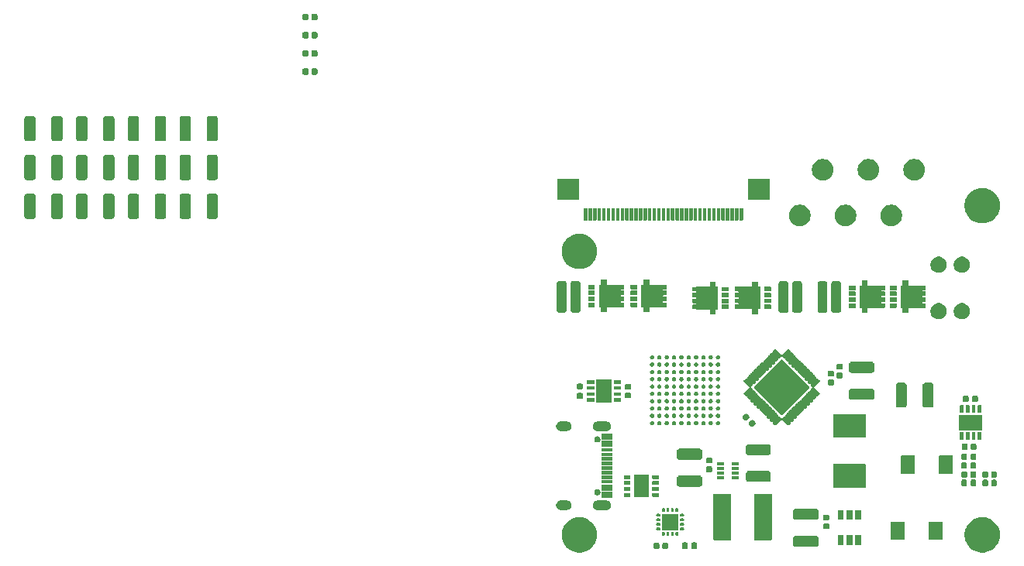
<source format=gbr>
%TF.GenerationSoftware,KiCad,Pcbnew,9.0.1*%
%TF.CreationDate,2025-05-01T00:05:03-04:00*%
%TF.ProjectId,main_board,6d61696e-5f62-46f6-9172-642e6b696361,rev?*%
%TF.SameCoordinates,Original*%
%TF.FileFunction,Soldermask,Top*%
%TF.FilePolarity,Negative*%
%FSLAX46Y46*%
G04 Gerber Fmt 4.6, Leading zero omitted, Abs format (unit mm)*
G04 Created by KiCad (PCBNEW 9.0.1) date 2025-05-01 00:05:03*
%MOMM*%
%LPD*%
G01*
G04 APERTURE LIST*
G04 APERTURE END LIST*
G36*
X117378085Y-110099238D02*
G01*
X117622950Y-110164849D01*
X117857155Y-110261861D01*
X118076695Y-110388612D01*
X118277812Y-110542934D01*
X118457066Y-110722188D01*
X118611388Y-110923305D01*
X118738139Y-111142845D01*
X118835151Y-111377050D01*
X118900762Y-111621915D01*
X118933851Y-111873249D01*
X118933851Y-112126751D01*
X118900762Y-112378085D01*
X118835151Y-112622950D01*
X118738139Y-112857155D01*
X118611388Y-113076695D01*
X118457066Y-113277812D01*
X118277812Y-113457066D01*
X118076695Y-113611388D01*
X117857155Y-113738139D01*
X117622950Y-113835151D01*
X117378085Y-113900762D01*
X117126751Y-113933851D01*
X116873249Y-113933851D01*
X116621915Y-113900762D01*
X116377050Y-113835151D01*
X116142845Y-113738139D01*
X115923305Y-113611388D01*
X115722188Y-113457066D01*
X115542934Y-113277812D01*
X115388612Y-113076695D01*
X115261861Y-112857155D01*
X115164849Y-112622950D01*
X115099238Y-112378085D01*
X115066149Y-112126751D01*
X115066149Y-111873249D01*
X115099238Y-111621915D01*
X115164849Y-111377050D01*
X115261861Y-111142845D01*
X115388612Y-110923305D01*
X115542934Y-110722188D01*
X115722188Y-110542934D01*
X115923305Y-110388612D01*
X116142845Y-110261861D01*
X116377050Y-110164849D01*
X116621915Y-110099238D01*
X116873249Y-110066149D01*
X117126751Y-110066149D01*
X117378085Y-110099238D01*
G37*
G36*
X161378085Y-110099238D02*
G01*
X161622950Y-110164849D01*
X161857155Y-110261861D01*
X162076695Y-110388612D01*
X162277812Y-110542934D01*
X162457066Y-110722188D01*
X162611388Y-110923305D01*
X162738139Y-111142845D01*
X162835151Y-111377050D01*
X162900762Y-111621915D01*
X162933851Y-111873249D01*
X162933851Y-112126751D01*
X162900762Y-112378085D01*
X162835151Y-112622950D01*
X162738139Y-112857155D01*
X162611388Y-113076695D01*
X162457066Y-113277812D01*
X162277812Y-113457066D01*
X162076695Y-113611388D01*
X161857155Y-113738139D01*
X161622950Y-113835151D01*
X161378085Y-113900762D01*
X161126751Y-113933851D01*
X160873249Y-113933851D01*
X160621915Y-113900762D01*
X160377050Y-113835151D01*
X160142845Y-113738139D01*
X159923305Y-113611388D01*
X159722188Y-113457066D01*
X159542934Y-113277812D01*
X159388612Y-113076695D01*
X159261861Y-112857155D01*
X159164849Y-112622950D01*
X159099238Y-112378085D01*
X159066149Y-112126751D01*
X159066149Y-111873249D01*
X159099238Y-111621915D01*
X159164849Y-111377050D01*
X159261861Y-111142845D01*
X159388612Y-110923305D01*
X159542934Y-110722188D01*
X159722188Y-110542934D01*
X159923305Y-110388612D01*
X160142845Y-110261861D01*
X160377050Y-110164849D01*
X160621915Y-110099238D01*
X160873249Y-110066149D01*
X161126751Y-110066149D01*
X161378085Y-110099238D01*
G37*
G36*
X125628118Y-112865549D02*
G01*
X125685865Y-112904135D01*
X125724451Y-112961882D01*
X125738000Y-113030000D01*
X125738000Y-113370000D01*
X125724451Y-113438118D01*
X125685865Y-113495865D01*
X125628118Y-113534451D01*
X125560000Y-113548000D01*
X125280000Y-113548000D01*
X125211882Y-113534451D01*
X125154135Y-113495865D01*
X125115549Y-113438118D01*
X125102000Y-113370000D01*
X125102000Y-113030000D01*
X125115549Y-112961882D01*
X125154135Y-112904135D01*
X125211882Y-112865549D01*
X125280000Y-112852000D01*
X125560000Y-112852000D01*
X125628118Y-112865549D01*
G37*
G36*
X126588118Y-112865549D02*
G01*
X126645865Y-112904135D01*
X126684451Y-112961882D01*
X126698000Y-113030000D01*
X126698000Y-113370000D01*
X126684451Y-113438118D01*
X126645865Y-113495865D01*
X126588118Y-113534451D01*
X126520000Y-113548000D01*
X126240000Y-113548000D01*
X126171882Y-113534451D01*
X126114135Y-113495865D01*
X126075549Y-113438118D01*
X126062000Y-113370000D01*
X126062000Y-113030000D01*
X126075549Y-112961882D01*
X126114135Y-112904135D01*
X126171882Y-112865549D01*
X126240000Y-112852000D01*
X126520000Y-112852000D01*
X126588118Y-112865549D01*
G37*
G36*
X128723204Y-112837569D02*
G01*
X128779329Y-112875071D01*
X128816831Y-112931196D01*
X128830000Y-112997400D01*
X128830000Y-113367400D01*
X128816831Y-113433604D01*
X128779329Y-113489729D01*
X128723204Y-113527231D01*
X128657000Y-113540400D01*
X128387000Y-113540400D01*
X128320796Y-113527231D01*
X128264671Y-113489729D01*
X128227169Y-113433604D01*
X128214000Y-113367400D01*
X128214000Y-112997400D01*
X128227169Y-112931196D01*
X128264671Y-112875071D01*
X128320796Y-112837569D01*
X128387000Y-112824400D01*
X128657000Y-112824400D01*
X128723204Y-112837569D01*
G37*
G36*
X129743204Y-112837569D02*
G01*
X129799329Y-112875071D01*
X129836831Y-112931196D01*
X129850000Y-112997400D01*
X129850000Y-113367400D01*
X129836831Y-113433604D01*
X129799329Y-113489729D01*
X129743204Y-113527231D01*
X129677000Y-113540400D01*
X129407000Y-113540400D01*
X129340796Y-113527231D01*
X129284671Y-113489729D01*
X129247169Y-113433604D01*
X129234000Y-113367400D01*
X129234000Y-112997400D01*
X129247169Y-112931196D01*
X129284671Y-112875071D01*
X129340796Y-112837569D01*
X129407000Y-112824400D01*
X129677000Y-112824400D01*
X129743204Y-112837569D01*
G37*
G36*
X142897938Y-112088100D02*
G01*
X142902653Y-112090182D01*
X142905326Y-112090534D01*
X142938770Y-112106129D01*
X142994759Y-112130851D01*
X143069599Y-112205691D01*
X143094330Y-112261701D01*
X143109915Y-112295123D01*
X143110266Y-112297793D01*
X143112350Y-112302512D01*
X143120000Y-112368450D01*
X143120000Y-113018450D01*
X143112350Y-113084388D01*
X143110266Y-113089106D01*
X143109915Y-113091776D01*
X143094338Y-113125180D01*
X143069599Y-113181209D01*
X142994759Y-113256049D01*
X142938730Y-113280788D01*
X142905326Y-113296365D01*
X142902656Y-113296716D01*
X142897938Y-113298800D01*
X142832000Y-113306450D01*
X140632000Y-113306450D01*
X140566062Y-113298800D01*
X140561343Y-113296716D01*
X140558673Y-113296365D01*
X140525251Y-113280780D01*
X140469241Y-113256049D01*
X140394401Y-113181209D01*
X140369679Y-113125220D01*
X140354084Y-113091776D01*
X140353732Y-113089103D01*
X140351650Y-113084388D01*
X140344000Y-113018450D01*
X140344000Y-112368450D01*
X140351650Y-112302512D01*
X140353732Y-112297796D01*
X140354084Y-112295123D01*
X140369687Y-112261660D01*
X140394401Y-112205691D01*
X140469241Y-112130851D01*
X140525210Y-112106137D01*
X140558673Y-112090534D01*
X140561346Y-112090182D01*
X140566062Y-112088100D01*
X140632000Y-112080450D01*
X142832000Y-112080450D01*
X142897938Y-112088100D01*
G37*
G36*
X145851141Y-112031643D02*
G01*
X145863469Y-112039880D01*
X145871706Y-112052208D01*
X145874599Y-112066750D01*
X145874599Y-113070050D01*
X145871706Y-113084592D01*
X145863469Y-113096920D01*
X145851141Y-113105157D01*
X145836599Y-113108050D01*
X145277799Y-113108050D01*
X145263257Y-113105157D01*
X145250929Y-113096920D01*
X145242692Y-113084592D01*
X145239799Y-113070050D01*
X145239799Y-112066750D01*
X145242692Y-112052208D01*
X145250929Y-112039880D01*
X145263257Y-112031643D01*
X145277799Y-112028750D01*
X145836599Y-112028750D01*
X145851141Y-112031643D01*
G37*
G36*
X146801142Y-112031643D02*
G01*
X146813470Y-112039880D01*
X146821707Y-112052208D01*
X146824600Y-112066750D01*
X146824600Y-113070050D01*
X146821707Y-113084592D01*
X146813470Y-113096920D01*
X146801142Y-113105157D01*
X146786600Y-113108050D01*
X146227800Y-113108050D01*
X146213258Y-113105157D01*
X146200930Y-113096920D01*
X146192693Y-113084592D01*
X146189800Y-113070050D01*
X146189800Y-112066750D01*
X146192693Y-112052208D01*
X146200930Y-112039880D01*
X146213258Y-112031643D01*
X146227800Y-112028750D01*
X146786600Y-112028750D01*
X146801142Y-112031643D01*
G37*
G36*
X147751143Y-112031643D02*
G01*
X147763471Y-112039880D01*
X147771708Y-112052208D01*
X147774601Y-112066750D01*
X147774601Y-113070050D01*
X147771708Y-113084592D01*
X147763471Y-113096920D01*
X147751143Y-113105157D01*
X147736601Y-113108050D01*
X147177801Y-113108050D01*
X147163259Y-113105157D01*
X147150931Y-113096920D01*
X147142694Y-113084592D01*
X147139801Y-113070050D01*
X147139801Y-112066750D01*
X147142694Y-112052208D01*
X147150931Y-112039880D01*
X147163259Y-112031643D01*
X147177801Y-112028750D01*
X147736601Y-112028750D01*
X147751143Y-112031643D01*
G37*
G36*
X133542342Y-107495793D02*
G01*
X133554670Y-107504030D01*
X133562907Y-107516358D01*
X133565800Y-107530900D01*
X133565800Y-112534700D01*
X133562907Y-112549242D01*
X133554670Y-112561570D01*
X133542342Y-112569807D01*
X133527800Y-112572700D01*
X131673600Y-112572700D01*
X131659058Y-112569807D01*
X131646730Y-112561570D01*
X131638493Y-112549242D01*
X131635600Y-112534700D01*
X131635600Y-107530900D01*
X131638493Y-107516358D01*
X131646730Y-107504030D01*
X131659058Y-107495793D01*
X131673600Y-107492900D01*
X133527800Y-107492900D01*
X133542342Y-107495793D01*
G37*
G36*
X137987342Y-107495793D02*
G01*
X137999670Y-107504030D01*
X138007907Y-107516358D01*
X138010800Y-107530900D01*
X138010800Y-112534700D01*
X138007907Y-112549242D01*
X137999670Y-112561570D01*
X137987342Y-112569807D01*
X137972800Y-112572700D01*
X136118600Y-112572700D01*
X136104058Y-112569807D01*
X136091730Y-112561570D01*
X136083493Y-112549242D01*
X136080600Y-112534700D01*
X136080600Y-107530900D01*
X136083493Y-107516358D01*
X136091730Y-107504030D01*
X136104058Y-107495793D01*
X136118600Y-107492900D01*
X137972800Y-107492900D01*
X137987342Y-107495793D01*
G37*
G36*
X152461434Y-110562564D02*
G01*
X152494525Y-110584675D01*
X152516636Y-110617766D01*
X152524400Y-110656800D01*
X152524400Y-112456800D01*
X152516636Y-112495834D01*
X152494525Y-112528925D01*
X152461434Y-112551036D01*
X152422400Y-112558800D01*
X151072400Y-112558800D01*
X151033366Y-112551036D01*
X151000275Y-112528925D01*
X150978164Y-112495834D01*
X150970400Y-112456800D01*
X150970400Y-110656800D01*
X150978164Y-110617766D01*
X151000275Y-110584675D01*
X151033366Y-110562564D01*
X151072400Y-110554800D01*
X152422400Y-110554800D01*
X152461434Y-110562564D01*
G37*
G36*
X156611434Y-110562564D02*
G01*
X156644525Y-110584675D01*
X156666636Y-110617766D01*
X156674400Y-110656800D01*
X156674400Y-112456800D01*
X156666636Y-112495834D01*
X156644525Y-112528925D01*
X156611434Y-112551036D01*
X156572400Y-112558800D01*
X155222400Y-112558800D01*
X155183366Y-112551036D01*
X155150275Y-112528925D01*
X155128164Y-112495834D01*
X155120400Y-112456800D01*
X155120400Y-110656800D01*
X155128164Y-110617766D01*
X155150275Y-110584675D01*
X155183366Y-110562564D01*
X155222400Y-110554800D01*
X156572400Y-110554800D01*
X156611434Y-110562564D01*
G37*
G36*
X126253058Y-111676970D02*
G01*
X126298030Y-111721942D01*
X126322368Y-111780700D01*
X126325500Y-111812500D01*
X126325500Y-111962500D01*
X126322368Y-111994300D01*
X126298030Y-112053058D01*
X126253058Y-112098030D01*
X126194300Y-112122368D01*
X126130700Y-112122368D01*
X126071942Y-112098030D01*
X126026970Y-112053058D01*
X126002632Y-111994300D01*
X125999500Y-111962500D01*
X125999500Y-111812500D01*
X126002632Y-111780700D01*
X126026970Y-111721942D01*
X126071942Y-111676970D01*
X126130700Y-111652632D01*
X126194300Y-111652632D01*
X126253058Y-111676970D01*
G37*
G36*
X126753058Y-111676970D02*
G01*
X126798030Y-111721942D01*
X126822368Y-111780700D01*
X126825500Y-111812500D01*
X126825500Y-111962500D01*
X126822368Y-111994300D01*
X126798030Y-112053058D01*
X126753058Y-112098030D01*
X126694300Y-112122368D01*
X126630700Y-112122368D01*
X126571942Y-112098030D01*
X126526970Y-112053058D01*
X126502632Y-111994300D01*
X126499500Y-111962500D01*
X126499500Y-111812500D01*
X126502632Y-111780700D01*
X126526970Y-111721942D01*
X126571942Y-111676970D01*
X126630700Y-111652632D01*
X126694300Y-111652632D01*
X126753058Y-111676970D01*
G37*
G36*
X127253058Y-111676970D02*
G01*
X127298030Y-111721942D01*
X127322368Y-111780700D01*
X127325500Y-111812500D01*
X127325500Y-111962500D01*
X127322368Y-111994300D01*
X127298030Y-112053058D01*
X127253058Y-112098030D01*
X127194300Y-112122368D01*
X127130700Y-112122368D01*
X127071942Y-112098030D01*
X127026970Y-112053058D01*
X127002632Y-111994300D01*
X126999500Y-111962500D01*
X126999500Y-111812500D01*
X127002632Y-111780700D01*
X127026970Y-111721942D01*
X127071942Y-111676970D01*
X127130700Y-111652632D01*
X127194300Y-111652632D01*
X127253058Y-111676970D01*
G37*
G36*
X127753058Y-111676970D02*
G01*
X127798030Y-111721942D01*
X127822368Y-111780700D01*
X127825500Y-111812500D01*
X127825500Y-111962500D01*
X127822368Y-111994300D01*
X127798030Y-112053058D01*
X127753058Y-112098030D01*
X127694300Y-112122368D01*
X127630700Y-112122368D01*
X127571942Y-112098030D01*
X127526970Y-112053058D01*
X127502632Y-111994300D01*
X127499500Y-111962500D01*
X127499500Y-111812500D01*
X127502632Y-111780700D01*
X127526970Y-111721942D01*
X127571942Y-111676970D01*
X127630700Y-111652632D01*
X127694300Y-111652632D01*
X127753058Y-111676970D01*
G37*
G36*
X125719300Y-111177632D02*
G01*
X125778058Y-111201970D01*
X125823030Y-111246942D01*
X125847368Y-111305700D01*
X125847368Y-111369300D01*
X125823030Y-111428058D01*
X125778058Y-111473030D01*
X125719300Y-111497368D01*
X125687500Y-111500500D01*
X125685046Y-111500500D01*
X125539954Y-111500500D01*
X125537500Y-111500500D01*
X125505700Y-111497368D01*
X125446942Y-111473030D01*
X125401970Y-111428058D01*
X125377632Y-111369300D01*
X125377632Y-111305700D01*
X125401970Y-111246942D01*
X125446942Y-111201970D01*
X125505700Y-111177632D01*
X125537500Y-111174500D01*
X125687500Y-111174500D01*
X125719300Y-111177632D01*
G37*
G36*
X128319300Y-111177632D02*
G01*
X128378058Y-111201970D01*
X128423030Y-111246942D01*
X128447368Y-111305700D01*
X128447368Y-111369300D01*
X128423030Y-111428058D01*
X128378058Y-111473030D01*
X128319300Y-111497368D01*
X128287500Y-111500500D01*
X128285046Y-111500500D01*
X128139954Y-111500500D01*
X128137500Y-111500500D01*
X128105700Y-111497368D01*
X128046942Y-111473030D01*
X128001970Y-111428058D01*
X127977632Y-111369300D01*
X127977632Y-111305700D01*
X128001970Y-111246942D01*
X128046942Y-111201970D01*
X128105700Y-111177632D01*
X128137500Y-111174500D01*
X128287500Y-111174500D01*
X128319300Y-111177632D01*
G37*
G36*
X127777042Y-109702393D02*
G01*
X127789370Y-109710630D01*
X127797607Y-109722958D01*
X127800500Y-109737500D01*
X127800500Y-111437500D01*
X127797607Y-111452042D01*
X127789370Y-111464370D01*
X127777042Y-111472607D01*
X127762500Y-111475500D01*
X126062500Y-111475500D01*
X126047958Y-111472607D01*
X126035630Y-111464370D01*
X126027393Y-111452042D01*
X126024500Y-111437500D01*
X126024500Y-109737500D01*
X126027393Y-109722958D01*
X126035630Y-109710630D01*
X126047958Y-109702393D01*
X126062500Y-109699500D01*
X127762500Y-109699500D01*
X127777042Y-109702393D01*
G37*
G36*
X144205318Y-110756399D02*
G01*
X144263065Y-110794985D01*
X144301651Y-110852732D01*
X144315200Y-110920850D01*
X144315200Y-111200850D01*
X144301651Y-111268968D01*
X144263065Y-111326715D01*
X144205318Y-111365301D01*
X144137200Y-111378850D01*
X143797200Y-111378850D01*
X143729082Y-111365301D01*
X143671335Y-111326715D01*
X143632749Y-111268968D01*
X143619200Y-111200850D01*
X143619200Y-110920850D01*
X143632749Y-110852732D01*
X143671335Y-110794985D01*
X143729082Y-110756399D01*
X143797200Y-110742850D01*
X144137200Y-110742850D01*
X144205318Y-110756399D01*
G37*
G36*
X125719300Y-110677632D02*
G01*
X125778058Y-110701970D01*
X125823030Y-110746942D01*
X125847368Y-110805700D01*
X125847368Y-110869300D01*
X125823030Y-110928058D01*
X125778058Y-110973030D01*
X125719300Y-110997368D01*
X125687500Y-111000500D01*
X125685046Y-111000500D01*
X125539954Y-111000500D01*
X125537500Y-111000500D01*
X125505700Y-110997368D01*
X125446942Y-110973030D01*
X125401970Y-110928058D01*
X125377632Y-110869300D01*
X125377632Y-110805700D01*
X125401970Y-110746942D01*
X125446942Y-110701970D01*
X125505700Y-110677632D01*
X125537500Y-110674500D01*
X125687500Y-110674500D01*
X125719300Y-110677632D01*
G37*
G36*
X128319300Y-110677632D02*
G01*
X128378058Y-110701970D01*
X128423030Y-110746942D01*
X128447368Y-110805700D01*
X128447368Y-110869300D01*
X128423030Y-110928058D01*
X128378058Y-110973030D01*
X128319300Y-110997368D01*
X128287500Y-111000500D01*
X128285046Y-111000500D01*
X128139954Y-111000500D01*
X128137500Y-111000500D01*
X128105700Y-110997368D01*
X128046942Y-110973030D01*
X128001970Y-110928058D01*
X127977632Y-110869300D01*
X127977632Y-110805700D01*
X128001970Y-110746942D01*
X128046942Y-110701970D01*
X128105700Y-110677632D01*
X128137500Y-110674500D01*
X128287500Y-110674500D01*
X128319300Y-110677632D01*
G37*
G36*
X125719300Y-110177632D02*
G01*
X125778058Y-110201970D01*
X125823030Y-110246942D01*
X125847368Y-110305700D01*
X125847368Y-110369300D01*
X125823030Y-110428058D01*
X125778058Y-110473030D01*
X125719300Y-110497368D01*
X125687500Y-110500500D01*
X125685046Y-110500500D01*
X125539954Y-110500500D01*
X125537500Y-110500500D01*
X125505700Y-110497368D01*
X125446942Y-110473030D01*
X125401970Y-110428058D01*
X125377632Y-110369300D01*
X125377632Y-110305700D01*
X125401970Y-110246942D01*
X125446942Y-110201970D01*
X125505700Y-110177632D01*
X125537500Y-110174500D01*
X125687500Y-110174500D01*
X125719300Y-110177632D01*
G37*
G36*
X128319300Y-110177632D02*
G01*
X128378058Y-110201970D01*
X128423030Y-110246942D01*
X128447368Y-110305700D01*
X128447368Y-110369300D01*
X128423030Y-110428058D01*
X128378058Y-110473030D01*
X128319300Y-110497368D01*
X128287500Y-110500500D01*
X128285046Y-110500500D01*
X128139954Y-110500500D01*
X128137500Y-110500500D01*
X128105700Y-110497368D01*
X128046942Y-110473030D01*
X128001970Y-110428058D01*
X127977632Y-110369300D01*
X127977632Y-110305700D01*
X128001970Y-110246942D01*
X128046942Y-110201970D01*
X128105700Y-110177632D01*
X128137500Y-110174500D01*
X128287500Y-110174500D01*
X128319300Y-110177632D01*
G37*
G36*
X144205318Y-109796399D02*
G01*
X144263065Y-109834985D01*
X144301651Y-109892732D01*
X144315200Y-109960850D01*
X144315200Y-110240850D01*
X144301651Y-110308968D01*
X144263065Y-110366715D01*
X144205318Y-110405301D01*
X144137200Y-110418850D01*
X143797200Y-110418850D01*
X143729082Y-110405301D01*
X143671335Y-110366715D01*
X143632749Y-110308968D01*
X143619200Y-110240850D01*
X143619200Y-109960850D01*
X143632749Y-109892732D01*
X143671335Y-109834985D01*
X143729082Y-109796399D01*
X143797200Y-109782850D01*
X144137200Y-109782850D01*
X144205318Y-109796399D01*
G37*
G36*
X142897938Y-109138100D02*
G01*
X142902653Y-109140182D01*
X142905326Y-109140534D01*
X142938770Y-109156129D01*
X142994759Y-109180851D01*
X143069599Y-109255691D01*
X143094330Y-109311701D01*
X143109915Y-109345123D01*
X143110266Y-109347793D01*
X143112350Y-109352512D01*
X143120000Y-109418450D01*
X143120000Y-110068450D01*
X143112350Y-110134388D01*
X143110266Y-110139106D01*
X143109915Y-110141776D01*
X143094338Y-110175180D01*
X143069599Y-110231209D01*
X142994759Y-110306049D01*
X142938730Y-110330788D01*
X142905326Y-110346365D01*
X142902656Y-110346716D01*
X142897938Y-110348800D01*
X142832000Y-110356450D01*
X140632000Y-110356450D01*
X140566062Y-110348800D01*
X140561343Y-110346716D01*
X140558673Y-110346365D01*
X140525251Y-110330780D01*
X140469241Y-110306049D01*
X140394401Y-110231209D01*
X140369679Y-110175220D01*
X140354084Y-110141776D01*
X140353732Y-110139103D01*
X140351650Y-110134388D01*
X140344000Y-110068450D01*
X140344000Y-109418450D01*
X140351650Y-109352512D01*
X140353732Y-109347796D01*
X140354084Y-109345123D01*
X140369687Y-109311660D01*
X140394401Y-109255691D01*
X140469241Y-109180851D01*
X140525210Y-109156137D01*
X140558673Y-109140534D01*
X140561346Y-109140182D01*
X140566062Y-109138100D01*
X140632000Y-109130450D01*
X142832000Y-109130450D01*
X142897938Y-109138100D01*
G37*
G36*
X145851141Y-109275743D02*
G01*
X145863469Y-109283980D01*
X145871706Y-109296308D01*
X145874599Y-109310850D01*
X145874599Y-110314150D01*
X145871706Y-110328692D01*
X145863469Y-110341020D01*
X145851141Y-110349257D01*
X145836599Y-110352150D01*
X145277799Y-110352150D01*
X145263257Y-110349257D01*
X145250929Y-110341020D01*
X145242692Y-110328692D01*
X145239799Y-110314150D01*
X145239799Y-109310850D01*
X145242692Y-109296308D01*
X145250929Y-109283980D01*
X145263257Y-109275743D01*
X145277799Y-109272850D01*
X145836599Y-109272850D01*
X145851141Y-109275743D01*
G37*
G36*
X146801142Y-109275743D02*
G01*
X146813470Y-109283980D01*
X146821707Y-109296308D01*
X146824600Y-109310850D01*
X146824600Y-110314150D01*
X146821707Y-110328692D01*
X146813470Y-110341020D01*
X146801142Y-110349257D01*
X146786600Y-110352150D01*
X146227800Y-110352150D01*
X146213258Y-110349257D01*
X146200930Y-110341020D01*
X146192693Y-110328692D01*
X146189800Y-110314150D01*
X146189800Y-109310850D01*
X146192693Y-109296308D01*
X146200930Y-109283980D01*
X146213258Y-109275743D01*
X146227800Y-109272850D01*
X146786600Y-109272850D01*
X146801142Y-109275743D01*
G37*
G36*
X147751143Y-109275743D02*
G01*
X147763471Y-109283980D01*
X147771708Y-109296308D01*
X147774601Y-109310850D01*
X147774601Y-110314150D01*
X147771708Y-110328692D01*
X147763471Y-110341020D01*
X147751143Y-110349257D01*
X147736601Y-110352150D01*
X147177801Y-110352150D01*
X147163259Y-110349257D01*
X147150931Y-110341020D01*
X147142694Y-110328692D01*
X147139801Y-110314150D01*
X147139801Y-109310850D01*
X147142694Y-109296308D01*
X147150931Y-109283980D01*
X147163259Y-109275743D01*
X147177801Y-109272850D01*
X147736601Y-109272850D01*
X147751143Y-109275743D01*
G37*
G36*
X125719300Y-109677632D02*
G01*
X125778058Y-109701970D01*
X125823030Y-109746942D01*
X125847368Y-109805700D01*
X125847368Y-109869300D01*
X125823030Y-109928058D01*
X125778058Y-109973030D01*
X125719300Y-109997368D01*
X125687500Y-110000500D01*
X125685046Y-110000500D01*
X125539954Y-110000500D01*
X125537500Y-110000500D01*
X125505700Y-109997368D01*
X125446942Y-109973030D01*
X125401970Y-109928058D01*
X125377632Y-109869300D01*
X125377632Y-109805700D01*
X125401970Y-109746942D01*
X125446942Y-109701970D01*
X125505700Y-109677632D01*
X125537500Y-109674500D01*
X125687500Y-109674500D01*
X125719300Y-109677632D01*
G37*
G36*
X128319300Y-109677632D02*
G01*
X128378058Y-109701970D01*
X128423030Y-109746942D01*
X128447368Y-109805700D01*
X128447368Y-109869300D01*
X128423030Y-109928058D01*
X128378058Y-109973030D01*
X128319300Y-109997368D01*
X128287500Y-110000500D01*
X128285046Y-110000500D01*
X128139954Y-110000500D01*
X128137500Y-110000500D01*
X128105700Y-109997368D01*
X128046942Y-109973030D01*
X128001970Y-109928058D01*
X127977632Y-109869300D01*
X127977632Y-109805700D01*
X128001970Y-109746942D01*
X128046942Y-109701970D01*
X128105700Y-109677632D01*
X128137500Y-109674500D01*
X128287500Y-109674500D01*
X128319300Y-109677632D01*
G37*
G36*
X126253058Y-109076970D02*
G01*
X126298030Y-109121942D01*
X126322368Y-109180700D01*
X126325500Y-109212500D01*
X126325500Y-109362500D01*
X126322368Y-109394300D01*
X126298030Y-109453058D01*
X126253058Y-109498030D01*
X126194300Y-109522368D01*
X126130700Y-109522368D01*
X126071942Y-109498030D01*
X126026970Y-109453058D01*
X126002632Y-109394300D01*
X125999500Y-109362500D01*
X125999500Y-109212500D01*
X126002632Y-109180700D01*
X126026970Y-109121942D01*
X126071942Y-109076970D01*
X126130700Y-109052632D01*
X126194300Y-109052632D01*
X126253058Y-109076970D01*
G37*
G36*
X126753058Y-109076970D02*
G01*
X126798030Y-109121942D01*
X126822368Y-109180700D01*
X126825500Y-109212500D01*
X126825500Y-109362500D01*
X126822368Y-109394300D01*
X126798030Y-109453058D01*
X126753058Y-109498030D01*
X126694300Y-109522368D01*
X126630700Y-109522368D01*
X126571942Y-109498030D01*
X126526970Y-109453058D01*
X126502632Y-109394300D01*
X126499500Y-109362500D01*
X126499500Y-109212500D01*
X126502632Y-109180700D01*
X126526970Y-109121942D01*
X126571942Y-109076970D01*
X126630700Y-109052632D01*
X126694300Y-109052632D01*
X126753058Y-109076970D01*
G37*
G36*
X127253058Y-109076970D02*
G01*
X127298030Y-109121942D01*
X127322368Y-109180700D01*
X127325500Y-109212500D01*
X127325500Y-109362500D01*
X127322368Y-109394300D01*
X127298030Y-109453058D01*
X127253058Y-109498030D01*
X127194300Y-109522368D01*
X127130700Y-109522368D01*
X127071942Y-109498030D01*
X127026970Y-109453058D01*
X127002632Y-109394300D01*
X126999500Y-109362500D01*
X126999500Y-109212500D01*
X127002632Y-109180700D01*
X127026970Y-109121942D01*
X127071942Y-109076970D01*
X127130700Y-109052632D01*
X127194300Y-109052632D01*
X127253058Y-109076970D01*
G37*
G36*
X127753058Y-109076970D02*
G01*
X127798030Y-109121942D01*
X127822368Y-109180700D01*
X127825500Y-109212500D01*
X127825500Y-109362500D01*
X127822368Y-109394300D01*
X127798030Y-109453058D01*
X127753058Y-109498030D01*
X127694300Y-109522368D01*
X127630700Y-109522368D01*
X127571942Y-109498030D01*
X127526970Y-109453058D01*
X127502632Y-109394300D01*
X127499500Y-109362500D01*
X127499500Y-109212500D01*
X127502632Y-109180700D01*
X127526970Y-109121942D01*
X127571942Y-109076970D01*
X127630700Y-109052632D01*
X127694300Y-109052632D01*
X127753058Y-109076970D01*
G37*
G36*
X115653023Y-108231403D02*
G01*
X115788684Y-108267753D01*
X115910314Y-108337976D01*
X116009624Y-108437286D01*
X116079847Y-108558916D01*
X116116197Y-108694577D01*
X116116197Y-108835023D01*
X116079847Y-108970684D01*
X116009624Y-109092314D01*
X115910314Y-109191624D01*
X115788684Y-109261847D01*
X115653023Y-109298197D01*
X115582800Y-109302800D01*
X115581163Y-109302800D01*
X114984437Y-109302800D01*
X114982800Y-109302800D01*
X114912577Y-109298197D01*
X114776916Y-109261847D01*
X114655286Y-109191624D01*
X114555976Y-109092314D01*
X114485753Y-108970684D01*
X114449403Y-108835023D01*
X114449403Y-108694577D01*
X114485753Y-108558916D01*
X114555976Y-108437286D01*
X114655286Y-108337976D01*
X114776916Y-108267753D01*
X114912577Y-108231403D01*
X114982800Y-108226800D01*
X115582800Y-108226800D01*
X115653023Y-108231403D01*
G37*
G36*
X119983023Y-108231403D02*
G01*
X120118684Y-108267753D01*
X120240314Y-108337976D01*
X120339624Y-108437286D01*
X120409847Y-108558916D01*
X120446197Y-108694577D01*
X120446197Y-108835023D01*
X120409847Y-108970684D01*
X120339624Y-109092314D01*
X120240314Y-109191624D01*
X120118684Y-109261847D01*
X119983023Y-109298197D01*
X119912800Y-109302800D01*
X119911163Y-109302800D01*
X119014437Y-109302800D01*
X119012800Y-109302800D01*
X118942577Y-109298197D01*
X118806916Y-109261847D01*
X118685286Y-109191624D01*
X118585976Y-109092314D01*
X118515753Y-108970684D01*
X118479403Y-108835023D01*
X118479403Y-108694577D01*
X118515753Y-108558916D01*
X118585976Y-108437286D01*
X118685286Y-108337976D01*
X118806916Y-108267753D01*
X118942577Y-108231403D01*
X119012800Y-108226800D01*
X119912800Y-108226800D01*
X119983023Y-108231403D01*
G37*
G36*
X120617342Y-107309693D02*
G01*
X120629670Y-107317930D01*
X120637907Y-107330258D01*
X120640800Y-107344800D01*
X120640800Y-107944800D01*
X120637907Y-107959342D01*
X120629670Y-107971670D01*
X120617342Y-107979907D01*
X120602800Y-107982800D01*
X119462800Y-107982800D01*
X119448258Y-107979907D01*
X119435930Y-107971670D01*
X119427693Y-107959342D01*
X119424800Y-107944800D01*
X119424800Y-107344800D01*
X119427693Y-107330258D01*
X119435930Y-107317930D01*
X119448258Y-107309693D01*
X119462800Y-107306800D01*
X120602800Y-107306800D01*
X120617342Y-107309693D01*
G37*
G36*
X124567242Y-105417393D02*
G01*
X124579570Y-105425630D01*
X124587807Y-105437958D01*
X124590700Y-105452500D01*
X124590700Y-107852500D01*
X124587807Y-107867042D01*
X124579570Y-107879370D01*
X124567242Y-107887607D01*
X124552700Y-107890500D01*
X123002700Y-107890500D01*
X122988158Y-107887607D01*
X122975830Y-107879370D01*
X122967593Y-107867042D01*
X122964700Y-107852500D01*
X122964700Y-105452500D01*
X122967593Y-105437958D01*
X122975830Y-105425630D01*
X122988158Y-105417393D01*
X123002700Y-105414500D01*
X124552700Y-105414500D01*
X124567242Y-105417393D01*
G37*
G36*
X122567242Y-107417393D02*
G01*
X122579570Y-107425630D01*
X122587807Y-107437958D01*
X122590700Y-107452500D01*
X122590700Y-107802500D01*
X122587807Y-107817042D01*
X122579570Y-107829370D01*
X122567242Y-107837607D01*
X122552700Y-107840500D01*
X121902700Y-107840500D01*
X121888158Y-107837607D01*
X121875830Y-107829370D01*
X121867593Y-107817042D01*
X121864700Y-107802500D01*
X121864700Y-107452500D01*
X121867593Y-107437958D01*
X121875830Y-107425630D01*
X121888158Y-107417393D01*
X121902700Y-107414500D01*
X122552700Y-107414500D01*
X122567242Y-107417393D01*
G37*
G36*
X125667242Y-107417393D02*
G01*
X125679570Y-107425630D01*
X125687807Y-107437958D01*
X125690700Y-107452500D01*
X125690700Y-107802500D01*
X125687807Y-107817042D01*
X125679570Y-107829370D01*
X125667242Y-107837607D01*
X125652700Y-107840500D01*
X125002700Y-107840500D01*
X124988158Y-107837607D01*
X124975830Y-107829370D01*
X124967593Y-107817042D01*
X124964700Y-107802500D01*
X124964700Y-107452500D01*
X124967593Y-107437958D01*
X124975830Y-107425630D01*
X124988158Y-107417393D01*
X125002700Y-107414500D01*
X125652700Y-107414500D01*
X125667242Y-107417393D01*
G37*
G36*
X119092147Y-107022529D02*
G01*
X119168561Y-107066647D01*
X119230953Y-107129039D01*
X119275071Y-107205453D01*
X119297908Y-107290682D01*
X119297908Y-107378918D01*
X119275071Y-107464147D01*
X119230953Y-107540561D01*
X119168561Y-107602953D01*
X119092147Y-107647071D01*
X119006918Y-107669908D01*
X118918682Y-107669908D01*
X118833453Y-107647071D01*
X118757039Y-107602953D01*
X118694647Y-107540561D01*
X118650529Y-107464147D01*
X118627692Y-107378918D01*
X118627692Y-107290682D01*
X118650529Y-107205453D01*
X118694647Y-107129039D01*
X118757039Y-107066647D01*
X118833453Y-107022529D01*
X118918682Y-106999692D01*
X119006918Y-106999692D01*
X119092147Y-107022529D01*
G37*
G36*
X122567242Y-106767393D02*
G01*
X122579570Y-106775630D01*
X122587807Y-106787958D01*
X122590700Y-106802500D01*
X122590700Y-107152500D01*
X122587807Y-107167042D01*
X122579570Y-107179370D01*
X122567242Y-107187607D01*
X122552700Y-107190500D01*
X121902700Y-107190500D01*
X121888158Y-107187607D01*
X121875830Y-107179370D01*
X121867593Y-107167042D01*
X121864700Y-107152500D01*
X121864700Y-106802500D01*
X121867593Y-106787958D01*
X121875830Y-106775630D01*
X121888158Y-106767393D01*
X121902700Y-106764500D01*
X122552700Y-106764500D01*
X122567242Y-106767393D01*
G37*
G36*
X125667242Y-106767393D02*
G01*
X125679570Y-106775630D01*
X125687807Y-106787958D01*
X125690700Y-106802500D01*
X125690700Y-107152500D01*
X125687807Y-107167042D01*
X125679570Y-107179370D01*
X125667242Y-107187607D01*
X125652700Y-107190500D01*
X125002700Y-107190500D01*
X124988158Y-107187607D01*
X124975830Y-107179370D01*
X124967593Y-107167042D01*
X124964700Y-107152500D01*
X124964700Y-106802500D01*
X124967593Y-106787958D01*
X124975830Y-106775630D01*
X124988158Y-106767393D01*
X125002700Y-106764500D01*
X125652700Y-106764500D01*
X125667242Y-106767393D01*
G37*
G36*
X120617342Y-106509693D02*
G01*
X120629670Y-106517930D01*
X120637907Y-106530258D01*
X120640800Y-106544800D01*
X120640800Y-107144800D01*
X120637907Y-107159342D01*
X120629670Y-107171670D01*
X120617342Y-107179907D01*
X120602800Y-107182800D01*
X119462800Y-107182800D01*
X119448258Y-107179907D01*
X119435930Y-107171670D01*
X119427693Y-107159342D01*
X119424800Y-107144800D01*
X119424800Y-106544800D01*
X119427693Y-106530258D01*
X119435930Y-106517930D01*
X119448258Y-106509693D01*
X119462800Y-106506800D01*
X120602800Y-106506800D01*
X120617342Y-106509693D01*
G37*
G36*
X148236242Y-104263893D02*
G01*
X148248570Y-104272130D01*
X148256807Y-104284458D01*
X148259700Y-104299000D01*
X148259700Y-106788200D01*
X148256807Y-106802742D01*
X148248570Y-106815070D01*
X148236242Y-106823307D01*
X148221700Y-106826200D01*
X144792700Y-106826200D01*
X144778158Y-106823307D01*
X144765830Y-106815070D01*
X144757593Y-106802742D01*
X144754700Y-106788200D01*
X144754700Y-104299000D01*
X144757593Y-104284458D01*
X144765830Y-104272130D01*
X144778158Y-104263893D01*
X144792700Y-104261000D01*
X148221700Y-104261000D01*
X148236242Y-104263893D01*
G37*
G36*
X130197938Y-105517650D02*
G01*
X130202653Y-105519732D01*
X130205326Y-105520084D01*
X130238770Y-105535679D01*
X130294759Y-105560401D01*
X130369599Y-105635241D01*
X130394330Y-105691251D01*
X130409915Y-105724673D01*
X130410266Y-105727343D01*
X130412350Y-105732062D01*
X130420000Y-105798000D01*
X130420000Y-106448000D01*
X130412350Y-106513938D01*
X130410266Y-106518656D01*
X130409915Y-106521326D01*
X130394338Y-106554730D01*
X130369599Y-106610759D01*
X130294759Y-106685599D01*
X130238730Y-106710338D01*
X130205326Y-106725915D01*
X130202656Y-106726266D01*
X130197938Y-106728350D01*
X130132000Y-106736000D01*
X127932000Y-106736000D01*
X127866062Y-106728350D01*
X127861343Y-106726266D01*
X127858673Y-106725915D01*
X127825251Y-106710330D01*
X127769241Y-106685599D01*
X127694401Y-106610759D01*
X127669679Y-106554770D01*
X127654084Y-106521326D01*
X127653732Y-106518653D01*
X127651650Y-106513938D01*
X127644000Y-106448000D01*
X127644000Y-105798000D01*
X127651650Y-105732062D01*
X127653732Y-105727346D01*
X127654084Y-105724673D01*
X127669687Y-105691210D01*
X127694401Y-105635241D01*
X127769241Y-105560401D01*
X127825210Y-105535687D01*
X127858673Y-105520084D01*
X127861346Y-105519732D01*
X127866062Y-105517650D01*
X127932000Y-105510000D01*
X130132000Y-105510000D01*
X130197938Y-105517650D01*
G37*
G36*
X159222404Y-105966569D02*
G01*
X159278529Y-106004071D01*
X159316031Y-106060196D01*
X159329200Y-106126400D01*
X159329200Y-106496400D01*
X159316031Y-106562604D01*
X159278529Y-106618729D01*
X159222404Y-106656231D01*
X159156200Y-106669400D01*
X158886200Y-106669400D01*
X158819996Y-106656231D01*
X158763871Y-106618729D01*
X158726369Y-106562604D01*
X158713200Y-106496400D01*
X158713200Y-106126400D01*
X158726369Y-106060196D01*
X158763871Y-106004071D01*
X158819996Y-105966569D01*
X158886200Y-105953400D01*
X159156200Y-105953400D01*
X159222404Y-105966569D01*
G37*
G36*
X160242404Y-105966569D02*
G01*
X160298529Y-106004071D01*
X160336031Y-106060196D01*
X160349200Y-106126400D01*
X160349200Y-106496400D01*
X160336031Y-106562604D01*
X160298529Y-106618729D01*
X160242404Y-106656231D01*
X160176200Y-106669400D01*
X159906200Y-106669400D01*
X159839996Y-106656231D01*
X159783871Y-106618729D01*
X159746369Y-106562604D01*
X159733200Y-106496400D01*
X159733200Y-106126400D01*
X159746369Y-106060196D01*
X159783871Y-106004071D01*
X159839996Y-105966569D01*
X159906200Y-105953400D01*
X160176200Y-105953400D01*
X160242404Y-105966569D01*
G37*
G36*
X161532918Y-105976949D02*
G01*
X161590665Y-106015535D01*
X161629251Y-106073282D01*
X161642800Y-106141400D01*
X161642800Y-106481400D01*
X161629251Y-106549518D01*
X161590665Y-106607265D01*
X161532918Y-106645851D01*
X161464800Y-106659400D01*
X161184800Y-106659400D01*
X161116682Y-106645851D01*
X161058935Y-106607265D01*
X161020349Y-106549518D01*
X161006800Y-106481400D01*
X161006800Y-106141400D01*
X161020349Y-106073282D01*
X161058935Y-106015535D01*
X161116682Y-105976949D01*
X161184800Y-105963400D01*
X161464800Y-105963400D01*
X161532918Y-105976949D01*
G37*
G36*
X162492918Y-105976949D02*
G01*
X162550665Y-106015535D01*
X162589251Y-106073282D01*
X162602800Y-106141400D01*
X162602800Y-106481400D01*
X162589251Y-106549518D01*
X162550665Y-106607265D01*
X162492918Y-106645851D01*
X162424800Y-106659400D01*
X162144800Y-106659400D01*
X162076682Y-106645851D01*
X162018935Y-106607265D01*
X161980349Y-106549518D01*
X161966800Y-106481400D01*
X161966800Y-106141400D01*
X161980349Y-106073282D01*
X162018935Y-106015535D01*
X162076682Y-105976949D01*
X162144800Y-105963400D01*
X162424800Y-105963400D01*
X162492918Y-105976949D01*
G37*
G36*
X122567242Y-106117393D02*
G01*
X122579570Y-106125630D01*
X122587807Y-106137958D01*
X122590700Y-106152500D01*
X122590700Y-106502500D01*
X122587807Y-106517042D01*
X122579570Y-106529370D01*
X122567242Y-106537607D01*
X122552700Y-106540500D01*
X121902700Y-106540500D01*
X121888158Y-106537607D01*
X121875830Y-106529370D01*
X121867593Y-106517042D01*
X121864700Y-106502500D01*
X121864700Y-106152500D01*
X121867593Y-106137958D01*
X121875830Y-106125630D01*
X121888158Y-106117393D01*
X121902700Y-106114500D01*
X122552700Y-106114500D01*
X122567242Y-106117393D01*
G37*
G36*
X125667242Y-106117393D02*
G01*
X125679570Y-106125630D01*
X125687807Y-106137958D01*
X125690700Y-106152500D01*
X125690700Y-106502500D01*
X125687807Y-106517042D01*
X125679570Y-106529370D01*
X125667242Y-106537607D01*
X125652700Y-106540500D01*
X125002700Y-106540500D01*
X124988158Y-106537607D01*
X124975830Y-106529370D01*
X124967593Y-106517042D01*
X124964700Y-106502500D01*
X124964700Y-106152500D01*
X124967593Y-106137958D01*
X124975830Y-106125630D01*
X124988158Y-106117393D01*
X125002700Y-106114500D01*
X125652700Y-106114500D01*
X125667242Y-106117393D01*
G37*
G36*
X120617342Y-106009693D02*
G01*
X120629670Y-106017930D01*
X120637907Y-106030258D01*
X120640800Y-106044800D01*
X120640800Y-106344800D01*
X120637907Y-106359342D01*
X120629670Y-106371670D01*
X120617342Y-106379907D01*
X120602800Y-106382800D01*
X119462800Y-106382800D01*
X119448258Y-106379907D01*
X119435930Y-106371670D01*
X119427693Y-106359342D01*
X119424800Y-106344800D01*
X119424800Y-106044800D01*
X119427693Y-106030258D01*
X119435930Y-106017930D01*
X119448258Y-106009693D01*
X119462800Y-106006800D01*
X120602800Y-106006800D01*
X120617342Y-106009693D01*
G37*
G36*
X137691338Y-105009650D02*
G01*
X137696053Y-105011732D01*
X137698726Y-105012084D01*
X137732170Y-105027679D01*
X137788159Y-105052401D01*
X137862999Y-105127241D01*
X137887730Y-105183251D01*
X137903315Y-105216673D01*
X137903666Y-105219343D01*
X137905750Y-105224062D01*
X137913400Y-105290000D01*
X137913400Y-105915000D01*
X137905750Y-105980938D01*
X137903666Y-105985656D01*
X137903315Y-105988326D01*
X137887738Y-106021730D01*
X137862999Y-106077759D01*
X137788159Y-106152599D01*
X137732130Y-106177338D01*
X137698726Y-106192915D01*
X137696056Y-106193266D01*
X137691338Y-106195350D01*
X137625400Y-106203000D01*
X135475400Y-106203000D01*
X135409462Y-106195350D01*
X135404743Y-106193266D01*
X135402073Y-106192915D01*
X135368651Y-106177330D01*
X135312641Y-106152599D01*
X135237801Y-106077759D01*
X135213079Y-106021770D01*
X135197484Y-105988326D01*
X135197132Y-105985653D01*
X135195050Y-105980938D01*
X135187400Y-105915000D01*
X135187400Y-105290000D01*
X135195050Y-105224062D01*
X135197132Y-105219346D01*
X135197484Y-105216673D01*
X135213087Y-105183210D01*
X135237801Y-105127241D01*
X135312641Y-105052401D01*
X135368610Y-105027687D01*
X135402073Y-105012084D01*
X135404746Y-105011732D01*
X135409462Y-105009650D01*
X135475400Y-105002000D01*
X137625400Y-105002000D01*
X137691338Y-105009650D01*
G37*
G36*
X132780342Y-105592571D02*
G01*
X132792670Y-105600808D01*
X132800907Y-105613136D01*
X132803800Y-105627678D01*
X132803800Y-105856278D01*
X132800907Y-105870820D01*
X132792670Y-105883148D01*
X132780342Y-105891385D01*
X132765800Y-105894278D01*
X132054600Y-105894278D01*
X132040058Y-105891385D01*
X132027730Y-105883148D01*
X132019493Y-105870820D01*
X132016600Y-105856278D01*
X132016600Y-105627678D01*
X132019493Y-105613136D01*
X132027730Y-105600808D01*
X132040058Y-105592571D01*
X132054600Y-105589678D01*
X132765800Y-105589678D01*
X132780342Y-105592571D01*
G37*
G36*
X134380542Y-105592571D02*
G01*
X134392870Y-105600808D01*
X134401107Y-105613136D01*
X134404000Y-105627678D01*
X134404000Y-105856278D01*
X134401107Y-105870820D01*
X134392870Y-105883148D01*
X134380542Y-105891385D01*
X134366000Y-105894278D01*
X133654800Y-105894278D01*
X133640258Y-105891385D01*
X133627930Y-105883148D01*
X133619693Y-105870820D01*
X133616800Y-105856278D01*
X133616800Y-105627678D01*
X133619693Y-105613136D01*
X133627930Y-105600808D01*
X133640258Y-105592571D01*
X133654800Y-105589678D01*
X134366000Y-105589678D01*
X134380542Y-105592571D01*
G37*
G36*
X122567242Y-105467393D02*
G01*
X122579570Y-105475630D01*
X122587807Y-105487958D01*
X122590700Y-105502500D01*
X122590700Y-105852500D01*
X122587807Y-105867042D01*
X122579570Y-105879370D01*
X122567242Y-105887607D01*
X122552700Y-105890500D01*
X121902700Y-105890500D01*
X121888158Y-105887607D01*
X121875830Y-105879370D01*
X121867593Y-105867042D01*
X121864700Y-105852500D01*
X121864700Y-105502500D01*
X121867593Y-105487958D01*
X121875830Y-105475630D01*
X121888158Y-105467393D01*
X121902700Y-105464500D01*
X122552700Y-105464500D01*
X122567242Y-105467393D01*
G37*
G36*
X125667242Y-105467393D02*
G01*
X125679570Y-105475630D01*
X125687807Y-105487958D01*
X125690700Y-105502500D01*
X125690700Y-105852500D01*
X125687807Y-105867042D01*
X125679570Y-105879370D01*
X125667242Y-105887607D01*
X125652700Y-105890500D01*
X125002700Y-105890500D01*
X124988158Y-105887607D01*
X124975830Y-105879370D01*
X124967593Y-105867042D01*
X124964700Y-105852500D01*
X124964700Y-105502500D01*
X124967593Y-105487958D01*
X124975830Y-105475630D01*
X124988158Y-105467393D01*
X125002700Y-105464500D01*
X125652700Y-105464500D01*
X125667242Y-105467393D01*
G37*
G36*
X120617342Y-105509693D02*
G01*
X120629670Y-105517930D01*
X120637907Y-105530258D01*
X120640800Y-105544800D01*
X120640800Y-105844800D01*
X120637907Y-105859342D01*
X120629670Y-105871670D01*
X120617342Y-105879907D01*
X120602800Y-105882800D01*
X119462800Y-105882800D01*
X119448258Y-105879907D01*
X119435930Y-105871670D01*
X119427693Y-105859342D01*
X119424800Y-105844800D01*
X119424800Y-105544800D01*
X119427693Y-105530258D01*
X119435930Y-105517930D01*
X119448258Y-105509693D01*
X119462800Y-105506800D01*
X120602800Y-105506800D01*
X120617342Y-105509693D01*
G37*
G36*
X159259318Y-105050149D02*
G01*
X159317065Y-105088735D01*
X159355651Y-105146482D01*
X159369200Y-105214600D01*
X159369200Y-105554600D01*
X159355651Y-105622718D01*
X159317065Y-105680465D01*
X159259318Y-105719051D01*
X159191200Y-105732600D01*
X158911200Y-105732600D01*
X158843082Y-105719051D01*
X158785335Y-105680465D01*
X158746749Y-105622718D01*
X158733200Y-105554600D01*
X158733200Y-105214600D01*
X158746749Y-105146482D01*
X158785335Y-105088735D01*
X158843082Y-105050149D01*
X158911200Y-105036600D01*
X159191200Y-105036600D01*
X159259318Y-105050149D01*
G37*
G36*
X160219318Y-105050149D02*
G01*
X160277065Y-105088735D01*
X160315651Y-105146482D01*
X160329200Y-105214600D01*
X160329200Y-105554600D01*
X160315651Y-105622718D01*
X160277065Y-105680465D01*
X160219318Y-105719051D01*
X160151200Y-105732600D01*
X159871200Y-105732600D01*
X159803082Y-105719051D01*
X159745335Y-105680465D01*
X159706749Y-105622718D01*
X159693200Y-105554600D01*
X159693200Y-105214600D01*
X159706749Y-105146482D01*
X159745335Y-105088735D01*
X159803082Y-105050149D01*
X159871200Y-105036600D01*
X160151200Y-105036600D01*
X160219318Y-105050149D01*
G37*
G36*
X161532918Y-105050149D02*
G01*
X161590665Y-105088735D01*
X161629251Y-105146482D01*
X161642800Y-105214600D01*
X161642800Y-105554600D01*
X161629251Y-105622718D01*
X161590665Y-105680465D01*
X161532918Y-105719051D01*
X161464800Y-105732600D01*
X161184800Y-105732600D01*
X161116682Y-105719051D01*
X161058935Y-105680465D01*
X161020349Y-105622718D01*
X161006800Y-105554600D01*
X161006800Y-105214600D01*
X161020349Y-105146482D01*
X161058935Y-105088735D01*
X161116682Y-105050149D01*
X161184800Y-105036600D01*
X161464800Y-105036600D01*
X161532918Y-105050149D01*
G37*
G36*
X162492918Y-105050149D02*
G01*
X162550665Y-105088735D01*
X162589251Y-105146482D01*
X162602800Y-105214600D01*
X162602800Y-105554600D01*
X162589251Y-105622718D01*
X162550665Y-105680465D01*
X162492918Y-105719051D01*
X162424800Y-105732600D01*
X162144800Y-105732600D01*
X162076682Y-105719051D01*
X162018935Y-105680465D01*
X161980349Y-105622718D01*
X161966800Y-105554600D01*
X161966800Y-105214600D01*
X161980349Y-105146482D01*
X162018935Y-105088735D01*
X162076682Y-105050149D01*
X162144800Y-105036600D01*
X162424800Y-105036600D01*
X162492918Y-105050149D01*
G37*
G36*
X132780342Y-105092445D02*
G01*
X132792670Y-105100682D01*
X132800907Y-105113010D01*
X132803800Y-105127552D01*
X132803800Y-105356152D01*
X132800907Y-105370694D01*
X132792670Y-105383022D01*
X132780342Y-105391259D01*
X132765800Y-105394152D01*
X132054600Y-105394152D01*
X132040058Y-105391259D01*
X132027730Y-105383022D01*
X132019493Y-105370694D01*
X132016600Y-105356152D01*
X132016600Y-105127552D01*
X132019493Y-105113010D01*
X132027730Y-105100682D01*
X132040058Y-105092445D01*
X132054600Y-105089552D01*
X132765800Y-105089552D01*
X132780342Y-105092445D01*
G37*
G36*
X134380542Y-105092445D02*
G01*
X134392870Y-105100682D01*
X134401107Y-105113010D01*
X134404000Y-105127552D01*
X134404000Y-105356152D01*
X134401107Y-105370694D01*
X134392870Y-105383022D01*
X134380542Y-105391259D01*
X134366000Y-105394152D01*
X133654800Y-105394152D01*
X133640258Y-105391259D01*
X133627930Y-105383022D01*
X133619693Y-105370694D01*
X133616800Y-105356152D01*
X133616800Y-105127552D01*
X133619693Y-105113010D01*
X133627930Y-105100682D01*
X133640258Y-105092445D01*
X133654800Y-105089552D01*
X134366000Y-105089552D01*
X134380542Y-105092445D01*
G37*
G36*
X120617342Y-105009693D02*
G01*
X120629670Y-105017930D01*
X120637907Y-105030258D01*
X120640800Y-105044800D01*
X120640800Y-105344800D01*
X120637907Y-105359342D01*
X120629670Y-105371670D01*
X120617342Y-105379907D01*
X120602800Y-105382800D01*
X119462800Y-105382800D01*
X119448258Y-105379907D01*
X119435930Y-105371670D01*
X119427693Y-105359342D01*
X119424800Y-105344800D01*
X119424800Y-105044800D01*
X119427693Y-105030258D01*
X119435930Y-105017930D01*
X119448258Y-105009693D01*
X119462800Y-105006800D01*
X120602800Y-105006800D01*
X120617342Y-105009693D01*
G37*
G36*
X153598234Y-103323564D02*
G01*
X153631325Y-103345675D01*
X153653436Y-103378766D01*
X153661200Y-103417800D01*
X153661200Y-105217800D01*
X153653436Y-105256834D01*
X153631325Y-105289925D01*
X153598234Y-105312036D01*
X153559200Y-105319800D01*
X152209200Y-105319800D01*
X152170166Y-105312036D01*
X152137075Y-105289925D01*
X152114964Y-105256834D01*
X152107200Y-105217800D01*
X152107200Y-103417800D01*
X152114964Y-103378766D01*
X152137075Y-103345675D01*
X152170166Y-103323564D01*
X152209200Y-103315800D01*
X153559200Y-103315800D01*
X153598234Y-103323564D01*
G37*
G36*
X157748234Y-103323564D02*
G01*
X157781325Y-103345675D01*
X157803436Y-103378766D01*
X157811200Y-103417800D01*
X157811200Y-105217800D01*
X157803436Y-105256834D01*
X157781325Y-105289925D01*
X157748234Y-105312036D01*
X157709200Y-105319800D01*
X156359200Y-105319800D01*
X156320166Y-105312036D01*
X156287075Y-105289925D01*
X156264964Y-105256834D01*
X156257200Y-105217800D01*
X156257200Y-103417800D01*
X156264964Y-103378766D01*
X156287075Y-103345675D01*
X156320166Y-103323564D01*
X156359200Y-103315800D01*
X157709200Y-103315800D01*
X157748234Y-103323564D01*
G37*
G36*
X131403718Y-104518749D02*
G01*
X131461465Y-104557335D01*
X131500051Y-104615082D01*
X131513600Y-104683200D01*
X131513600Y-104963200D01*
X131500051Y-105031318D01*
X131461465Y-105089065D01*
X131403718Y-105127651D01*
X131335600Y-105141200D01*
X130995600Y-105141200D01*
X130927482Y-105127651D01*
X130869735Y-105089065D01*
X130831149Y-105031318D01*
X130817600Y-104963200D01*
X130817600Y-104683200D01*
X130831149Y-104615082D01*
X130869735Y-104557335D01*
X130927482Y-104518749D01*
X130995600Y-104505200D01*
X131335600Y-104505200D01*
X131403718Y-104518749D01*
G37*
G36*
X132780342Y-104592319D02*
G01*
X132792670Y-104600556D01*
X132800907Y-104612884D01*
X132803800Y-104627426D01*
X132803800Y-104856026D01*
X132800907Y-104870568D01*
X132792670Y-104882896D01*
X132780342Y-104891133D01*
X132765800Y-104894026D01*
X132054600Y-104894026D01*
X132040058Y-104891133D01*
X132027730Y-104882896D01*
X132019493Y-104870568D01*
X132016600Y-104856026D01*
X132016600Y-104627426D01*
X132019493Y-104612884D01*
X132027730Y-104600556D01*
X132040058Y-104592319D01*
X132054600Y-104589426D01*
X132765800Y-104589426D01*
X132780342Y-104592319D01*
G37*
G36*
X134380542Y-104592319D02*
G01*
X134392870Y-104600556D01*
X134401107Y-104612884D01*
X134404000Y-104627426D01*
X134404000Y-104856026D01*
X134401107Y-104870568D01*
X134392870Y-104882896D01*
X134380542Y-104891133D01*
X134366000Y-104894026D01*
X133654800Y-104894026D01*
X133640258Y-104891133D01*
X133627930Y-104882896D01*
X133619693Y-104870568D01*
X133616800Y-104856026D01*
X133616800Y-104627426D01*
X133619693Y-104612884D01*
X133627930Y-104600556D01*
X133640258Y-104592319D01*
X133654800Y-104589426D01*
X134366000Y-104589426D01*
X134380542Y-104592319D01*
G37*
G36*
X120617342Y-104509693D02*
G01*
X120629670Y-104517930D01*
X120637907Y-104530258D01*
X120640800Y-104544800D01*
X120640800Y-104844800D01*
X120637907Y-104859342D01*
X120629670Y-104871670D01*
X120617342Y-104879907D01*
X120602800Y-104882800D01*
X119462800Y-104882800D01*
X119448258Y-104879907D01*
X119435930Y-104871670D01*
X119427693Y-104859342D01*
X119424800Y-104844800D01*
X119424800Y-104544800D01*
X119427693Y-104530258D01*
X119435930Y-104517930D01*
X119448258Y-104509693D01*
X119462800Y-104506800D01*
X120602800Y-104506800D01*
X120617342Y-104509693D01*
G37*
G36*
X159222404Y-104074569D02*
G01*
X159278529Y-104112071D01*
X159316031Y-104168196D01*
X159329200Y-104234400D01*
X159329200Y-104604400D01*
X159316031Y-104670604D01*
X159278529Y-104726729D01*
X159222404Y-104764231D01*
X159156200Y-104777400D01*
X158886200Y-104777400D01*
X158819996Y-104764231D01*
X158763871Y-104726729D01*
X158726369Y-104670604D01*
X158713200Y-104604400D01*
X158713200Y-104234400D01*
X158726369Y-104168196D01*
X158763871Y-104112071D01*
X158819996Y-104074569D01*
X158886200Y-104061400D01*
X159156200Y-104061400D01*
X159222404Y-104074569D01*
G37*
G36*
X160242404Y-104074569D02*
G01*
X160298529Y-104112071D01*
X160336031Y-104168196D01*
X160349200Y-104234400D01*
X160349200Y-104604400D01*
X160336031Y-104670604D01*
X160298529Y-104726729D01*
X160242404Y-104764231D01*
X160176200Y-104777400D01*
X159906200Y-104777400D01*
X159839996Y-104764231D01*
X159783871Y-104726729D01*
X159746369Y-104670604D01*
X159733200Y-104604400D01*
X159733200Y-104234400D01*
X159746369Y-104168196D01*
X159783871Y-104112071D01*
X159839996Y-104074569D01*
X159906200Y-104061400D01*
X160176200Y-104061400D01*
X160242404Y-104074569D01*
G37*
G36*
X132780342Y-104092193D02*
G01*
X132792670Y-104100430D01*
X132800907Y-104112758D01*
X132803800Y-104127300D01*
X132803800Y-104355900D01*
X132800907Y-104370442D01*
X132792670Y-104382770D01*
X132780342Y-104391007D01*
X132765800Y-104393900D01*
X132054600Y-104393900D01*
X132040058Y-104391007D01*
X132027730Y-104382770D01*
X132019493Y-104370442D01*
X132016600Y-104355900D01*
X132016600Y-104127300D01*
X132019493Y-104112758D01*
X132027730Y-104100430D01*
X132040058Y-104092193D01*
X132054600Y-104089300D01*
X132765800Y-104089300D01*
X132780342Y-104092193D01*
G37*
G36*
X134380542Y-104092193D02*
G01*
X134392870Y-104100430D01*
X134401107Y-104112758D01*
X134404000Y-104127300D01*
X134404000Y-104355900D01*
X134401107Y-104370442D01*
X134392870Y-104382770D01*
X134380542Y-104391007D01*
X134366000Y-104393900D01*
X133654800Y-104393900D01*
X133640258Y-104391007D01*
X133627930Y-104382770D01*
X133619693Y-104370442D01*
X133616800Y-104355900D01*
X133616800Y-104127300D01*
X133619693Y-104112758D01*
X133627930Y-104100430D01*
X133640258Y-104092193D01*
X133654800Y-104089300D01*
X134366000Y-104089300D01*
X134380542Y-104092193D01*
G37*
G36*
X120617342Y-104009693D02*
G01*
X120629670Y-104017930D01*
X120637907Y-104030258D01*
X120640800Y-104044800D01*
X120640800Y-104344800D01*
X120637907Y-104359342D01*
X120629670Y-104371670D01*
X120617342Y-104379907D01*
X120602800Y-104382800D01*
X119462800Y-104382800D01*
X119448258Y-104379907D01*
X119435930Y-104371670D01*
X119427693Y-104359342D01*
X119424800Y-104344800D01*
X119424800Y-104044800D01*
X119427693Y-104030258D01*
X119435930Y-104017930D01*
X119448258Y-104009693D01*
X119462800Y-104006800D01*
X120602800Y-104006800D01*
X120617342Y-104009693D01*
G37*
G36*
X131403718Y-103558749D02*
G01*
X131461465Y-103597335D01*
X131500051Y-103655082D01*
X131513600Y-103723200D01*
X131513600Y-104003200D01*
X131500051Y-104071318D01*
X131461465Y-104129065D01*
X131403718Y-104167651D01*
X131335600Y-104181200D01*
X130995600Y-104181200D01*
X130927482Y-104167651D01*
X130869735Y-104129065D01*
X130831149Y-104071318D01*
X130817600Y-104003200D01*
X130817600Y-103723200D01*
X130831149Y-103655082D01*
X130869735Y-103597335D01*
X130927482Y-103558749D01*
X130995600Y-103545200D01*
X131335600Y-103545200D01*
X131403718Y-103558749D01*
G37*
G36*
X120617342Y-103509693D02*
G01*
X120629670Y-103517930D01*
X120637907Y-103530258D01*
X120640800Y-103544800D01*
X120640800Y-103844800D01*
X120637907Y-103859342D01*
X120629670Y-103871670D01*
X120617342Y-103879907D01*
X120602800Y-103882800D01*
X119462800Y-103882800D01*
X119448258Y-103879907D01*
X119435930Y-103871670D01*
X119427693Y-103859342D01*
X119424800Y-103844800D01*
X119424800Y-103544800D01*
X119427693Y-103530258D01*
X119435930Y-103517930D01*
X119448258Y-103509693D01*
X119462800Y-103506800D01*
X120602800Y-103506800D01*
X120617342Y-103509693D01*
G37*
G36*
X159222404Y-103109369D02*
G01*
X159278529Y-103146871D01*
X159316031Y-103202996D01*
X159329200Y-103269200D01*
X159329200Y-103639200D01*
X159316031Y-103705404D01*
X159278529Y-103761529D01*
X159222404Y-103799031D01*
X159156200Y-103812200D01*
X158886200Y-103812200D01*
X158819996Y-103799031D01*
X158763871Y-103761529D01*
X158726369Y-103705404D01*
X158713200Y-103639200D01*
X158713200Y-103269200D01*
X158726369Y-103202996D01*
X158763871Y-103146871D01*
X158819996Y-103109369D01*
X158886200Y-103096200D01*
X159156200Y-103096200D01*
X159222404Y-103109369D01*
G37*
G36*
X160242404Y-103109369D02*
G01*
X160298529Y-103146871D01*
X160336031Y-103202996D01*
X160349200Y-103269200D01*
X160349200Y-103639200D01*
X160336031Y-103705404D01*
X160298529Y-103761529D01*
X160242404Y-103799031D01*
X160176200Y-103812200D01*
X159906200Y-103812200D01*
X159839996Y-103799031D01*
X159783871Y-103761529D01*
X159746369Y-103705404D01*
X159733200Y-103639200D01*
X159733200Y-103269200D01*
X159746369Y-103202996D01*
X159783871Y-103146871D01*
X159839996Y-103109369D01*
X159906200Y-103096200D01*
X160176200Y-103096200D01*
X160242404Y-103109369D01*
G37*
G36*
X130197938Y-102567650D02*
G01*
X130202653Y-102569732D01*
X130205326Y-102570084D01*
X130238770Y-102585679D01*
X130294759Y-102610401D01*
X130369599Y-102685241D01*
X130394330Y-102741251D01*
X130409915Y-102774673D01*
X130410266Y-102777343D01*
X130412350Y-102782062D01*
X130420000Y-102848000D01*
X130420000Y-103498000D01*
X130412350Y-103563938D01*
X130410266Y-103568656D01*
X130409915Y-103571326D01*
X130394338Y-103604730D01*
X130369599Y-103660759D01*
X130294759Y-103735599D01*
X130238730Y-103760338D01*
X130205326Y-103775915D01*
X130202656Y-103776266D01*
X130197938Y-103778350D01*
X130132000Y-103786000D01*
X127932000Y-103786000D01*
X127866062Y-103778350D01*
X127861343Y-103776266D01*
X127858673Y-103775915D01*
X127825251Y-103760330D01*
X127769241Y-103735599D01*
X127694401Y-103660759D01*
X127669679Y-103604770D01*
X127654084Y-103571326D01*
X127653732Y-103568653D01*
X127651650Y-103563938D01*
X127644000Y-103498000D01*
X127644000Y-102848000D01*
X127651650Y-102782062D01*
X127653732Y-102777346D01*
X127654084Y-102774673D01*
X127669687Y-102741210D01*
X127694401Y-102685241D01*
X127769241Y-102610401D01*
X127825210Y-102585687D01*
X127858673Y-102570084D01*
X127861346Y-102569732D01*
X127866062Y-102567650D01*
X127932000Y-102560000D01*
X130132000Y-102560000D01*
X130197938Y-102567650D01*
G37*
G36*
X120617342Y-103009693D02*
G01*
X120629670Y-103017930D01*
X120637907Y-103030258D01*
X120640800Y-103044800D01*
X120640800Y-103344800D01*
X120637907Y-103359342D01*
X120629670Y-103371670D01*
X120617342Y-103379907D01*
X120602800Y-103382800D01*
X119462800Y-103382800D01*
X119448258Y-103379907D01*
X119435930Y-103371670D01*
X119427693Y-103359342D01*
X119424800Y-103344800D01*
X119424800Y-103044800D01*
X119427693Y-103030258D01*
X119435930Y-103017930D01*
X119448258Y-103009693D01*
X119462800Y-103006800D01*
X120602800Y-103006800D01*
X120617342Y-103009693D01*
G37*
G36*
X137691338Y-102084650D02*
G01*
X137696053Y-102086732D01*
X137698726Y-102087084D01*
X137732170Y-102102679D01*
X137788159Y-102127401D01*
X137862999Y-102202241D01*
X137887730Y-102258251D01*
X137903315Y-102291673D01*
X137903666Y-102294343D01*
X137905750Y-102299062D01*
X137913400Y-102365000D01*
X137913400Y-102990000D01*
X137905750Y-103055938D01*
X137903666Y-103060656D01*
X137903315Y-103063326D01*
X137887738Y-103096730D01*
X137862999Y-103152759D01*
X137788159Y-103227599D01*
X137732130Y-103252338D01*
X137698726Y-103267915D01*
X137696056Y-103268266D01*
X137691338Y-103270350D01*
X137625400Y-103278000D01*
X135475400Y-103278000D01*
X135409462Y-103270350D01*
X135404743Y-103268266D01*
X135402073Y-103267915D01*
X135368651Y-103252330D01*
X135312641Y-103227599D01*
X135237801Y-103152759D01*
X135213079Y-103096770D01*
X135197484Y-103063326D01*
X135197132Y-103060653D01*
X135195050Y-103055938D01*
X135187400Y-102990000D01*
X135187400Y-102365000D01*
X135195050Y-102299062D01*
X135197132Y-102294346D01*
X135197484Y-102291673D01*
X135213087Y-102258210D01*
X135237801Y-102202241D01*
X135312641Y-102127401D01*
X135368610Y-102102687D01*
X135402073Y-102087084D01*
X135404746Y-102086732D01*
X135409462Y-102084650D01*
X135475400Y-102077000D01*
X137625400Y-102077000D01*
X137691338Y-102084650D01*
G37*
G36*
X120617342Y-102509693D02*
G01*
X120629670Y-102517930D01*
X120637907Y-102530258D01*
X120640800Y-102544800D01*
X120640800Y-102844800D01*
X120637907Y-102859342D01*
X120629670Y-102871670D01*
X120617342Y-102879907D01*
X120602800Y-102882800D01*
X119462800Y-102882800D01*
X119448258Y-102879907D01*
X119435930Y-102871670D01*
X119427693Y-102859342D01*
X119424800Y-102844800D01*
X119424800Y-102544800D01*
X119427693Y-102530258D01*
X119435930Y-102517930D01*
X119448258Y-102509693D01*
X119462800Y-102506800D01*
X120602800Y-102506800D01*
X120617342Y-102509693D01*
G37*
G36*
X159288319Y-102027549D02*
G01*
X159346066Y-102066135D01*
X159384652Y-102123882D01*
X159398201Y-102192000D01*
X159398201Y-102532000D01*
X159384652Y-102600118D01*
X159346066Y-102657865D01*
X159288319Y-102696451D01*
X159220201Y-102710000D01*
X158940201Y-102710000D01*
X158872083Y-102696451D01*
X158814336Y-102657865D01*
X158775750Y-102600118D01*
X158762201Y-102532000D01*
X158762201Y-102192000D01*
X158775750Y-102123882D01*
X158814336Y-102066135D01*
X158872083Y-102027549D01*
X158940201Y-102014000D01*
X159220201Y-102014000D01*
X159288319Y-102027549D01*
G37*
G36*
X160248319Y-102027549D02*
G01*
X160306066Y-102066135D01*
X160344652Y-102123882D01*
X160358201Y-102192000D01*
X160358201Y-102532000D01*
X160344652Y-102600118D01*
X160306066Y-102657865D01*
X160248319Y-102696451D01*
X160180201Y-102710000D01*
X159900201Y-102710000D01*
X159832083Y-102696451D01*
X159774336Y-102657865D01*
X159735750Y-102600118D01*
X159722201Y-102532000D01*
X159722201Y-102192000D01*
X159735750Y-102123882D01*
X159774336Y-102066135D01*
X159832083Y-102027549D01*
X159900201Y-102014000D01*
X160180201Y-102014000D01*
X160248319Y-102027549D01*
G37*
G36*
X120617342Y-101709693D02*
G01*
X120629670Y-101717930D01*
X120637907Y-101730258D01*
X120640800Y-101744800D01*
X120640800Y-102344800D01*
X120637907Y-102359342D01*
X120629670Y-102371670D01*
X120617342Y-102379907D01*
X120602800Y-102382800D01*
X119462800Y-102382800D01*
X119448258Y-102379907D01*
X119435930Y-102371670D01*
X119427693Y-102359342D01*
X119424800Y-102344800D01*
X119424800Y-101744800D01*
X119427693Y-101730258D01*
X119435930Y-101717930D01*
X119448258Y-101709693D01*
X119462800Y-101706800D01*
X120602800Y-101706800D01*
X120617342Y-101709693D01*
G37*
G36*
X119092147Y-101242529D02*
G01*
X119168561Y-101286647D01*
X119230953Y-101349039D01*
X119275071Y-101425453D01*
X119297908Y-101510682D01*
X119297908Y-101598918D01*
X119275071Y-101684147D01*
X119230953Y-101760561D01*
X119168561Y-101822953D01*
X119092147Y-101867071D01*
X119006918Y-101889908D01*
X118918682Y-101889908D01*
X118833453Y-101867071D01*
X118757039Y-101822953D01*
X118694647Y-101760561D01*
X118650529Y-101684147D01*
X118627692Y-101598918D01*
X118627692Y-101510682D01*
X118650529Y-101425453D01*
X118694647Y-101349039D01*
X118757039Y-101286647D01*
X118833453Y-101242529D01*
X118918682Y-101219692D01*
X119006918Y-101219692D01*
X119092147Y-101242529D01*
G37*
G36*
X158927344Y-100777493D02*
G01*
X158939672Y-100785730D01*
X158947909Y-100798058D01*
X158950802Y-100812600D01*
X158950802Y-101574600D01*
X158947909Y-101589142D01*
X158939672Y-101601470D01*
X158927344Y-101609707D01*
X158912802Y-101612600D01*
X158608002Y-101612600D01*
X158593460Y-101609707D01*
X158581132Y-101601470D01*
X158572895Y-101589142D01*
X158570002Y-101574600D01*
X158570002Y-100812600D01*
X158572895Y-100798058D01*
X158581132Y-100785730D01*
X158593460Y-100777493D01*
X158608002Y-100774600D01*
X158912802Y-100774600D01*
X158927344Y-100777493D01*
G37*
G36*
X159577342Y-100777493D02*
G01*
X159589670Y-100785730D01*
X159597907Y-100798058D01*
X159600800Y-100812600D01*
X159600800Y-101574600D01*
X159597907Y-101589142D01*
X159589670Y-101601470D01*
X159577342Y-101609707D01*
X159562800Y-101612600D01*
X159258000Y-101612600D01*
X159243458Y-101609707D01*
X159231130Y-101601470D01*
X159222893Y-101589142D01*
X159220000Y-101574600D01*
X159220000Y-100812600D01*
X159222893Y-100798058D01*
X159231130Y-100785730D01*
X159243458Y-100777493D01*
X159258000Y-100774600D01*
X159562800Y-100774600D01*
X159577342Y-100777493D01*
G37*
G36*
X160227344Y-100777493D02*
G01*
X160239672Y-100785730D01*
X160247909Y-100798058D01*
X160250802Y-100812600D01*
X160250802Y-101574600D01*
X160247909Y-101589142D01*
X160239672Y-101601470D01*
X160227344Y-101609707D01*
X160212802Y-101612600D01*
X159908002Y-101612600D01*
X159893460Y-101609707D01*
X159881132Y-101601470D01*
X159872895Y-101589142D01*
X159870002Y-101574600D01*
X159870002Y-100812600D01*
X159872895Y-100798058D01*
X159881132Y-100785730D01*
X159893460Y-100777493D01*
X159908002Y-100774600D01*
X160212802Y-100774600D01*
X160227344Y-100777493D01*
G37*
G36*
X160877342Y-100777493D02*
G01*
X160889670Y-100785730D01*
X160897907Y-100798058D01*
X160900800Y-100812600D01*
X160900800Y-101574600D01*
X160897907Y-101589142D01*
X160889670Y-101601470D01*
X160877342Y-101609707D01*
X160862800Y-101612600D01*
X160558000Y-101612600D01*
X160543458Y-101609707D01*
X160531130Y-101601470D01*
X160522893Y-101589142D01*
X160520000Y-101574600D01*
X160520000Y-100812600D01*
X160522893Y-100798058D01*
X160531130Y-100785730D01*
X160543458Y-100777493D01*
X160558000Y-100774600D01*
X160862800Y-100774600D01*
X160877342Y-100777493D01*
G37*
G36*
X120617342Y-100909693D02*
G01*
X120629670Y-100917930D01*
X120637907Y-100930258D01*
X120640800Y-100944800D01*
X120640800Y-101544800D01*
X120637907Y-101559342D01*
X120629670Y-101571670D01*
X120617342Y-101579907D01*
X120602800Y-101582800D01*
X119462800Y-101582800D01*
X119448258Y-101579907D01*
X119435930Y-101571670D01*
X119427693Y-101559342D01*
X119424800Y-101544800D01*
X119424800Y-100944800D01*
X119427693Y-100930258D01*
X119435930Y-100917930D01*
X119448258Y-100909693D01*
X119462800Y-100906800D01*
X120602800Y-100906800D01*
X120617342Y-100909693D01*
G37*
G36*
X148236242Y-98828293D02*
G01*
X148248570Y-98836530D01*
X148256807Y-98848858D01*
X148259700Y-98863400D01*
X148259700Y-101352600D01*
X148256807Y-101367142D01*
X148248570Y-101379470D01*
X148236242Y-101387707D01*
X148221700Y-101390600D01*
X144792700Y-101390600D01*
X144778158Y-101387707D01*
X144765830Y-101379470D01*
X144757593Y-101367142D01*
X144754700Y-101352600D01*
X144754700Y-98863400D01*
X144757593Y-98848858D01*
X144765830Y-98836530D01*
X144778158Y-98828293D01*
X144792700Y-98825400D01*
X148221700Y-98825400D01*
X148236242Y-98828293D01*
G37*
G36*
X115653023Y-99591403D02*
G01*
X115788684Y-99627753D01*
X115910314Y-99697976D01*
X116009624Y-99797286D01*
X116079847Y-99918916D01*
X116116197Y-100054577D01*
X116116197Y-100195023D01*
X116079847Y-100330684D01*
X116009624Y-100452314D01*
X115910314Y-100551624D01*
X115788684Y-100621847D01*
X115653023Y-100658197D01*
X115582800Y-100662800D01*
X115581163Y-100662800D01*
X114984437Y-100662800D01*
X114982800Y-100662800D01*
X114912577Y-100658197D01*
X114776916Y-100621847D01*
X114655286Y-100551624D01*
X114555976Y-100452314D01*
X114485753Y-100330684D01*
X114449403Y-100195023D01*
X114449403Y-100054577D01*
X114485753Y-99918916D01*
X114555976Y-99797286D01*
X114655286Y-99697976D01*
X114776916Y-99627753D01*
X114912577Y-99591403D01*
X114982800Y-99586800D01*
X115582800Y-99586800D01*
X115653023Y-99591403D01*
G37*
G36*
X119983023Y-99591403D02*
G01*
X120118684Y-99627753D01*
X120240314Y-99697976D01*
X120339624Y-99797286D01*
X120409847Y-99918916D01*
X120446197Y-100054577D01*
X120446197Y-100195023D01*
X120409847Y-100330684D01*
X120339624Y-100452314D01*
X120240314Y-100551624D01*
X120118684Y-100621847D01*
X119983023Y-100658197D01*
X119912800Y-100662800D01*
X119911163Y-100662800D01*
X119014437Y-100662800D01*
X119012800Y-100662800D01*
X118942577Y-100658197D01*
X118806916Y-100621847D01*
X118685286Y-100551624D01*
X118585976Y-100452314D01*
X118515753Y-100330684D01*
X118479403Y-100195023D01*
X118479403Y-100054577D01*
X118515753Y-99918916D01*
X118585976Y-99797286D01*
X118685286Y-99697976D01*
X118806916Y-99627753D01*
X118942577Y-99591403D01*
X119012800Y-99586800D01*
X119912800Y-99586800D01*
X119983023Y-99591403D01*
G37*
G36*
X160969143Y-98859793D02*
G01*
X160981471Y-98868030D01*
X160989708Y-98880358D01*
X160992601Y-98894900D01*
X160992601Y-100545900D01*
X160989708Y-100560442D01*
X160981471Y-100572770D01*
X160969143Y-100581007D01*
X160954601Y-100583900D01*
X158516201Y-100583900D01*
X158501659Y-100581007D01*
X158489331Y-100572770D01*
X158481094Y-100560442D01*
X158478201Y-100545900D01*
X158478201Y-98894900D01*
X158481094Y-98880358D01*
X158489331Y-98868030D01*
X158501659Y-98859793D01*
X158516201Y-98856900D01*
X160954601Y-98856900D01*
X160969143Y-98859793D01*
G37*
G36*
X135963142Y-99422157D02*
G01*
X136020889Y-99460743D01*
X136083359Y-99523213D01*
X136215395Y-99655248D01*
X136215397Y-99655251D01*
X136218879Y-99658733D01*
X136257465Y-99716480D01*
X136271014Y-99784598D01*
X136257465Y-99852716D01*
X136218879Y-99910463D01*
X135978463Y-100150879D01*
X135920716Y-100189465D01*
X135852598Y-100203014D01*
X135784480Y-100189465D01*
X135726733Y-100150879D01*
X135588983Y-100013129D01*
X135532226Y-99956373D01*
X135532223Y-99956369D01*
X135528743Y-99952889D01*
X135490157Y-99895142D01*
X135476608Y-99827024D01*
X135490157Y-99758906D01*
X135528743Y-99701159D01*
X135706689Y-99523213D01*
X135765678Y-99464223D01*
X135765681Y-99464220D01*
X135769159Y-99460743D01*
X135826906Y-99422157D01*
X135895024Y-99408608D01*
X135963142Y-99422157D01*
G37*
G36*
X139150375Y-92830594D02*
G01*
X139183466Y-92852705D01*
X142117959Y-95787198D01*
X142140070Y-95820289D01*
X142147834Y-95859323D01*
X142140070Y-95898357D01*
X142117959Y-95931448D01*
X139183466Y-98865941D01*
X139150375Y-98888052D01*
X139111341Y-98895816D01*
X139072307Y-98888052D01*
X139039216Y-98865941D01*
X136104723Y-95931448D01*
X136082612Y-95898357D01*
X136074848Y-95859323D01*
X136082612Y-95820289D01*
X136104723Y-95787198D01*
X138288836Y-93603085D01*
X139035734Y-92856186D01*
X139035737Y-92856183D01*
X139039216Y-92852705D01*
X139072307Y-92830594D01*
X139111341Y-92822830D01*
X139150375Y-92830594D01*
G37*
G36*
X139860910Y-91704611D02*
G01*
X139899906Y-91730668D01*
X140058015Y-91888777D01*
X140084072Y-91927773D01*
X140093221Y-91973771D01*
X140084072Y-92019769D01*
X140082732Y-92021774D01*
X140120461Y-92059505D01*
X140122468Y-92058165D01*
X140168466Y-92049016D01*
X140214464Y-92058165D01*
X140253460Y-92084222D01*
X140411569Y-92242331D01*
X140437626Y-92281327D01*
X140446775Y-92327325D01*
X140437626Y-92373323D01*
X140436286Y-92375327D01*
X140474015Y-92413058D01*
X140476021Y-92411718D01*
X140522019Y-92402569D01*
X140568017Y-92411718D01*
X140607013Y-92437775D01*
X140765122Y-92595884D01*
X140791179Y-92634880D01*
X140800328Y-92680878D01*
X140791179Y-92726876D01*
X140789839Y-92728881D01*
X140827568Y-92766612D01*
X140829574Y-92765272D01*
X140875572Y-92756123D01*
X140921570Y-92765272D01*
X140960566Y-92791329D01*
X141118675Y-92949438D01*
X141144732Y-92988434D01*
X141153881Y-93034432D01*
X141144732Y-93080430D01*
X141143392Y-93082434D01*
X141181121Y-93120165D01*
X141183128Y-93118825D01*
X141229126Y-93109676D01*
X141275124Y-93118825D01*
X141314120Y-93144882D01*
X141472229Y-93302991D01*
X141498286Y-93341987D01*
X141507435Y-93387985D01*
X141498286Y-93433983D01*
X141496946Y-93435987D01*
X141534675Y-93473718D01*
X141536681Y-93472378D01*
X141582679Y-93463229D01*
X141628677Y-93472378D01*
X141667673Y-93498435D01*
X141825782Y-93656544D01*
X141851839Y-93695540D01*
X141860988Y-93741538D01*
X141851839Y-93787536D01*
X141850499Y-93789541D01*
X141888228Y-93827272D01*
X141890234Y-93825932D01*
X141936232Y-93816783D01*
X141982230Y-93825932D01*
X142021226Y-93851989D01*
X142179335Y-94010098D01*
X142205392Y-94049094D01*
X142214541Y-94095092D01*
X142205392Y-94141090D01*
X142204052Y-94143094D01*
X142241781Y-94180825D01*
X142243788Y-94179485D01*
X142289786Y-94170336D01*
X142335784Y-94179485D01*
X142374780Y-94205542D01*
X142532889Y-94363651D01*
X142558946Y-94402647D01*
X142568095Y-94448645D01*
X142558946Y-94494643D01*
X142557606Y-94496647D01*
X142595335Y-94534378D01*
X142597341Y-94533038D01*
X142643339Y-94523889D01*
X142689337Y-94533038D01*
X142728333Y-94559095D01*
X142886442Y-94717204D01*
X142912499Y-94756200D01*
X142921648Y-94802198D01*
X142912499Y-94848196D01*
X142911159Y-94850201D01*
X142948888Y-94887932D01*
X142950895Y-94886592D01*
X142996893Y-94877443D01*
X143042891Y-94886592D01*
X143081887Y-94912649D01*
X143239996Y-95070758D01*
X143266053Y-95109754D01*
X143275202Y-95155752D01*
X143266053Y-95201750D01*
X143239996Y-95240746D01*
X142788054Y-95692688D01*
X142642129Y-95838613D01*
X142642129Y-95880033D01*
X142643481Y-95881385D01*
X143239996Y-96477900D01*
X143266053Y-96516896D01*
X143275202Y-96562894D01*
X143266053Y-96608892D01*
X143239996Y-96647888D01*
X143081887Y-96805997D01*
X143042891Y-96832054D01*
X142996893Y-96841203D01*
X142950895Y-96832054D01*
X142948888Y-96830713D01*
X142911158Y-96868443D01*
X142912499Y-96870450D01*
X142921648Y-96916448D01*
X142912499Y-96962446D01*
X142886442Y-97001442D01*
X142728333Y-97159551D01*
X142689337Y-97185608D01*
X142643339Y-97194757D01*
X142597341Y-97185608D01*
X142595335Y-97184267D01*
X142557605Y-97221997D01*
X142558946Y-97224003D01*
X142568095Y-97270001D01*
X142558946Y-97315999D01*
X142532889Y-97354995D01*
X142374780Y-97513104D01*
X142335784Y-97539161D01*
X142289786Y-97548310D01*
X142243788Y-97539161D01*
X142241781Y-97537820D01*
X142204051Y-97575550D01*
X142205392Y-97577556D01*
X142214541Y-97623554D01*
X142205392Y-97669552D01*
X142179335Y-97708548D01*
X142021226Y-97866657D01*
X141982230Y-97892714D01*
X141936232Y-97901863D01*
X141890234Y-97892714D01*
X141888228Y-97891373D01*
X141850498Y-97929103D01*
X141851839Y-97931110D01*
X141860988Y-97977108D01*
X141851839Y-98023106D01*
X141825782Y-98062102D01*
X141667673Y-98220211D01*
X141628677Y-98246268D01*
X141582679Y-98255417D01*
X141536681Y-98246268D01*
X141534675Y-98244927D01*
X141496945Y-98282657D01*
X141498286Y-98284663D01*
X141507435Y-98330661D01*
X141498286Y-98376659D01*
X141472229Y-98415655D01*
X141314120Y-98573764D01*
X141275124Y-98599821D01*
X141229126Y-98608970D01*
X141183128Y-98599821D01*
X141181121Y-98598480D01*
X141143391Y-98636210D01*
X141144732Y-98638216D01*
X141153881Y-98684214D01*
X141144732Y-98730212D01*
X141118675Y-98769208D01*
X140960566Y-98927317D01*
X140921570Y-98953374D01*
X140875572Y-98962523D01*
X140829574Y-98953374D01*
X140827568Y-98952033D01*
X140789838Y-98989763D01*
X140791179Y-98991770D01*
X140800328Y-99037768D01*
X140791179Y-99083766D01*
X140765122Y-99122762D01*
X140607013Y-99280871D01*
X140568017Y-99306928D01*
X140522019Y-99316077D01*
X140476021Y-99306928D01*
X140474015Y-99305587D01*
X140436285Y-99343317D01*
X140437626Y-99345323D01*
X140446775Y-99391321D01*
X140437626Y-99437319D01*
X140411569Y-99476315D01*
X140253460Y-99634424D01*
X140214464Y-99660481D01*
X140168466Y-99669630D01*
X140122468Y-99660481D01*
X140120461Y-99659140D01*
X140082731Y-99696870D01*
X140084072Y-99698877D01*
X140093221Y-99744875D01*
X140084072Y-99790873D01*
X140058015Y-99829869D01*
X139899906Y-99987978D01*
X139860910Y-100014035D01*
X139814912Y-100023184D01*
X139768914Y-100014035D01*
X139729918Y-99987978D01*
X139290004Y-99548064D01*
X139132050Y-99390111D01*
X139090630Y-99390111D01*
X139089281Y-99391459D01*
X139089279Y-99391463D01*
X138492764Y-99987978D01*
X138453768Y-100014035D01*
X138407770Y-100023184D01*
X138361772Y-100014035D01*
X138322776Y-99987978D01*
X138164667Y-99829869D01*
X138138610Y-99790873D01*
X138129461Y-99744875D01*
X138138610Y-99698877D01*
X138139950Y-99696870D01*
X138102219Y-99659141D01*
X138100214Y-99660481D01*
X138054216Y-99669630D01*
X138008218Y-99660481D01*
X137969222Y-99634424D01*
X137811113Y-99476315D01*
X137785056Y-99437319D01*
X137775907Y-99391321D01*
X137785056Y-99345323D01*
X137786396Y-99343317D01*
X137748665Y-99305588D01*
X137746661Y-99306928D01*
X137700663Y-99316077D01*
X137654665Y-99306928D01*
X137615669Y-99280871D01*
X137457560Y-99122762D01*
X137431503Y-99083766D01*
X137422354Y-99037768D01*
X137431503Y-98991770D01*
X137432843Y-98989763D01*
X137395112Y-98952034D01*
X137393108Y-98953374D01*
X137347110Y-98962523D01*
X137301112Y-98953374D01*
X137262116Y-98927317D01*
X137104007Y-98769208D01*
X137077950Y-98730212D01*
X137068801Y-98684214D01*
X137077950Y-98638216D01*
X137079290Y-98636210D01*
X137041559Y-98598481D01*
X137039554Y-98599821D01*
X136993556Y-98608970D01*
X136947558Y-98599821D01*
X136908562Y-98573764D01*
X136750453Y-98415655D01*
X136724396Y-98376659D01*
X136715247Y-98330661D01*
X136724396Y-98284663D01*
X136725736Y-98282657D01*
X136688005Y-98244928D01*
X136686001Y-98246268D01*
X136640003Y-98255417D01*
X136594005Y-98246268D01*
X136555009Y-98220211D01*
X136396900Y-98062102D01*
X136370843Y-98023106D01*
X136361694Y-97977108D01*
X136370843Y-97931110D01*
X136372183Y-97929103D01*
X136334452Y-97891374D01*
X136332448Y-97892714D01*
X136286450Y-97901863D01*
X136240452Y-97892714D01*
X136201456Y-97866657D01*
X136043347Y-97708548D01*
X136017290Y-97669552D01*
X136008141Y-97623554D01*
X136017290Y-97577556D01*
X136018630Y-97575550D01*
X135980899Y-97537821D01*
X135978894Y-97539161D01*
X135932896Y-97548310D01*
X135886898Y-97539161D01*
X135847902Y-97513104D01*
X135689793Y-97354995D01*
X135663736Y-97315999D01*
X135654587Y-97270001D01*
X135663736Y-97224003D01*
X135665076Y-97221997D01*
X135627345Y-97184268D01*
X135625341Y-97185608D01*
X135579343Y-97194757D01*
X135533345Y-97185608D01*
X135494349Y-97159551D01*
X135336240Y-97001442D01*
X135310183Y-96962446D01*
X135301034Y-96916448D01*
X135310183Y-96870450D01*
X135311523Y-96868443D01*
X135273792Y-96830714D01*
X135271787Y-96832054D01*
X135225789Y-96841203D01*
X135179791Y-96832054D01*
X135140795Y-96805997D01*
X134982686Y-96647888D01*
X134956629Y-96608892D01*
X134947480Y-96562894D01*
X134956629Y-96516896D01*
X134982686Y-96477900D01*
X135112522Y-96348064D01*
X135580552Y-95880032D01*
X135580552Y-95838613D01*
X135747837Y-95838613D01*
X135747837Y-95880033D01*
X135749189Y-95881385D01*
X135907298Y-96039494D01*
X135933355Y-96078490D01*
X135942504Y-96124488D01*
X135933355Y-96170486D01*
X135932015Y-96172491D01*
X135969744Y-96210222D01*
X135971751Y-96208882D01*
X136017749Y-96199733D01*
X136063747Y-96208882D01*
X136102743Y-96234939D01*
X136260852Y-96393048D01*
X136286909Y-96432044D01*
X136296058Y-96478042D01*
X136286909Y-96524040D01*
X136285569Y-96526044D01*
X136323298Y-96563775D01*
X136325304Y-96562435D01*
X136371302Y-96553286D01*
X136417300Y-96562435D01*
X136456296Y-96588492D01*
X136614405Y-96746601D01*
X136640462Y-96785597D01*
X136649611Y-96831595D01*
X136640462Y-96877593D01*
X136639122Y-96879597D01*
X136676851Y-96917328D01*
X136678858Y-96915988D01*
X136724856Y-96906839D01*
X136770854Y-96915988D01*
X136809850Y-96942045D01*
X136967959Y-97100154D01*
X136994016Y-97139150D01*
X137003165Y-97185148D01*
X136994016Y-97231146D01*
X136992676Y-97233151D01*
X137030405Y-97270882D01*
X137032411Y-97269542D01*
X137078409Y-97260393D01*
X137124407Y-97269542D01*
X137163403Y-97295599D01*
X137321512Y-97453708D01*
X137347569Y-97492704D01*
X137356718Y-97538702D01*
X137347569Y-97584700D01*
X137346229Y-97586704D01*
X137383958Y-97624435D01*
X137385964Y-97623095D01*
X137431962Y-97613946D01*
X137477960Y-97623095D01*
X137516956Y-97649152D01*
X137675065Y-97807261D01*
X137701122Y-97846257D01*
X137710271Y-97892255D01*
X137701122Y-97938253D01*
X137699782Y-97940257D01*
X137737511Y-97977988D01*
X137739518Y-97976648D01*
X137785516Y-97967499D01*
X137831514Y-97976648D01*
X137870510Y-98002705D01*
X138028619Y-98160814D01*
X138054676Y-98199810D01*
X138063825Y-98245808D01*
X138054676Y-98291806D01*
X138053336Y-98293811D01*
X138091065Y-98331542D01*
X138093071Y-98330202D01*
X138139069Y-98321053D01*
X138185067Y-98330202D01*
X138224063Y-98356259D01*
X138382172Y-98514368D01*
X138408229Y-98553364D01*
X138417378Y-98599362D01*
X138408229Y-98645360D01*
X138406889Y-98647364D01*
X138444618Y-98685095D01*
X138446624Y-98683755D01*
X138492622Y-98674606D01*
X138538620Y-98683755D01*
X138577616Y-98709812D01*
X138735725Y-98867921D01*
X138761782Y-98906917D01*
X138770931Y-98952915D01*
X138761782Y-98998913D01*
X138760442Y-99000918D01*
X138798171Y-99038649D01*
X138800178Y-99037309D01*
X138846176Y-99028160D01*
X138892174Y-99037309D01*
X138931170Y-99063366D01*
X138983630Y-99115826D01*
X139090631Y-99222826D01*
X139132051Y-99222826D01*
X139288030Y-99066847D01*
X139288033Y-99066844D01*
X139291512Y-99063366D01*
X139330508Y-99037309D01*
X139376506Y-99028160D01*
X139422504Y-99037309D01*
X139424509Y-99038649D01*
X139462240Y-99000918D01*
X139460900Y-98998913D01*
X139451751Y-98952915D01*
X139460900Y-98906917D01*
X139486957Y-98867921D01*
X139559754Y-98795124D01*
X139641584Y-98713293D01*
X139641587Y-98713290D01*
X139645066Y-98709812D01*
X139684062Y-98683755D01*
X139730060Y-98674606D01*
X139776058Y-98683755D01*
X139778062Y-98685094D01*
X139815792Y-98647364D01*
X139814453Y-98645360D01*
X139805304Y-98599362D01*
X139814453Y-98553364D01*
X139840510Y-98514368D01*
X139843992Y-98510886D01*
X139995137Y-98359740D01*
X139995140Y-98359737D01*
X139998619Y-98356259D01*
X140037615Y-98330202D01*
X140083613Y-98321053D01*
X140129611Y-98330202D01*
X140131615Y-98331541D01*
X140169346Y-98293811D01*
X140168006Y-98291806D01*
X140158857Y-98245808D01*
X140168006Y-98199810D01*
X140194063Y-98160814D01*
X140268678Y-98086199D01*
X140348690Y-98006186D01*
X140348693Y-98006183D01*
X140352172Y-98002705D01*
X140391168Y-97976648D01*
X140437166Y-97967499D01*
X140483164Y-97976648D01*
X140485169Y-97977988D01*
X140522899Y-97940257D01*
X140521560Y-97938253D01*
X140512411Y-97892255D01*
X140521560Y-97846257D01*
X140547617Y-97807261D01*
X140559953Y-97794925D01*
X140702244Y-97652633D01*
X140702247Y-97652630D01*
X140705726Y-97649152D01*
X140744722Y-97623095D01*
X140790720Y-97613946D01*
X140836718Y-97623095D01*
X140838722Y-97624434D01*
X140876452Y-97586704D01*
X140875113Y-97584700D01*
X140865964Y-97538702D01*
X140875113Y-97492704D01*
X140901170Y-97453708D01*
X140974451Y-97380427D01*
X141055797Y-97299080D01*
X141055800Y-97299077D01*
X141059279Y-97295599D01*
X141098275Y-97269542D01*
X141144273Y-97260393D01*
X141190271Y-97269542D01*
X141192275Y-97270881D01*
X141230006Y-97233151D01*
X141228666Y-97231146D01*
X141219517Y-97185148D01*
X141228666Y-97139150D01*
X141254723Y-97100154D01*
X141333150Y-97021727D01*
X141409350Y-96945526D01*
X141409353Y-96945523D01*
X141412832Y-96942045D01*
X141451828Y-96915988D01*
X141497826Y-96906839D01*
X141543824Y-96915988D01*
X141545829Y-96917328D01*
X141583559Y-96879597D01*
X141582220Y-96877593D01*
X141573071Y-96831595D01*
X141582220Y-96785597D01*
X141608277Y-96746601D01*
X141680367Y-96674511D01*
X141762904Y-96591973D01*
X141762907Y-96591970D01*
X141766386Y-96588492D01*
X141805382Y-96562435D01*
X141851380Y-96553286D01*
X141897378Y-96562435D01*
X141899382Y-96563774D01*
X141937112Y-96526044D01*
X141935773Y-96524040D01*
X141926624Y-96478042D01*
X141935773Y-96432044D01*
X141961830Y-96393048D01*
X142006814Y-96348064D01*
X142116457Y-96238420D01*
X142116460Y-96238417D01*
X142119939Y-96234939D01*
X142158935Y-96208882D01*
X142204933Y-96199733D01*
X142250931Y-96208882D01*
X142252936Y-96210222D01*
X142290667Y-96172491D01*
X142289327Y-96170486D01*
X142280178Y-96124488D01*
X142289327Y-96078490D01*
X142315384Y-96039494D01*
X142318865Y-96036012D01*
X142318868Y-96036009D01*
X142474844Y-95880032D01*
X142474844Y-95838612D01*
X142318865Y-95682633D01*
X142315384Y-95679152D01*
X142289327Y-95640156D01*
X142280178Y-95594158D01*
X142289327Y-95548160D01*
X142290667Y-95546153D01*
X142252936Y-95508424D01*
X142250931Y-95509764D01*
X142204933Y-95518913D01*
X142158935Y-95509764D01*
X142119939Y-95483707D01*
X141961830Y-95325598D01*
X141935773Y-95286602D01*
X141926624Y-95240604D01*
X141935773Y-95194606D01*
X141937113Y-95192600D01*
X141899382Y-95154871D01*
X141897378Y-95156211D01*
X141851380Y-95165360D01*
X141805382Y-95156211D01*
X141766386Y-95130154D01*
X141608277Y-94972045D01*
X141582220Y-94933049D01*
X141573071Y-94887051D01*
X141582220Y-94841053D01*
X141583560Y-94839047D01*
X141545829Y-94801318D01*
X141543824Y-94802658D01*
X141497826Y-94811807D01*
X141451828Y-94802658D01*
X141412832Y-94776601D01*
X141254723Y-94618492D01*
X141228666Y-94579496D01*
X141219517Y-94533498D01*
X141228666Y-94487500D01*
X141230006Y-94485493D01*
X141192275Y-94447764D01*
X141190271Y-94449104D01*
X141144273Y-94458253D01*
X141098275Y-94449104D01*
X141059279Y-94423047D01*
X140901170Y-94264938D01*
X140875113Y-94225942D01*
X140865964Y-94179944D01*
X140875113Y-94133946D01*
X140876453Y-94131940D01*
X140838722Y-94094211D01*
X140836718Y-94095551D01*
X140790720Y-94104700D01*
X140744722Y-94095551D01*
X140705726Y-94069494D01*
X140547617Y-93911385D01*
X140521560Y-93872389D01*
X140512411Y-93826391D01*
X140521560Y-93780393D01*
X140522900Y-93778387D01*
X140485169Y-93740658D01*
X140483164Y-93741998D01*
X140437166Y-93751147D01*
X140391168Y-93741998D01*
X140352172Y-93715941D01*
X140194063Y-93557832D01*
X140168006Y-93518836D01*
X140158857Y-93472838D01*
X140168006Y-93426840D01*
X140169346Y-93424833D01*
X140131615Y-93387104D01*
X140129611Y-93388444D01*
X140083613Y-93397593D01*
X140037615Y-93388444D01*
X139998619Y-93362387D01*
X139840510Y-93204278D01*
X139814453Y-93165282D01*
X139805304Y-93119284D01*
X139814453Y-93073286D01*
X139815793Y-93071280D01*
X139778062Y-93033551D01*
X139776058Y-93034891D01*
X139730060Y-93044040D01*
X139684062Y-93034891D01*
X139645066Y-93008834D01*
X139486957Y-92850725D01*
X139460900Y-92811729D01*
X139451751Y-92765731D01*
X139460900Y-92719733D01*
X139462240Y-92717726D01*
X139424509Y-92679997D01*
X139422504Y-92681337D01*
X139376506Y-92690486D01*
X139330508Y-92681337D01*
X139291512Y-92655280D01*
X139173401Y-92537169D01*
X139132050Y-92495819D01*
X139090629Y-92495819D01*
X139089282Y-92497165D01*
X139089279Y-92497171D01*
X138931170Y-92655280D01*
X138892174Y-92681337D01*
X138846176Y-92690486D01*
X138800178Y-92681337D01*
X138798171Y-92679996D01*
X138760441Y-92717726D01*
X138761782Y-92719733D01*
X138770931Y-92765731D01*
X138761782Y-92811729D01*
X138735725Y-92850725D01*
X138577616Y-93008834D01*
X138538620Y-93034891D01*
X138492622Y-93044040D01*
X138446624Y-93034891D01*
X138444618Y-93033550D01*
X138406888Y-93071280D01*
X138408229Y-93073286D01*
X138417378Y-93119284D01*
X138408229Y-93165282D01*
X138382172Y-93204278D01*
X138224063Y-93362387D01*
X138185067Y-93388444D01*
X138139069Y-93397593D01*
X138093071Y-93388444D01*
X138091065Y-93387103D01*
X138053335Y-93424833D01*
X138054676Y-93426840D01*
X138063825Y-93472838D01*
X138054676Y-93518836D01*
X138028619Y-93557832D01*
X137870510Y-93715941D01*
X137831514Y-93741998D01*
X137785516Y-93751147D01*
X137739518Y-93741998D01*
X137737511Y-93740657D01*
X137699781Y-93778387D01*
X137701122Y-93780393D01*
X137710271Y-93826391D01*
X137701122Y-93872389D01*
X137675065Y-93911385D01*
X137516956Y-94069494D01*
X137477960Y-94095551D01*
X137431962Y-94104700D01*
X137385964Y-94095551D01*
X137383958Y-94094210D01*
X137346228Y-94131940D01*
X137347569Y-94133946D01*
X137356718Y-94179944D01*
X137347569Y-94225942D01*
X137321512Y-94264938D01*
X137163403Y-94423047D01*
X137124407Y-94449104D01*
X137078409Y-94458253D01*
X137032411Y-94449104D01*
X137030405Y-94447763D01*
X136992675Y-94485493D01*
X136994016Y-94487500D01*
X137003165Y-94533498D01*
X136994016Y-94579496D01*
X136967959Y-94618492D01*
X136809850Y-94776601D01*
X136770854Y-94802658D01*
X136724856Y-94811807D01*
X136678858Y-94802658D01*
X136676851Y-94801317D01*
X136639121Y-94839047D01*
X136640462Y-94841053D01*
X136649611Y-94887051D01*
X136640462Y-94933049D01*
X136614405Y-94972045D01*
X136456296Y-95130154D01*
X136417300Y-95156211D01*
X136371302Y-95165360D01*
X136325304Y-95156211D01*
X136323298Y-95154870D01*
X136285568Y-95192600D01*
X136286909Y-95194606D01*
X136296058Y-95240604D01*
X136286909Y-95286602D01*
X136260852Y-95325598D01*
X136102743Y-95483707D01*
X136063747Y-95509764D01*
X136017749Y-95518913D01*
X135971751Y-95509764D01*
X135969744Y-95508423D01*
X135932014Y-95546153D01*
X135933355Y-95548160D01*
X135942504Y-95594158D01*
X135933355Y-95640156D01*
X135907298Y-95679152D01*
X135782326Y-95804124D01*
X135747837Y-95838613D01*
X135580552Y-95838613D01*
X135580552Y-95838612D01*
X134986167Y-95244227D01*
X134982686Y-95240746D01*
X134956629Y-95201750D01*
X134947480Y-95155752D01*
X134956629Y-95109754D01*
X134982686Y-95070758D01*
X135047844Y-95005600D01*
X135137313Y-94916130D01*
X135137316Y-94916127D01*
X135140795Y-94912649D01*
X135179791Y-94886592D01*
X135225789Y-94877443D01*
X135271787Y-94886592D01*
X135273792Y-94887932D01*
X135311523Y-94850201D01*
X135310183Y-94848196D01*
X135301034Y-94802198D01*
X135310183Y-94756200D01*
X135336240Y-94717204D01*
X135386298Y-94667146D01*
X135490867Y-94562576D01*
X135490870Y-94562573D01*
X135494349Y-94559095D01*
X135533345Y-94533038D01*
X135579343Y-94523889D01*
X135625341Y-94533038D01*
X135627345Y-94534377D01*
X135665075Y-94496647D01*
X135663736Y-94494643D01*
X135654587Y-94448645D01*
X135663736Y-94402647D01*
X135689793Y-94363651D01*
X135767046Y-94286398D01*
X135844420Y-94209023D01*
X135844423Y-94209020D01*
X135847902Y-94205542D01*
X135886898Y-94179485D01*
X135932896Y-94170336D01*
X135978894Y-94179485D01*
X135980899Y-94180825D01*
X136018629Y-94143094D01*
X136017290Y-94141090D01*
X136008141Y-94095092D01*
X136017290Y-94049094D01*
X136043347Y-94010098D01*
X136105381Y-93948064D01*
X136197974Y-93855470D01*
X136197977Y-93855467D01*
X136201456Y-93851989D01*
X136240452Y-93825932D01*
X136286450Y-93816783D01*
X136332448Y-93825932D01*
X136334452Y-93827271D01*
X136372183Y-93789541D01*
X136370843Y-93787536D01*
X136361694Y-93741538D01*
X136370843Y-93695540D01*
X136396900Y-93656544D01*
X136471954Y-93581490D01*
X136551527Y-93501916D01*
X136551530Y-93501913D01*
X136555009Y-93498435D01*
X136594005Y-93472378D01*
X136640003Y-93463229D01*
X136686001Y-93472378D01*
X136688005Y-93473717D01*
X136725735Y-93435987D01*
X136724396Y-93433983D01*
X136715247Y-93387985D01*
X136724396Y-93341987D01*
X136750453Y-93302991D01*
X136814467Y-93238977D01*
X136905080Y-93148363D01*
X136905083Y-93148360D01*
X136908562Y-93144882D01*
X136947558Y-93118825D01*
X136993556Y-93109676D01*
X137039554Y-93118825D01*
X137041559Y-93120165D01*
X137079289Y-93082434D01*
X137077950Y-93080430D01*
X137068801Y-93034432D01*
X137077950Y-92988434D01*
X137104007Y-92949438D01*
X137107489Y-92945956D01*
X137258634Y-92794810D01*
X137258637Y-92794807D01*
X137262116Y-92791329D01*
X137301112Y-92765272D01*
X137347110Y-92756123D01*
X137393108Y-92765272D01*
X137395112Y-92766611D01*
X137432843Y-92728881D01*
X137431503Y-92726876D01*
X137422354Y-92680878D01*
X137431503Y-92634880D01*
X137457560Y-92595884D01*
X137516275Y-92537169D01*
X137612187Y-92441256D01*
X137612190Y-92441253D01*
X137615669Y-92437775D01*
X137654665Y-92411718D01*
X137700663Y-92402569D01*
X137746661Y-92411718D01*
X137748665Y-92413057D01*
X137786395Y-92375327D01*
X137785056Y-92373323D01*
X137775907Y-92327325D01*
X137785056Y-92281327D01*
X137811113Y-92242331D01*
X137814595Y-92238849D01*
X137965740Y-92087703D01*
X137965743Y-92087700D01*
X137969222Y-92084222D01*
X138008218Y-92058165D01*
X138054216Y-92049016D01*
X138100214Y-92058165D01*
X138102219Y-92059505D01*
X138139950Y-92021774D01*
X138138610Y-92019769D01*
X138129461Y-91973771D01*
X138138610Y-91927773D01*
X138164667Y-91888777D01*
X138168149Y-91885295D01*
X138319294Y-91734149D01*
X138319297Y-91734146D01*
X138322776Y-91730668D01*
X138361772Y-91704611D01*
X138407770Y-91695462D01*
X138453768Y-91704611D01*
X138492764Y-91730668D01*
X138647391Y-91885295D01*
X139090631Y-92328534D01*
X139132051Y-92328534D01*
X139726436Y-91734149D01*
X139726439Y-91734146D01*
X139729918Y-91730668D01*
X139768914Y-91704611D01*
X139814912Y-91695462D01*
X139860910Y-91704611D01*
G37*
G36*
X124982080Y-99550173D02*
G01*
X124989631Y-99550173D01*
X125003462Y-99555902D01*
X125034111Y-99564114D01*
X125061590Y-99579979D01*
X125075426Y-99585710D01*
X125080766Y-99591050D01*
X125087822Y-99595124D01*
X125131675Y-99638977D01*
X125135748Y-99646032D01*
X125141090Y-99651374D01*
X125146821Y-99665212D01*
X125162685Y-99692688D01*
X125170897Y-99723336D01*
X125176627Y-99737169D01*
X125176627Y-99744719D01*
X125178736Y-99752590D01*
X125178736Y-99814609D01*
X125176627Y-99822479D01*
X125176627Y-99830031D01*
X125170896Y-99843865D01*
X125162685Y-99874511D01*
X125146823Y-99901984D01*
X125141090Y-99915826D01*
X125135747Y-99921168D01*
X125131675Y-99928222D01*
X125087822Y-99972075D01*
X125080768Y-99976147D01*
X125075426Y-99981490D01*
X125061584Y-99987223D01*
X125034111Y-100003085D01*
X125003465Y-100011296D01*
X124989631Y-100017027D01*
X124982080Y-100017027D01*
X124974209Y-100019136D01*
X124912191Y-100019136D01*
X124904320Y-100017027D01*
X124896769Y-100017027D01*
X124882935Y-100011296D01*
X124852288Y-100003085D01*
X124824812Y-99987221D01*
X124810974Y-99981490D01*
X124805632Y-99976148D01*
X124798577Y-99972075D01*
X124754724Y-99928222D01*
X124750650Y-99921166D01*
X124745310Y-99915826D01*
X124739579Y-99901990D01*
X124723714Y-99874511D01*
X124715502Y-99843862D01*
X124709773Y-99830031D01*
X124709773Y-99822480D01*
X124707664Y-99814609D01*
X124707664Y-99752590D01*
X124709773Y-99744718D01*
X124709773Y-99737169D01*
X124715501Y-99723339D01*
X124723714Y-99692688D01*
X124739580Y-99665206D01*
X124745310Y-99651374D01*
X124750649Y-99646034D01*
X124754724Y-99638977D01*
X124798577Y-99595124D01*
X124805634Y-99591049D01*
X124810974Y-99585710D01*
X124824806Y-99579980D01*
X124852288Y-99564114D01*
X124882938Y-99555901D01*
X124896769Y-99550173D01*
X124904320Y-99550173D01*
X124912191Y-99548064D01*
X124974209Y-99548064D01*
X124982080Y-99550173D01*
G37*
G36*
X125782080Y-99550173D02*
G01*
X125789631Y-99550173D01*
X125803462Y-99555902D01*
X125834111Y-99564114D01*
X125861590Y-99579979D01*
X125875426Y-99585710D01*
X125880766Y-99591050D01*
X125887822Y-99595124D01*
X125931675Y-99638977D01*
X125935748Y-99646032D01*
X125941090Y-99651374D01*
X125946821Y-99665212D01*
X125962685Y-99692688D01*
X125970897Y-99723336D01*
X125976627Y-99737169D01*
X125976627Y-99744719D01*
X125978736Y-99752590D01*
X125978736Y-99814609D01*
X125976627Y-99822479D01*
X125976627Y-99830031D01*
X125970896Y-99843865D01*
X125962685Y-99874511D01*
X125946823Y-99901984D01*
X125941090Y-99915826D01*
X125935747Y-99921168D01*
X125931675Y-99928222D01*
X125887822Y-99972075D01*
X125880768Y-99976147D01*
X125875426Y-99981490D01*
X125861584Y-99987223D01*
X125834111Y-100003085D01*
X125803465Y-100011296D01*
X125789631Y-100017027D01*
X125782080Y-100017027D01*
X125774209Y-100019136D01*
X125712191Y-100019136D01*
X125704320Y-100017027D01*
X125696769Y-100017027D01*
X125682935Y-100011296D01*
X125652288Y-100003085D01*
X125624812Y-99987221D01*
X125610974Y-99981490D01*
X125605632Y-99976148D01*
X125598577Y-99972075D01*
X125554724Y-99928222D01*
X125550650Y-99921166D01*
X125545310Y-99915826D01*
X125539579Y-99901990D01*
X125523714Y-99874511D01*
X125515502Y-99843862D01*
X125509773Y-99830031D01*
X125509773Y-99822480D01*
X125507664Y-99814609D01*
X125507664Y-99752590D01*
X125509773Y-99744718D01*
X125509773Y-99737169D01*
X125515501Y-99723339D01*
X125523714Y-99692688D01*
X125539580Y-99665206D01*
X125545310Y-99651374D01*
X125550649Y-99646034D01*
X125554724Y-99638977D01*
X125598577Y-99595124D01*
X125605634Y-99591049D01*
X125610974Y-99585710D01*
X125624806Y-99579980D01*
X125652288Y-99564114D01*
X125682938Y-99555901D01*
X125696769Y-99550173D01*
X125704320Y-99550173D01*
X125712191Y-99548064D01*
X125774209Y-99548064D01*
X125782080Y-99550173D01*
G37*
G36*
X126582080Y-99550173D02*
G01*
X126589631Y-99550173D01*
X126603462Y-99555902D01*
X126634111Y-99564114D01*
X126661590Y-99579979D01*
X126675426Y-99585710D01*
X126680766Y-99591050D01*
X126687822Y-99595124D01*
X126731675Y-99638977D01*
X126735748Y-99646032D01*
X126741090Y-99651374D01*
X126746821Y-99665212D01*
X126762685Y-99692688D01*
X126770897Y-99723336D01*
X126776627Y-99737169D01*
X126776627Y-99744719D01*
X126778736Y-99752590D01*
X126778736Y-99814609D01*
X126776627Y-99822479D01*
X126776627Y-99830031D01*
X126770896Y-99843865D01*
X126762685Y-99874511D01*
X126746823Y-99901984D01*
X126741090Y-99915826D01*
X126735747Y-99921168D01*
X126731675Y-99928222D01*
X126687822Y-99972075D01*
X126680768Y-99976147D01*
X126675426Y-99981490D01*
X126661584Y-99987223D01*
X126634111Y-100003085D01*
X126603465Y-100011296D01*
X126589631Y-100017027D01*
X126582080Y-100017027D01*
X126574209Y-100019136D01*
X126512191Y-100019136D01*
X126504320Y-100017027D01*
X126496769Y-100017027D01*
X126482935Y-100011296D01*
X126452288Y-100003085D01*
X126424812Y-99987221D01*
X126410974Y-99981490D01*
X126405632Y-99976148D01*
X126398577Y-99972075D01*
X126354724Y-99928222D01*
X126350650Y-99921166D01*
X126345310Y-99915826D01*
X126339579Y-99901990D01*
X126323714Y-99874511D01*
X126315502Y-99843862D01*
X126309773Y-99830031D01*
X126309773Y-99822480D01*
X126307664Y-99814609D01*
X126307664Y-99752590D01*
X126309773Y-99744718D01*
X126309773Y-99737169D01*
X126315501Y-99723339D01*
X126323714Y-99692688D01*
X126339580Y-99665206D01*
X126345310Y-99651374D01*
X126350649Y-99646034D01*
X126354724Y-99638977D01*
X126398577Y-99595124D01*
X126405634Y-99591049D01*
X126410974Y-99585710D01*
X126424806Y-99579980D01*
X126452288Y-99564114D01*
X126482938Y-99555901D01*
X126496769Y-99550173D01*
X126504320Y-99550173D01*
X126512191Y-99548064D01*
X126574209Y-99548064D01*
X126582080Y-99550173D01*
G37*
G36*
X127382080Y-99550173D02*
G01*
X127389631Y-99550173D01*
X127403462Y-99555902D01*
X127434111Y-99564114D01*
X127461590Y-99579979D01*
X127475426Y-99585710D01*
X127480766Y-99591050D01*
X127487822Y-99595124D01*
X127531675Y-99638977D01*
X127535748Y-99646032D01*
X127541090Y-99651374D01*
X127546821Y-99665212D01*
X127562685Y-99692688D01*
X127570897Y-99723336D01*
X127576627Y-99737169D01*
X127576627Y-99744719D01*
X127578736Y-99752590D01*
X127578736Y-99814609D01*
X127576627Y-99822479D01*
X127576627Y-99830031D01*
X127570896Y-99843865D01*
X127562685Y-99874511D01*
X127546823Y-99901984D01*
X127541090Y-99915826D01*
X127535747Y-99921168D01*
X127531675Y-99928222D01*
X127487822Y-99972075D01*
X127480768Y-99976147D01*
X127475426Y-99981490D01*
X127461584Y-99987223D01*
X127434111Y-100003085D01*
X127403465Y-100011296D01*
X127389631Y-100017027D01*
X127382080Y-100017027D01*
X127374209Y-100019136D01*
X127312191Y-100019136D01*
X127304320Y-100017027D01*
X127296769Y-100017027D01*
X127282935Y-100011296D01*
X127252288Y-100003085D01*
X127224812Y-99987221D01*
X127210974Y-99981490D01*
X127205632Y-99976148D01*
X127198577Y-99972075D01*
X127154724Y-99928222D01*
X127150650Y-99921166D01*
X127145310Y-99915826D01*
X127139579Y-99901990D01*
X127123714Y-99874511D01*
X127115502Y-99843862D01*
X127109773Y-99830031D01*
X127109773Y-99822480D01*
X127107664Y-99814609D01*
X127107664Y-99752590D01*
X127109773Y-99744718D01*
X127109773Y-99737169D01*
X127115501Y-99723339D01*
X127123714Y-99692688D01*
X127139580Y-99665206D01*
X127145310Y-99651374D01*
X127150649Y-99646034D01*
X127154724Y-99638977D01*
X127198577Y-99595124D01*
X127205634Y-99591049D01*
X127210974Y-99585710D01*
X127224806Y-99579980D01*
X127252288Y-99564114D01*
X127282938Y-99555901D01*
X127296769Y-99550173D01*
X127304320Y-99550173D01*
X127312191Y-99548064D01*
X127374209Y-99548064D01*
X127382080Y-99550173D01*
G37*
G36*
X128182080Y-99550173D02*
G01*
X128189631Y-99550173D01*
X128203462Y-99555902D01*
X128234111Y-99564114D01*
X128261590Y-99579979D01*
X128275426Y-99585710D01*
X128280766Y-99591050D01*
X128287822Y-99595124D01*
X128331675Y-99638977D01*
X128335748Y-99646032D01*
X128341090Y-99651374D01*
X128346821Y-99665212D01*
X128362685Y-99692688D01*
X128370897Y-99723336D01*
X128376627Y-99737169D01*
X128376627Y-99744719D01*
X128378736Y-99752590D01*
X128378736Y-99814609D01*
X128376627Y-99822479D01*
X128376627Y-99830031D01*
X128370896Y-99843865D01*
X128362685Y-99874511D01*
X128346823Y-99901984D01*
X128341090Y-99915826D01*
X128335747Y-99921168D01*
X128331675Y-99928222D01*
X128287822Y-99972075D01*
X128280768Y-99976147D01*
X128275426Y-99981490D01*
X128261584Y-99987223D01*
X128234111Y-100003085D01*
X128203465Y-100011296D01*
X128189631Y-100017027D01*
X128182080Y-100017027D01*
X128174209Y-100019136D01*
X128112191Y-100019136D01*
X128104320Y-100017027D01*
X128096769Y-100017027D01*
X128082935Y-100011296D01*
X128052288Y-100003085D01*
X128024812Y-99987221D01*
X128010974Y-99981490D01*
X128005632Y-99976148D01*
X127998577Y-99972075D01*
X127954724Y-99928222D01*
X127950650Y-99921166D01*
X127945310Y-99915826D01*
X127939579Y-99901990D01*
X127923714Y-99874511D01*
X127915502Y-99843862D01*
X127909773Y-99830031D01*
X127909773Y-99822480D01*
X127907664Y-99814609D01*
X127907664Y-99752590D01*
X127909773Y-99744718D01*
X127909773Y-99737169D01*
X127915501Y-99723339D01*
X127923714Y-99692688D01*
X127939580Y-99665206D01*
X127945310Y-99651374D01*
X127950649Y-99646034D01*
X127954724Y-99638977D01*
X127998577Y-99595124D01*
X128005634Y-99591049D01*
X128010974Y-99585710D01*
X128024806Y-99579980D01*
X128052288Y-99564114D01*
X128082938Y-99555901D01*
X128096769Y-99550173D01*
X128104320Y-99550173D01*
X128112191Y-99548064D01*
X128174209Y-99548064D01*
X128182080Y-99550173D01*
G37*
G36*
X128982080Y-99550173D02*
G01*
X128989631Y-99550173D01*
X129003462Y-99555902D01*
X129034111Y-99564114D01*
X129061590Y-99579979D01*
X129075426Y-99585710D01*
X129080766Y-99591050D01*
X129087822Y-99595124D01*
X129131675Y-99638977D01*
X129135748Y-99646032D01*
X129141090Y-99651374D01*
X129146821Y-99665212D01*
X129162685Y-99692688D01*
X129170897Y-99723336D01*
X129176627Y-99737169D01*
X129176627Y-99744719D01*
X129178736Y-99752590D01*
X129178736Y-99814609D01*
X129176627Y-99822479D01*
X129176627Y-99830031D01*
X129170896Y-99843865D01*
X129162685Y-99874511D01*
X129146823Y-99901984D01*
X129141090Y-99915826D01*
X129135747Y-99921168D01*
X129131675Y-99928222D01*
X129087822Y-99972075D01*
X129080768Y-99976147D01*
X129075426Y-99981490D01*
X129061584Y-99987223D01*
X129034111Y-100003085D01*
X129003465Y-100011296D01*
X128989631Y-100017027D01*
X128982080Y-100017027D01*
X128974209Y-100019136D01*
X128912191Y-100019136D01*
X128904320Y-100017027D01*
X128896769Y-100017027D01*
X128882935Y-100011296D01*
X128852288Y-100003085D01*
X128824812Y-99987221D01*
X128810974Y-99981490D01*
X128805632Y-99976148D01*
X128798577Y-99972075D01*
X128754724Y-99928222D01*
X128750650Y-99921166D01*
X128745310Y-99915826D01*
X128739579Y-99901990D01*
X128723714Y-99874511D01*
X128715502Y-99843862D01*
X128709773Y-99830031D01*
X128709773Y-99822480D01*
X128707664Y-99814609D01*
X128707664Y-99752590D01*
X128709773Y-99744718D01*
X128709773Y-99737169D01*
X128715501Y-99723339D01*
X128723714Y-99692688D01*
X128739580Y-99665206D01*
X128745310Y-99651374D01*
X128750649Y-99646034D01*
X128754724Y-99638977D01*
X128798577Y-99595124D01*
X128805634Y-99591049D01*
X128810974Y-99585710D01*
X128824806Y-99579980D01*
X128852288Y-99564114D01*
X128882938Y-99555901D01*
X128896769Y-99550173D01*
X128904320Y-99550173D01*
X128912191Y-99548064D01*
X128974209Y-99548064D01*
X128982080Y-99550173D01*
G37*
G36*
X129782080Y-99550173D02*
G01*
X129789631Y-99550173D01*
X129803462Y-99555902D01*
X129834111Y-99564114D01*
X129861590Y-99579979D01*
X129875426Y-99585710D01*
X129880766Y-99591050D01*
X129887822Y-99595124D01*
X129931675Y-99638977D01*
X129935748Y-99646032D01*
X129941090Y-99651374D01*
X129946821Y-99665212D01*
X129962685Y-99692688D01*
X129970897Y-99723336D01*
X129976627Y-99737169D01*
X129976627Y-99744719D01*
X129978736Y-99752590D01*
X129978736Y-99814609D01*
X129976627Y-99822479D01*
X129976627Y-99830031D01*
X129970896Y-99843865D01*
X129962685Y-99874511D01*
X129946823Y-99901984D01*
X129941090Y-99915826D01*
X129935747Y-99921168D01*
X129931675Y-99928222D01*
X129887822Y-99972075D01*
X129880768Y-99976147D01*
X129875426Y-99981490D01*
X129861584Y-99987223D01*
X129834111Y-100003085D01*
X129803465Y-100011296D01*
X129789631Y-100017027D01*
X129782080Y-100017027D01*
X129774209Y-100019136D01*
X129712191Y-100019136D01*
X129704320Y-100017027D01*
X129696769Y-100017027D01*
X129682935Y-100011296D01*
X129652288Y-100003085D01*
X129624812Y-99987221D01*
X129610974Y-99981490D01*
X129605632Y-99976148D01*
X129598577Y-99972075D01*
X129554724Y-99928222D01*
X129550650Y-99921166D01*
X129545310Y-99915826D01*
X129539579Y-99901990D01*
X129523714Y-99874511D01*
X129515502Y-99843862D01*
X129509773Y-99830031D01*
X129509773Y-99822480D01*
X129507664Y-99814609D01*
X129507664Y-99752590D01*
X129509773Y-99744718D01*
X129509773Y-99737169D01*
X129515501Y-99723339D01*
X129523714Y-99692688D01*
X129539580Y-99665206D01*
X129545310Y-99651374D01*
X129550649Y-99646034D01*
X129554724Y-99638977D01*
X129598577Y-99595124D01*
X129605634Y-99591049D01*
X129610974Y-99585710D01*
X129624806Y-99579980D01*
X129652288Y-99564114D01*
X129682938Y-99555901D01*
X129696769Y-99550173D01*
X129704320Y-99550173D01*
X129712191Y-99548064D01*
X129774209Y-99548064D01*
X129782080Y-99550173D01*
G37*
G36*
X130582080Y-99550173D02*
G01*
X130589631Y-99550173D01*
X130603462Y-99555902D01*
X130634111Y-99564114D01*
X130661590Y-99579979D01*
X130675426Y-99585710D01*
X130680766Y-99591050D01*
X130687822Y-99595124D01*
X130731675Y-99638977D01*
X130735748Y-99646032D01*
X130741090Y-99651374D01*
X130746821Y-99665212D01*
X130762685Y-99692688D01*
X130770897Y-99723336D01*
X130776627Y-99737169D01*
X130776627Y-99744719D01*
X130778736Y-99752590D01*
X130778736Y-99814609D01*
X130776627Y-99822479D01*
X130776627Y-99830031D01*
X130770896Y-99843865D01*
X130762685Y-99874511D01*
X130746823Y-99901984D01*
X130741090Y-99915826D01*
X130735747Y-99921168D01*
X130731675Y-99928222D01*
X130687822Y-99972075D01*
X130680768Y-99976147D01*
X130675426Y-99981490D01*
X130661584Y-99987223D01*
X130634111Y-100003085D01*
X130603465Y-100011296D01*
X130589631Y-100017027D01*
X130582080Y-100017027D01*
X130574209Y-100019136D01*
X130512191Y-100019136D01*
X130504320Y-100017027D01*
X130496769Y-100017027D01*
X130482935Y-100011296D01*
X130452288Y-100003085D01*
X130424812Y-99987221D01*
X130410974Y-99981490D01*
X130405632Y-99976148D01*
X130398577Y-99972075D01*
X130354724Y-99928222D01*
X130350650Y-99921166D01*
X130345310Y-99915826D01*
X130339579Y-99901990D01*
X130323714Y-99874511D01*
X130315502Y-99843862D01*
X130309773Y-99830031D01*
X130309773Y-99822480D01*
X130307664Y-99814609D01*
X130307664Y-99752590D01*
X130309773Y-99744718D01*
X130309773Y-99737169D01*
X130315501Y-99723339D01*
X130323714Y-99692688D01*
X130339580Y-99665206D01*
X130345310Y-99651374D01*
X130350649Y-99646034D01*
X130354724Y-99638977D01*
X130398577Y-99595124D01*
X130405634Y-99591049D01*
X130410974Y-99585710D01*
X130424806Y-99579980D01*
X130452288Y-99564114D01*
X130482938Y-99555901D01*
X130496769Y-99550173D01*
X130504320Y-99550173D01*
X130512191Y-99548064D01*
X130574209Y-99548064D01*
X130582080Y-99550173D01*
G37*
G36*
X131382080Y-99550173D02*
G01*
X131389631Y-99550173D01*
X131403462Y-99555902D01*
X131434111Y-99564114D01*
X131461590Y-99579979D01*
X131475426Y-99585710D01*
X131480766Y-99591050D01*
X131487822Y-99595124D01*
X131531675Y-99638977D01*
X131535748Y-99646032D01*
X131541090Y-99651374D01*
X131546821Y-99665212D01*
X131562685Y-99692688D01*
X131570897Y-99723336D01*
X131576627Y-99737169D01*
X131576627Y-99744719D01*
X131578736Y-99752590D01*
X131578736Y-99814609D01*
X131576627Y-99822479D01*
X131576627Y-99830031D01*
X131570896Y-99843865D01*
X131562685Y-99874511D01*
X131546823Y-99901984D01*
X131541090Y-99915826D01*
X131535747Y-99921168D01*
X131531675Y-99928222D01*
X131487822Y-99972075D01*
X131480768Y-99976147D01*
X131475426Y-99981490D01*
X131461584Y-99987223D01*
X131434111Y-100003085D01*
X131403465Y-100011296D01*
X131389631Y-100017027D01*
X131382080Y-100017027D01*
X131374209Y-100019136D01*
X131312191Y-100019136D01*
X131304320Y-100017027D01*
X131296769Y-100017027D01*
X131282935Y-100011296D01*
X131252288Y-100003085D01*
X131224812Y-99987221D01*
X131210974Y-99981490D01*
X131205632Y-99976148D01*
X131198577Y-99972075D01*
X131154724Y-99928222D01*
X131150650Y-99921166D01*
X131145310Y-99915826D01*
X131139579Y-99901990D01*
X131123714Y-99874511D01*
X131115502Y-99843862D01*
X131109773Y-99830031D01*
X131109773Y-99822480D01*
X131107664Y-99814609D01*
X131107664Y-99752590D01*
X131109773Y-99744718D01*
X131109773Y-99737169D01*
X131115501Y-99723339D01*
X131123714Y-99692688D01*
X131139580Y-99665206D01*
X131145310Y-99651374D01*
X131150649Y-99646034D01*
X131154724Y-99638977D01*
X131198577Y-99595124D01*
X131205634Y-99591049D01*
X131210974Y-99585710D01*
X131224806Y-99579980D01*
X131252288Y-99564114D01*
X131282938Y-99555901D01*
X131296769Y-99550173D01*
X131304320Y-99550173D01*
X131312191Y-99548064D01*
X131374209Y-99548064D01*
X131382080Y-99550173D01*
G37*
G36*
X132182080Y-99550173D02*
G01*
X132189631Y-99550173D01*
X132203462Y-99555902D01*
X132234111Y-99564114D01*
X132261590Y-99579979D01*
X132275426Y-99585710D01*
X132280766Y-99591050D01*
X132287822Y-99595124D01*
X132331675Y-99638977D01*
X132335748Y-99646032D01*
X132341090Y-99651374D01*
X132346821Y-99665212D01*
X132362685Y-99692688D01*
X132370897Y-99723336D01*
X132376627Y-99737169D01*
X132376627Y-99744719D01*
X132378736Y-99752590D01*
X132378736Y-99814609D01*
X132376627Y-99822479D01*
X132376627Y-99830031D01*
X132370896Y-99843865D01*
X132362685Y-99874511D01*
X132346823Y-99901984D01*
X132341090Y-99915826D01*
X132335747Y-99921168D01*
X132331675Y-99928222D01*
X132287822Y-99972075D01*
X132280768Y-99976147D01*
X132275426Y-99981490D01*
X132261584Y-99987223D01*
X132234111Y-100003085D01*
X132203465Y-100011296D01*
X132189631Y-100017027D01*
X132182080Y-100017027D01*
X132174209Y-100019136D01*
X132112191Y-100019136D01*
X132104320Y-100017027D01*
X132096769Y-100017027D01*
X132082935Y-100011296D01*
X132052288Y-100003085D01*
X132024812Y-99987221D01*
X132010974Y-99981490D01*
X132005632Y-99976148D01*
X131998577Y-99972075D01*
X131954724Y-99928222D01*
X131950650Y-99921166D01*
X131945310Y-99915826D01*
X131939579Y-99901990D01*
X131923714Y-99874511D01*
X131915502Y-99843862D01*
X131909773Y-99830031D01*
X131909773Y-99822480D01*
X131907664Y-99814609D01*
X131907664Y-99752590D01*
X131909773Y-99744718D01*
X131909773Y-99737169D01*
X131915501Y-99723339D01*
X131923714Y-99692688D01*
X131939580Y-99665206D01*
X131945310Y-99651374D01*
X131950649Y-99646034D01*
X131954724Y-99638977D01*
X131998577Y-99595124D01*
X132005634Y-99591049D01*
X132010974Y-99585710D01*
X132024806Y-99579980D01*
X132052288Y-99564114D01*
X132082938Y-99555901D01*
X132096769Y-99550173D01*
X132104320Y-99550173D01*
X132112191Y-99548064D01*
X132174209Y-99548064D01*
X132182080Y-99550173D01*
G37*
G36*
X135284320Y-98743335D02*
G01*
X135342067Y-98781921D01*
X135396676Y-98836530D01*
X135536573Y-98976426D01*
X135536575Y-98976429D01*
X135540057Y-98979911D01*
X135578643Y-99037658D01*
X135592192Y-99105776D01*
X135578643Y-99173894D01*
X135540057Y-99231641D01*
X135299641Y-99472057D01*
X135241894Y-99510643D01*
X135173776Y-99524192D01*
X135105658Y-99510643D01*
X135047911Y-99472057D01*
X134919203Y-99343349D01*
X134853404Y-99277551D01*
X134853401Y-99277547D01*
X134849921Y-99274067D01*
X134811335Y-99216320D01*
X134797786Y-99148202D01*
X134811335Y-99080084D01*
X134849921Y-99022337D01*
X135023400Y-98848858D01*
X135086856Y-98785401D01*
X135086859Y-98785398D01*
X135090337Y-98781921D01*
X135148084Y-98743335D01*
X135216202Y-98729786D01*
X135284320Y-98743335D01*
G37*
G36*
X124982080Y-98750173D02*
G01*
X124989631Y-98750173D01*
X125003462Y-98755902D01*
X125034111Y-98764114D01*
X125061590Y-98779979D01*
X125075426Y-98785710D01*
X125080766Y-98791050D01*
X125087822Y-98795124D01*
X125131675Y-98838977D01*
X125135748Y-98846032D01*
X125141090Y-98851374D01*
X125146821Y-98865212D01*
X125162685Y-98892688D01*
X125170897Y-98923336D01*
X125176627Y-98937169D01*
X125176627Y-98944719D01*
X125178736Y-98952590D01*
X125178736Y-99014609D01*
X125176627Y-99022479D01*
X125176627Y-99030031D01*
X125170896Y-99043865D01*
X125162685Y-99074511D01*
X125146823Y-99101984D01*
X125141090Y-99115826D01*
X125135747Y-99121168D01*
X125131675Y-99128222D01*
X125087822Y-99172075D01*
X125080768Y-99176147D01*
X125075426Y-99181490D01*
X125061584Y-99187223D01*
X125034111Y-99203085D01*
X125003465Y-99211296D01*
X124989631Y-99217027D01*
X124982080Y-99217027D01*
X124974209Y-99219136D01*
X124912191Y-99219136D01*
X124904320Y-99217027D01*
X124896769Y-99217027D01*
X124882935Y-99211296D01*
X124852288Y-99203085D01*
X124824812Y-99187221D01*
X124810974Y-99181490D01*
X124805632Y-99176148D01*
X124798577Y-99172075D01*
X124754724Y-99128222D01*
X124750650Y-99121166D01*
X124745310Y-99115826D01*
X124739579Y-99101990D01*
X124723714Y-99074511D01*
X124715502Y-99043862D01*
X124709773Y-99030031D01*
X124709773Y-99022480D01*
X124707664Y-99014609D01*
X124707664Y-98952590D01*
X124709773Y-98944718D01*
X124709773Y-98937169D01*
X124715501Y-98923339D01*
X124723714Y-98892688D01*
X124739580Y-98865206D01*
X124745310Y-98851374D01*
X124750649Y-98846034D01*
X124754724Y-98838977D01*
X124798577Y-98795124D01*
X124805634Y-98791049D01*
X124810974Y-98785710D01*
X124824806Y-98779980D01*
X124852288Y-98764114D01*
X124882938Y-98755901D01*
X124896769Y-98750173D01*
X124904320Y-98750173D01*
X124912191Y-98748064D01*
X124974209Y-98748064D01*
X124982080Y-98750173D01*
G37*
G36*
X125782080Y-98750173D02*
G01*
X125789631Y-98750173D01*
X125803462Y-98755902D01*
X125834111Y-98764114D01*
X125861590Y-98779979D01*
X125875426Y-98785710D01*
X125880766Y-98791050D01*
X125887822Y-98795124D01*
X125931675Y-98838977D01*
X125935748Y-98846032D01*
X125941090Y-98851374D01*
X125946821Y-98865212D01*
X125962685Y-98892688D01*
X125970897Y-98923336D01*
X125976627Y-98937169D01*
X125976627Y-98944719D01*
X125978736Y-98952590D01*
X125978736Y-99014609D01*
X125976627Y-99022479D01*
X125976627Y-99030031D01*
X125970896Y-99043865D01*
X125962685Y-99074511D01*
X125946823Y-99101984D01*
X125941090Y-99115826D01*
X125935747Y-99121168D01*
X125931675Y-99128222D01*
X125887822Y-99172075D01*
X125880768Y-99176147D01*
X125875426Y-99181490D01*
X125861584Y-99187223D01*
X125834111Y-99203085D01*
X125803465Y-99211296D01*
X125789631Y-99217027D01*
X125782080Y-99217027D01*
X125774209Y-99219136D01*
X125712191Y-99219136D01*
X125704320Y-99217027D01*
X125696769Y-99217027D01*
X125682935Y-99211296D01*
X125652288Y-99203085D01*
X125624812Y-99187221D01*
X125610974Y-99181490D01*
X125605632Y-99176148D01*
X125598577Y-99172075D01*
X125554724Y-99128222D01*
X125550650Y-99121166D01*
X125545310Y-99115826D01*
X125539579Y-99101990D01*
X125523714Y-99074511D01*
X125515502Y-99043862D01*
X125509773Y-99030031D01*
X125509773Y-99022480D01*
X125507664Y-99014609D01*
X125507664Y-98952590D01*
X125509773Y-98944718D01*
X125509773Y-98937169D01*
X125515501Y-98923339D01*
X125523714Y-98892688D01*
X125539580Y-98865206D01*
X125545310Y-98851374D01*
X125550649Y-98846034D01*
X125554724Y-98838977D01*
X125598577Y-98795124D01*
X125605634Y-98791049D01*
X125610974Y-98785710D01*
X125624806Y-98779980D01*
X125652288Y-98764114D01*
X125682938Y-98755901D01*
X125696769Y-98750173D01*
X125704320Y-98750173D01*
X125712191Y-98748064D01*
X125774209Y-98748064D01*
X125782080Y-98750173D01*
G37*
G36*
X126582080Y-98750173D02*
G01*
X126589631Y-98750173D01*
X126603462Y-98755902D01*
X126634111Y-98764114D01*
X126661590Y-98779979D01*
X126675426Y-98785710D01*
X126680766Y-98791050D01*
X126687822Y-98795124D01*
X126731675Y-98838977D01*
X126735748Y-98846032D01*
X126741090Y-98851374D01*
X126746821Y-98865212D01*
X126762685Y-98892688D01*
X126770897Y-98923336D01*
X126776627Y-98937169D01*
X126776627Y-98944719D01*
X126778736Y-98952590D01*
X126778736Y-99014609D01*
X126776627Y-99022479D01*
X126776627Y-99030031D01*
X126770896Y-99043865D01*
X126762685Y-99074511D01*
X126746823Y-99101984D01*
X126741090Y-99115826D01*
X126735747Y-99121168D01*
X126731675Y-99128222D01*
X126687822Y-99172075D01*
X126680768Y-99176147D01*
X126675426Y-99181490D01*
X126661584Y-99187223D01*
X126634111Y-99203085D01*
X126603465Y-99211296D01*
X126589631Y-99217027D01*
X126582080Y-99217027D01*
X126574209Y-99219136D01*
X126512191Y-99219136D01*
X126504320Y-99217027D01*
X126496769Y-99217027D01*
X126482935Y-99211296D01*
X126452288Y-99203085D01*
X126424812Y-99187221D01*
X126410974Y-99181490D01*
X126405632Y-99176148D01*
X126398577Y-99172075D01*
X126354724Y-99128222D01*
X126350650Y-99121166D01*
X126345310Y-99115826D01*
X126339579Y-99101990D01*
X126323714Y-99074511D01*
X126315502Y-99043862D01*
X126309773Y-99030031D01*
X126309773Y-99022480D01*
X126307664Y-99014609D01*
X126307664Y-98952590D01*
X126309773Y-98944718D01*
X126309773Y-98937169D01*
X126315501Y-98923339D01*
X126323714Y-98892688D01*
X126339580Y-98865206D01*
X126345310Y-98851374D01*
X126350649Y-98846034D01*
X126354724Y-98838977D01*
X126398577Y-98795124D01*
X126405634Y-98791049D01*
X126410974Y-98785710D01*
X126424806Y-98779980D01*
X126452288Y-98764114D01*
X126482938Y-98755901D01*
X126496769Y-98750173D01*
X126504320Y-98750173D01*
X126512191Y-98748064D01*
X126574209Y-98748064D01*
X126582080Y-98750173D01*
G37*
G36*
X127382080Y-98750173D02*
G01*
X127389631Y-98750173D01*
X127403462Y-98755902D01*
X127434111Y-98764114D01*
X127461590Y-98779979D01*
X127475426Y-98785710D01*
X127480766Y-98791050D01*
X127487822Y-98795124D01*
X127531675Y-98838977D01*
X127535748Y-98846032D01*
X127541090Y-98851374D01*
X127546821Y-98865212D01*
X127562685Y-98892688D01*
X127570897Y-98923336D01*
X127576627Y-98937169D01*
X127576627Y-98944719D01*
X127578736Y-98952590D01*
X127578736Y-99014609D01*
X127576627Y-99022479D01*
X127576627Y-99030031D01*
X127570896Y-99043865D01*
X127562685Y-99074511D01*
X127546823Y-99101984D01*
X127541090Y-99115826D01*
X127535747Y-99121168D01*
X127531675Y-99128222D01*
X127487822Y-99172075D01*
X127480768Y-99176147D01*
X127475426Y-99181490D01*
X127461584Y-99187223D01*
X127434111Y-99203085D01*
X127403465Y-99211296D01*
X127389631Y-99217027D01*
X127382080Y-99217027D01*
X127374209Y-99219136D01*
X127312191Y-99219136D01*
X127304320Y-99217027D01*
X127296769Y-99217027D01*
X127282935Y-99211296D01*
X127252288Y-99203085D01*
X127224812Y-99187221D01*
X127210974Y-99181490D01*
X127205632Y-99176148D01*
X127198577Y-99172075D01*
X127154724Y-99128222D01*
X127150650Y-99121166D01*
X127145310Y-99115826D01*
X127139579Y-99101990D01*
X127123714Y-99074511D01*
X127115502Y-99043862D01*
X127109773Y-99030031D01*
X127109773Y-99022480D01*
X127107664Y-99014609D01*
X127107664Y-98952590D01*
X127109773Y-98944718D01*
X127109773Y-98937169D01*
X127115501Y-98923339D01*
X127123714Y-98892688D01*
X127139580Y-98865206D01*
X127145310Y-98851374D01*
X127150649Y-98846034D01*
X127154724Y-98838977D01*
X127198577Y-98795124D01*
X127205634Y-98791049D01*
X127210974Y-98785710D01*
X127224806Y-98779980D01*
X127252288Y-98764114D01*
X127282938Y-98755901D01*
X127296769Y-98750173D01*
X127304320Y-98750173D01*
X127312191Y-98748064D01*
X127374209Y-98748064D01*
X127382080Y-98750173D01*
G37*
G36*
X128182080Y-98750173D02*
G01*
X128189631Y-98750173D01*
X128203462Y-98755902D01*
X128234111Y-98764114D01*
X128261590Y-98779979D01*
X128275426Y-98785710D01*
X128280766Y-98791050D01*
X128287822Y-98795124D01*
X128331675Y-98838977D01*
X128335748Y-98846032D01*
X128341090Y-98851374D01*
X128346821Y-98865212D01*
X128362685Y-98892688D01*
X128370897Y-98923336D01*
X128376627Y-98937169D01*
X128376627Y-98944719D01*
X128378736Y-98952590D01*
X128378736Y-99014609D01*
X128376627Y-99022479D01*
X128376627Y-99030031D01*
X128370896Y-99043865D01*
X128362685Y-99074511D01*
X128346823Y-99101984D01*
X128341090Y-99115826D01*
X128335747Y-99121168D01*
X128331675Y-99128222D01*
X128287822Y-99172075D01*
X128280768Y-99176147D01*
X128275426Y-99181490D01*
X128261584Y-99187223D01*
X128234111Y-99203085D01*
X128203465Y-99211296D01*
X128189631Y-99217027D01*
X128182080Y-99217027D01*
X128174209Y-99219136D01*
X128112191Y-99219136D01*
X128104320Y-99217027D01*
X128096769Y-99217027D01*
X128082935Y-99211296D01*
X128052288Y-99203085D01*
X128024812Y-99187221D01*
X128010974Y-99181490D01*
X128005632Y-99176148D01*
X127998577Y-99172075D01*
X127954724Y-99128222D01*
X127950650Y-99121166D01*
X127945310Y-99115826D01*
X127939579Y-99101990D01*
X127923714Y-99074511D01*
X127915502Y-99043862D01*
X127909773Y-99030031D01*
X127909773Y-99022480D01*
X127907664Y-99014609D01*
X127907664Y-98952590D01*
X127909773Y-98944718D01*
X127909773Y-98937169D01*
X127915501Y-98923339D01*
X127923714Y-98892688D01*
X127939580Y-98865206D01*
X127945310Y-98851374D01*
X127950649Y-98846034D01*
X127954724Y-98838977D01*
X127998577Y-98795124D01*
X128005634Y-98791049D01*
X128010974Y-98785710D01*
X128024806Y-98779980D01*
X128052288Y-98764114D01*
X128082938Y-98755901D01*
X128096769Y-98750173D01*
X128104320Y-98750173D01*
X128112191Y-98748064D01*
X128174209Y-98748064D01*
X128182080Y-98750173D01*
G37*
G36*
X128982080Y-98750173D02*
G01*
X128989631Y-98750173D01*
X129003462Y-98755902D01*
X129034111Y-98764114D01*
X129061590Y-98779979D01*
X129075426Y-98785710D01*
X129080766Y-98791050D01*
X129087822Y-98795124D01*
X129131675Y-98838977D01*
X129135748Y-98846032D01*
X129141090Y-98851374D01*
X129146821Y-98865212D01*
X129162685Y-98892688D01*
X129170897Y-98923336D01*
X129176627Y-98937169D01*
X129176627Y-98944719D01*
X129178736Y-98952590D01*
X129178736Y-99014609D01*
X129176627Y-99022479D01*
X129176627Y-99030031D01*
X129170896Y-99043865D01*
X129162685Y-99074511D01*
X129146823Y-99101984D01*
X129141090Y-99115826D01*
X129135747Y-99121168D01*
X129131675Y-99128222D01*
X129087822Y-99172075D01*
X129080768Y-99176147D01*
X129075426Y-99181490D01*
X129061584Y-99187223D01*
X129034111Y-99203085D01*
X129003465Y-99211296D01*
X128989631Y-99217027D01*
X128982080Y-99217027D01*
X128974209Y-99219136D01*
X128912191Y-99219136D01*
X128904320Y-99217027D01*
X128896769Y-99217027D01*
X128882935Y-99211296D01*
X128852288Y-99203085D01*
X128824812Y-99187221D01*
X128810974Y-99181490D01*
X128805632Y-99176148D01*
X128798577Y-99172075D01*
X128754724Y-99128222D01*
X128750650Y-99121166D01*
X128745310Y-99115826D01*
X128739579Y-99101990D01*
X128723714Y-99074511D01*
X128715502Y-99043862D01*
X128709773Y-99030031D01*
X128709773Y-99022480D01*
X128707664Y-99014609D01*
X128707664Y-98952590D01*
X128709773Y-98944718D01*
X128709773Y-98937169D01*
X128715501Y-98923339D01*
X128723714Y-98892688D01*
X128739580Y-98865206D01*
X128745310Y-98851374D01*
X128750649Y-98846034D01*
X128754724Y-98838977D01*
X128798577Y-98795124D01*
X128805634Y-98791049D01*
X128810974Y-98785710D01*
X128824806Y-98779980D01*
X128852288Y-98764114D01*
X128882938Y-98755901D01*
X128896769Y-98750173D01*
X128904320Y-98750173D01*
X128912191Y-98748064D01*
X128974209Y-98748064D01*
X128982080Y-98750173D01*
G37*
G36*
X129782080Y-98750173D02*
G01*
X129789631Y-98750173D01*
X129803462Y-98755902D01*
X129834111Y-98764114D01*
X129861590Y-98779979D01*
X129875426Y-98785710D01*
X129880766Y-98791050D01*
X129887822Y-98795124D01*
X129931675Y-98838977D01*
X129935748Y-98846032D01*
X129941090Y-98851374D01*
X129946821Y-98865212D01*
X129962685Y-98892688D01*
X129970897Y-98923336D01*
X129976627Y-98937169D01*
X129976627Y-98944719D01*
X129978736Y-98952590D01*
X129978736Y-99014609D01*
X129976627Y-99022479D01*
X129976627Y-99030031D01*
X129970896Y-99043865D01*
X129962685Y-99074511D01*
X129946823Y-99101984D01*
X129941090Y-99115826D01*
X129935747Y-99121168D01*
X129931675Y-99128222D01*
X129887822Y-99172075D01*
X129880768Y-99176147D01*
X129875426Y-99181490D01*
X129861584Y-99187223D01*
X129834111Y-99203085D01*
X129803465Y-99211296D01*
X129789631Y-99217027D01*
X129782080Y-99217027D01*
X129774209Y-99219136D01*
X129712191Y-99219136D01*
X129704320Y-99217027D01*
X129696769Y-99217027D01*
X129682935Y-99211296D01*
X129652288Y-99203085D01*
X129624812Y-99187221D01*
X129610974Y-99181490D01*
X129605632Y-99176148D01*
X129598577Y-99172075D01*
X129554724Y-99128222D01*
X129550650Y-99121166D01*
X129545310Y-99115826D01*
X129539579Y-99101990D01*
X129523714Y-99074511D01*
X129515502Y-99043862D01*
X129509773Y-99030031D01*
X129509773Y-99022480D01*
X129507664Y-99014609D01*
X129507664Y-98952590D01*
X129509773Y-98944718D01*
X129509773Y-98937169D01*
X129515501Y-98923339D01*
X129523714Y-98892688D01*
X129539580Y-98865206D01*
X129545310Y-98851374D01*
X129550649Y-98846034D01*
X129554724Y-98838977D01*
X129598577Y-98795124D01*
X129605634Y-98791049D01*
X129610974Y-98785710D01*
X129624806Y-98779980D01*
X129652288Y-98764114D01*
X129682938Y-98755901D01*
X129696769Y-98750173D01*
X129704320Y-98750173D01*
X129712191Y-98748064D01*
X129774209Y-98748064D01*
X129782080Y-98750173D01*
G37*
G36*
X130582080Y-98750173D02*
G01*
X130589631Y-98750173D01*
X130603462Y-98755902D01*
X130634111Y-98764114D01*
X130661590Y-98779979D01*
X130675426Y-98785710D01*
X130680766Y-98791050D01*
X130687822Y-98795124D01*
X130731675Y-98838977D01*
X130735748Y-98846032D01*
X130741090Y-98851374D01*
X130746821Y-98865212D01*
X130762685Y-98892688D01*
X130770897Y-98923336D01*
X130776627Y-98937169D01*
X130776627Y-98944719D01*
X130778736Y-98952590D01*
X130778736Y-99014609D01*
X130776627Y-99022479D01*
X130776627Y-99030031D01*
X130770896Y-99043865D01*
X130762685Y-99074511D01*
X130746823Y-99101984D01*
X130741090Y-99115826D01*
X130735747Y-99121168D01*
X130731675Y-99128222D01*
X130687822Y-99172075D01*
X130680768Y-99176147D01*
X130675426Y-99181490D01*
X130661584Y-99187223D01*
X130634111Y-99203085D01*
X130603465Y-99211296D01*
X130589631Y-99217027D01*
X130582080Y-99217027D01*
X130574209Y-99219136D01*
X130512191Y-99219136D01*
X130504320Y-99217027D01*
X130496769Y-99217027D01*
X130482935Y-99211296D01*
X130452288Y-99203085D01*
X130424812Y-99187221D01*
X130410974Y-99181490D01*
X130405632Y-99176148D01*
X130398577Y-99172075D01*
X130354724Y-99128222D01*
X130350650Y-99121166D01*
X130345310Y-99115826D01*
X130339579Y-99101990D01*
X130323714Y-99074511D01*
X130315502Y-99043862D01*
X130309773Y-99030031D01*
X130309773Y-99022480D01*
X130307664Y-99014609D01*
X130307664Y-98952590D01*
X130309773Y-98944718D01*
X130309773Y-98937169D01*
X130315501Y-98923339D01*
X130323714Y-98892688D01*
X130339580Y-98865206D01*
X130345310Y-98851374D01*
X130350649Y-98846034D01*
X130354724Y-98838977D01*
X130398577Y-98795124D01*
X130405634Y-98791049D01*
X130410974Y-98785710D01*
X130424806Y-98779980D01*
X130452288Y-98764114D01*
X130482938Y-98755901D01*
X130496769Y-98750173D01*
X130504320Y-98750173D01*
X130512191Y-98748064D01*
X130574209Y-98748064D01*
X130582080Y-98750173D01*
G37*
G36*
X131382080Y-98750173D02*
G01*
X131389631Y-98750173D01*
X131403462Y-98755902D01*
X131434111Y-98764114D01*
X131461590Y-98779979D01*
X131475426Y-98785710D01*
X131480766Y-98791050D01*
X131487822Y-98795124D01*
X131531675Y-98838977D01*
X131535748Y-98846032D01*
X131541090Y-98851374D01*
X131546821Y-98865212D01*
X131562685Y-98892688D01*
X131570897Y-98923336D01*
X131576627Y-98937169D01*
X131576627Y-98944719D01*
X131578736Y-98952590D01*
X131578736Y-99014609D01*
X131576627Y-99022479D01*
X131576627Y-99030031D01*
X131570896Y-99043865D01*
X131562685Y-99074511D01*
X131546823Y-99101984D01*
X131541090Y-99115826D01*
X131535747Y-99121168D01*
X131531675Y-99128222D01*
X131487822Y-99172075D01*
X131480768Y-99176147D01*
X131475426Y-99181490D01*
X131461584Y-99187223D01*
X131434111Y-99203085D01*
X131403465Y-99211296D01*
X131389631Y-99217027D01*
X131382080Y-99217027D01*
X131374209Y-99219136D01*
X131312191Y-99219136D01*
X131304320Y-99217027D01*
X131296769Y-99217027D01*
X131282935Y-99211296D01*
X131252288Y-99203085D01*
X131224812Y-99187221D01*
X131210974Y-99181490D01*
X131205632Y-99176148D01*
X131198577Y-99172075D01*
X131154724Y-99128222D01*
X131150650Y-99121166D01*
X131145310Y-99115826D01*
X131139579Y-99101990D01*
X131123714Y-99074511D01*
X131115502Y-99043862D01*
X131109773Y-99030031D01*
X131109773Y-99022480D01*
X131107664Y-99014609D01*
X131107664Y-98952590D01*
X131109773Y-98944718D01*
X131109773Y-98937169D01*
X131115501Y-98923339D01*
X131123714Y-98892688D01*
X131139580Y-98865206D01*
X131145310Y-98851374D01*
X131150649Y-98846034D01*
X131154724Y-98838977D01*
X131198577Y-98795124D01*
X131205634Y-98791049D01*
X131210974Y-98785710D01*
X131224806Y-98779980D01*
X131252288Y-98764114D01*
X131282938Y-98755901D01*
X131296769Y-98750173D01*
X131304320Y-98750173D01*
X131312191Y-98748064D01*
X131374209Y-98748064D01*
X131382080Y-98750173D01*
G37*
G36*
X132182080Y-98750173D02*
G01*
X132189631Y-98750173D01*
X132203462Y-98755902D01*
X132234111Y-98764114D01*
X132261590Y-98779979D01*
X132275426Y-98785710D01*
X132280766Y-98791050D01*
X132287822Y-98795124D01*
X132331675Y-98838977D01*
X132335748Y-98846032D01*
X132341090Y-98851374D01*
X132346821Y-98865212D01*
X132362685Y-98892688D01*
X132370897Y-98923336D01*
X132376627Y-98937169D01*
X132376627Y-98944719D01*
X132378736Y-98952590D01*
X132378736Y-99014609D01*
X132376627Y-99022479D01*
X132376627Y-99030031D01*
X132370896Y-99043865D01*
X132362685Y-99074511D01*
X132346823Y-99101984D01*
X132341090Y-99115826D01*
X132335747Y-99121168D01*
X132331675Y-99128222D01*
X132287822Y-99172075D01*
X132280768Y-99176147D01*
X132275426Y-99181490D01*
X132261584Y-99187223D01*
X132234111Y-99203085D01*
X132203465Y-99211296D01*
X132189631Y-99217027D01*
X132182080Y-99217027D01*
X132174209Y-99219136D01*
X132112191Y-99219136D01*
X132104320Y-99217027D01*
X132096769Y-99217027D01*
X132082935Y-99211296D01*
X132052288Y-99203085D01*
X132024812Y-99187221D01*
X132010974Y-99181490D01*
X132005632Y-99176148D01*
X131998577Y-99172075D01*
X131954724Y-99128222D01*
X131950650Y-99121166D01*
X131945310Y-99115826D01*
X131939579Y-99101990D01*
X131923714Y-99074511D01*
X131915502Y-99043862D01*
X131909773Y-99030031D01*
X131909773Y-99022480D01*
X131907664Y-99014609D01*
X131907664Y-98952590D01*
X131909773Y-98944718D01*
X131909773Y-98937169D01*
X131915501Y-98923339D01*
X131923714Y-98892688D01*
X131939580Y-98865206D01*
X131945310Y-98851374D01*
X131950649Y-98846034D01*
X131954724Y-98838977D01*
X131998577Y-98795124D01*
X132005634Y-98791049D01*
X132010974Y-98785710D01*
X132024806Y-98779980D01*
X132052288Y-98764114D01*
X132082938Y-98755901D01*
X132096769Y-98750173D01*
X132104320Y-98750173D01*
X132112191Y-98748064D01*
X132174209Y-98748064D01*
X132182080Y-98750173D01*
G37*
G36*
X158927344Y-97831093D02*
G01*
X158939672Y-97839330D01*
X158947909Y-97851658D01*
X158950802Y-97866200D01*
X158950802Y-98628200D01*
X158947909Y-98642742D01*
X158939672Y-98655070D01*
X158927344Y-98663307D01*
X158912802Y-98666200D01*
X158608002Y-98666200D01*
X158593460Y-98663307D01*
X158581132Y-98655070D01*
X158572895Y-98642742D01*
X158570002Y-98628200D01*
X158570002Y-97866200D01*
X158572895Y-97851658D01*
X158581132Y-97839330D01*
X158593460Y-97831093D01*
X158608002Y-97828200D01*
X158912802Y-97828200D01*
X158927344Y-97831093D01*
G37*
G36*
X159577342Y-97831093D02*
G01*
X159589670Y-97839330D01*
X159597907Y-97851658D01*
X159600800Y-97866200D01*
X159600800Y-98628200D01*
X159597907Y-98642742D01*
X159589670Y-98655070D01*
X159577342Y-98663307D01*
X159562800Y-98666200D01*
X159258000Y-98666200D01*
X159243458Y-98663307D01*
X159231130Y-98655070D01*
X159222893Y-98642742D01*
X159220000Y-98628200D01*
X159220000Y-97866200D01*
X159222893Y-97851658D01*
X159231130Y-97839330D01*
X159243458Y-97831093D01*
X159258000Y-97828200D01*
X159562800Y-97828200D01*
X159577342Y-97831093D01*
G37*
G36*
X160227344Y-97831093D02*
G01*
X160239672Y-97839330D01*
X160247909Y-97851658D01*
X160250802Y-97866200D01*
X160250802Y-98628200D01*
X160247909Y-98642742D01*
X160239672Y-98655070D01*
X160227344Y-98663307D01*
X160212802Y-98666200D01*
X159908002Y-98666200D01*
X159893460Y-98663307D01*
X159881132Y-98655070D01*
X159872895Y-98642742D01*
X159870002Y-98628200D01*
X159870002Y-97866200D01*
X159872895Y-97851658D01*
X159881132Y-97839330D01*
X159893460Y-97831093D01*
X159908002Y-97828200D01*
X160212802Y-97828200D01*
X160227344Y-97831093D01*
G37*
G36*
X160877342Y-97831093D02*
G01*
X160889670Y-97839330D01*
X160897907Y-97851658D01*
X160900800Y-97866200D01*
X160900800Y-98628200D01*
X160897907Y-98642742D01*
X160889670Y-98655070D01*
X160877342Y-98663307D01*
X160862800Y-98666200D01*
X160558000Y-98666200D01*
X160543458Y-98663307D01*
X160531130Y-98655070D01*
X160522893Y-98642742D01*
X160520000Y-98628200D01*
X160520000Y-97866200D01*
X160522893Y-97851658D01*
X160531130Y-97839330D01*
X160543458Y-97831093D01*
X160558000Y-97828200D01*
X160862800Y-97828200D01*
X160877342Y-97831093D01*
G37*
G36*
X124982080Y-97950173D02*
G01*
X124989631Y-97950173D01*
X125003462Y-97955902D01*
X125034111Y-97964114D01*
X125061590Y-97979979D01*
X125075426Y-97985710D01*
X125080766Y-97991050D01*
X125087822Y-97995124D01*
X125131675Y-98038977D01*
X125135748Y-98046032D01*
X125141090Y-98051374D01*
X125146821Y-98065212D01*
X125162685Y-98092688D01*
X125170897Y-98123336D01*
X125176627Y-98137169D01*
X125176627Y-98144719D01*
X125178736Y-98152590D01*
X125178736Y-98214609D01*
X125176627Y-98222479D01*
X125176627Y-98230031D01*
X125170896Y-98243865D01*
X125162685Y-98274511D01*
X125146823Y-98301984D01*
X125141090Y-98315826D01*
X125135747Y-98321168D01*
X125131675Y-98328222D01*
X125087822Y-98372075D01*
X125080768Y-98376147D01*
X125075426Y-98381490D01*
X125061584Y-98387223D01*
X125034111Y-98403085D01*
X125003465Y-98411296D01*
X124989631Y-98417027D01*
X124982080Y-98417027D01*
X124974209Y-98419136D01*
X124912191Y-98419136D01*
X124904320Y-98417027D01*
X124896769Y-98417027D01*
X124882935Y-98411296D01*
X124852288Y-98403085D01*
X124824812Y-98387221D01*
X124810974Y-98381490D01*
X124805632Y-98376148D01*
X124798577Y-98372075D01*
X124754724Y-98328222D01*
X124750650Y-98321166D01*
X124745310Y-98315826D01*
X124739579Y-98301990D01*
X124723714Y-98274511D01*
X124715502Y-98243862D01*
X124709773Y-98230031D01*
X124709773Y-98222480D01*
X124707664Y-98214609D01*
X124707664Y-98152590D01*
X124709773Y-98144718D01*
X124709773Y-98137169D01*
X124715501Y-98123339D01*
X124723714Y-98092688D01*
X124739580Y-98065206D01*
X124745310Y-98051374D01*
X124750649Y-98046034D01*
X124754724Y-98038977D01*
X124798577Y-97995124D01*
X124805634Y-97991049D01*
X124810974Y-97985710D01*
X124824806Y-97979980D01*
X124852288Y-97964114D01*
X124882938Y-97955901D01*
X124896769Y-97950173D01*
X124904320Y-97950173D01*
X124912191Y-97948064D01*
X124974209Y-97948064D01*
X124982080Y-97950173D01*
G37*
G36*
X125782080Y-97950173D02*
G01*
X125789631Y-97950173D01*
X125803462Y-97955902D01*
X125834111Y-97964114D01*
X125861590Y-97979979D01*
X125875426Y-97985710D01*
X125880766Y-97991050D01*
X125887822Y-97995124D01*
X125931675Y-98038977D01*
X125935748Y-98046032D01*
X125941090Y-98051374D01*
X125946821Y-98065212D01*
X125962685Y-98092688D01*
X125970897Y-98123336D01*
X125976627Y-98137169D01*
X125976627Y-98144719D01*
X125978736Y-98152590D01*
X125978736Y-98214609D01*
X125976627Y-98222479D01*
X125976627Y-98230031D01*
X125970896Y-98243865D01*
X125962685Y-98274511D01*
X125946823Y-98301984D01*
X125941090Y-98315826D01*
X125935747Y-98321168D01*
X125931675Y-98328222D01*
X125887822Y-98372075D01*
X125880768Y-98376147D01*
X125875426Y-98381490D01*
X125861584Y-98387223D01*
X125834111Y-98403085D01*
X125803465Y-98411296D01*
X125789631Y-98417027D01*
X125782080Y-98417027D01*
X125774209Y-98419136D01*
X125712191Y-98419136D01*
X125704320Y-98417027D01*
X125696769Y-98417027D01*
X125682935Y-98411296D01*
X125652288Y-98403085D01*
X125624812Y-98387221D01*
X125610974Y-98381490D01*
X125605632Y-98376148D01*
X125598577Y-98372075D01*
X125554724Y-98328222D01*
X125550650Y-98321166D01*
X125545310Y-98315826D01*
X125539579Y-98301990D01*
X125523714Y-98274511D01*
X125515502Y-98243862D01*
X125509773Y-98230031D01*
X125509773Y-98222480D01*
X125507664Y-98214609D01*
X125507664Y-98152590D01*
X125509773Y-98144718D01*
X125509773Y-98137169D01*
X125515501Y-98123339D01*
X125523714Y-98092688D01*
X125539580Y-98065206D01*
X125545310Y-98051374D01*
X125550649Y-98046034D01*
X125554724Y-98038977D01*
X125598577Y-97995124D01*
X125605634Y-97991049D01*
X125610974Y-97985710D01*
X125624806Y-97979980D01*
X125652288Y-97964114D01*
X125682938Y-97955901D01*
X125696769Y-97950173D01*
X125704320Y-97950173D01*
X125712191Y-97948064D01*
X125774209Y-97948064D01*
X125782080Y-97950173D01*
G37*
G36*
X126582080Y-97950173D02*
G01*
X126589631Y-97950173D01*
X126603462Y-97955902D01*
X126634111Y-97964114D01*
X126661590Y-97979979D01*
X126675426Y-97985710D01*
X126680766Y-97991050D01*
X126687822Y-97995124D01*
X126731675Y-98038977D01*
X126735748Y-98046032D01*
X126741090Y-98051374D01*
X126746821Y-98065212D01*
X126762685Y-98092688D01*
X126770897Y-98123336D01*
X126776627Y-98137169D01*
X126776627Y-98144719D01*
X126778736Y-98152590D01*
X126778736Y-98214609D01*
X126776627Y-98222479D01*
X126776627Y-98230031D01*
X126770896Y-98243865D01*
X126762685Y-98274511D01*
X126746823Y-98301984D01*
X126741090Y-98315826D01*
X126735747Y-98321168D01*
X126731675Y-98328222D01*
X126687822Y-98372075D01*
X126680768Y-98376147D01*
X126675426Y-98381490D01*
X126661584Y-98387223D01*
X126634111Y-98403085D01*
X126603465Y-98411296D01*
X126589631Y-98417027D01*
X126582080Y-98417027D01*
X126574209Y-98419136D01*
X126512191Y-98419136D01*
X126504320Y-98417027D01*
X126496769Y-98417027D01*
X126482935Y-98411296D01*
X126452288Y-98403085D01*
X126424812Y-98387221D01*
X126410974Y-98381490D01*
X126405632Y-98376148D01*
X126398577Y-98372075D01*
X126354724Y-98328222D01*
X126350650Y-98321166D01*
X126345310Y-98315826D01*
X126339579Y-98301990D01*
X126323714Y-98274511D01*
X126315502Y-98243862D01*
X126309773Y-98230031D01*
X126309773Y-98222480D01*
X126307664Y-98214609D01*
X126307664Y-98152590D01*
X126309773Y-98144718D01*
X126309773Y-98137169D01*
X126315501Y-98123339D01*
X126323714Y-98092688D01*
X126339580Y-98065206D01*
X126345310Y-98051374D01*
X126350649Y-98046034D01*
X126354724Y-98038977D01*
X126398577Y-97995124D01*
X126405634Y-97991049D01*
X126410974Y-97985710D01*
X126424806Y-97979980D01*
X126452288Y-97964114D01*
X126482938Y-97955901D01*
X126496769Y-97950173D01*
X126504320Y-97950173D01*
X126512191Y-97948064D01*
X126574209Y-97948064D01*
X126582080Y-97950173D01*
G37*
G36*
X127382080Y-97950173D02*
G01*
X127389631Y-97950173D01*
X127403462Y-97955902D01*
X127434111Y-97964114D01*
X127461590Y-97979979D01*
X127475426Y-97985710D01*
X127480766Y-97991050D01*
X127487822Y-97995124D01*
X127531675Y-98038977D01*
X127535748Y-98046032D01*
X127541090Y-98051374D01*
X127546821Y-98065212D01*
X127562685Y-98092688D01*
X127570897Y-98123336D01*
X127576627Y-98137169D01*
X127576627Y-98144719D01*
X127578736Y-98152590D01*
X127578736Y-98214609D01*
X127576627Y-98222479D01*
X127576627Y-98230031D01*
X127570896Y-98243865D01*
X127562685Y-98274511D01*
X127546823Y-98301984D01*
X127541090Y-98315826D01*
X127535747Y-98321168D01*
X127531675Y-98328222D01*
X127487822Y-98372075D01*
X127480768Y-98376147D01*
X127475426Y-98381490D01*
X127461584Y-98387223D01*
X127434111Y-98403085D01*
X127403465Y-98411296D01*
X127389631Y-98417027D01*
X127382080Y-98417027D01*
X127374209Y-98419136D01*
X127312191Y-98419136D01*
X127304320Y-98417027D01*
X127296769Y-98417027D01*
X127282935Y-98411296D01*
X127252288Y-98403085D01*
X127224812Y-98387221D01*
X127210974Y-98381490D01*
X127205632Y-98376148D01*
X127198577Y-98372075D01*
X127154724Y-98328222D01*
X127150650Y-98321166D01*
X127145310Y-98315826D01*
X127139579Y-98301990D01*
X127123714Y-98274511D01*
X127115502Y-98243862D01*
X127109773Y-98230031D01*
X127109773Y-98222480D01*
X127107664Y-98214609D01*
X127107664Y-98152590D01*
X127109773Y-98144718D01*
X127109773Y-98137169D01*
X127115501Y-98123339D01*
X127123714Y-98092688D01*
X127139580Y-98065206D01*
X127145310Y-98051374D01*
X127150649Y-98046034D01*
X127154724Y-98038977D01*
X127198577Y-97995124D01*
X127205634Y-97991049D01*
X127210974Y-97985710D01*
X127224806Y-97979980D01*
X127252288Y-97964114D01*
X127282938Y-97955901D01*
X127296769Y-97950173D01*
X127304320Y-97950173D01*
X127312191Y-97948064D01*
X127374209Y-97948064D01*
X127382080Y-97950173D01*
G37*
G36*
X128182080Y-97950173D02*
G01*
X128189631Y-97950173D01*
X128203462Y-97955902D01*
X128234111Y-97964114D01*
X128261590Y-97979979D01*
X128275426Y-97985710D01*
X128280766Y-97991050D01*
X128287822Y-97995124D01*
X128331675Y-98038977D01*
X128335748Y-98046032D01*
X128341090Y-98051374D01*
X128346821Y-98065212D01*
X128362685Y-98092688D01*
X128370897Y-98123336D01*
X128376627Y-98137169D01*
X128376627Y-98144719D01*
X128378736Y-98152590D01*
X128378736Y-98214609D01*
X128376627Y-98222479D01*
X128376627Y-98230031D01*
X128370896Y-98243865D01*
X128362685Y-98274511D01*
X128346823Y-98301984D01*
X128341090Y-98315826D01*
X128335747Y-98321168D01*
X128331675Y-98328222D01*
X128287822Y-98372075D01*
X128280768Y-98376147D01*
X128275426Y-98381490D01*
X128261584Y-98387223D01*
X128234111Y-98403085D01*
X128203465Y-98411296D01*
X128189631Y-98417027D01*
X128182080Y-98417027D01*
X128174209Y-98419136D01*
X128112191Y-98419136D01*
X128104320Y-98417027D01*
X128096769Y-98417027D01*
X128082935Y-98411296D01*
X128052288Y-98403085D01*
X128024812Y-98387221D01*
X128010974Y-98381490D01*
X128005632Y-98376148D01*
X127998577Y-98372075D01*
X127954724Y-98328222D01*
X127950650Y-98321166D01*
X127945310Y-98315826D01*
X127939579Y-98301990D01*
X127923714Y-98274511D01*
X127915502Y-98243862D01*
X127909773Y-98230031D01*
X127909773Y-98222480D01*
X127907664Y-98214609D01*
X127907664Y-98152590D01*
X127909773Y-98144718D01*
X127909773Y-98137169D01*
X127915501Y-98123339D01*
X127923714Y-98092688D01*
X127939580Y-98065206D01*
X127945310Y-98051374D01*
X127950649Y-98046034D01*
X127954724Y-98038977D01*
X127998577Y-97995124D01*
X128005634Y-97991049D01*
X128010974Y-97985710D01*
X128024806Y-97979980D01*
X128052288Y-97964114D01*
X128082938Y-97955901D01*
X128096769Y-97950173D01*
X128104320Y-97950173D01*
X128112191Y-97948064D01*
X128174209Y-97948064D01*
X128182080Y-97950173D01*
G37*
G36*
X128982080Y-97950173D02*
G01*
X128989631Y-97950173D01*
X129003462Y-97955902D01*
X129034111Y-97964114D01*
X129061590Y-97979979D01*
X129075426Y-97985710D01*
X129080766Y-97991050D01*
X129087822Y-97995124D01*
X129131675Y-98038977D01*
X129135748Y-98046032D01*
X129141090Y-98051374D01*
X129146821Y-98065212D01*
X129162685Y-98092688D01*
X129170897Y-98123336D01*
X129176627Y-98137169D01*
X129176627Y-98144719D01*
X129178736Y-98152590D01*
X129178736Y-98214609D01*
X129176627Y-98222479D01*
X129176627Y-98230031D01*
X129170896Y-98243865D01*
X129162685Y-98274511D01*
X129146823Y-98301984D01*
X129141090Y-98315826D01*
X129135747Y-98321168D01*
X129131675Y-98328222D01*
X129087822Y-98372075D01*
X129080768Y-98376147D01*
X129075426Y-98381490D01*
X129061584Y-98387223D01*
X129034111Y-98403085D01*
X129003465Y-98411296D01*
X128989631Y-98417027D01*
X128982080Y-98417027D01*
X128974209Y-98419136D01*
X128912191Y-98419136D01*
X128904320Y-98417027D01*
X128896769Y-98417027D01*
X128882935Y-98411296D01*
X128852288Y-98403085D01*
X128824812Y-98387221D01*
X128810974Y-98381490D01*
X128805632Y-98376148D01*
X128798577Y-98372075D01*
X128754724Y-98328222D01*
X128750650Y-98321166D01*
X128745310Y-98315826D01*
X128739579Y-98301990D01*
X128723714Y-98274511D01*
X128715502Y-98243862D01*
X128709773Y-98230031D01*
X128709773Y-98222480D01*
X128707664Y-98214609D01*
X128707664Y-98152590D01*
X128709773Y-98144718D01*
X128709773Y-98137169D01*
X128715501Y-98123339D01*
X128723714Y-98092688D01*
X128739580Y-98065206D01*
X128745310Y-98051374D01*
X128750649Y-98046034D01*
X128754724Y-98038977D01*
X128798577Y-97995124D01*
X128805634Y-97991049D01*
X128810974Y-97985710D01*
X128824806Y-97979980D01*
X128852288Y-97964114D01*
X128882938Y-97955901D01*
X128896769Y-97950173D01*
X128904320Y-97950173D01*
X128912191Y-97948064D01*
X128974209Y-97948064D01*
X128982080Y-97950173D01*
G37*
G36*
X129782080Y-97950173D02*
G01*
X129789631Y-97950173D01*
X129803462Y-97955902D01*
X129834111Y-97964114D01*
X129861590Y-97979979D01*
X129875426Y-97985710D01*
X129880766Y-97991050D01*
X129887822Y-97995124D01*
X129931675Y-98038977D01*
X129935748Y-98046032D01*
X129941090Y-98051374D01*
X129946821Y-98065212D01*
X129962685Y-98092688D01*
X129970897Y-98123336D01*
X129976627Y-98137169D01*
X129976627Y-98144719D01*
X129978736Y-98152590D01*
X129978736Y-98214609D01*
X129976627Y-98222479D01*
X129976627Y-98230031D01*
X129970896Y-98243865D01*
X129962685Y-98274511D01*
X129946823Y-98301984D01*
X129941090Y-98315826D01*
X129935747Y-98321168D01*
X129931675Y-98328222D01*
X129887822Y-98372075D01*
X129880768Y-98376147D01*
X129875426Y-98381490D01*
X129861584Y-98387223D01*
X129834111Y-98403085D01*
X129803465Y-98411296D01*
X129789631Y-98417027D01*
X129782080Y-98417027D01*
X129774209Y-98419136D01*
X129712191Y-98419136D01*
X129704320Y-98417027D01*
X129696769Y-98417027D01*
X129682935Y-98411296D01*
X129652288Y-98403085D01*
X129624812Y-98387221D01*
X129610974Y-98381490D01*
X129605632Y-98376148D01*
X129598577Y-98372075D01*
X129554724Y-98328222D01*
X129550650Y-98321166D01*
X129545310Y-98315826D01*
X129539579Y-98301990D01*
X129523714Y-98274511D01*
X129515502Y-98243862D01*
X129509773Y-98230031D01*
X129509773Y-98222480D01*
X129507664Y-98214609D01*
X129507664Y-98152590D01*
X129509773Y-98144718D01*
X129509773Y-98137169D01*
X129515501Y-98123339D01*
X129523714Y-98092688D01*
X129539580Y-98065206D01*
X129545310Y-98051374D01*
X129550649Y-98046034D01*
X129554724Y-98038977D01*
X129598577Y-97995124D01*
X129605634Y-97991049D01*
X129610974Y-97985710D01*
X129624806Y-97979980D01*
X129652288Y-97964114D01*
X129682938Y-97955901D01*
X129696769Y-97950173D01*
X129704320Y-97950173D01*
X129712191Y-97948064D01*
X129774209Y-97948064D01*
X129782080Y-97950173D01*
G37*
G36*
X130582080Y-97950173D02*
G01*
X130589631Y-97950173D01*
X130603462Y-97955902D01*
X130634111Y-97964114D01*
X130661590Y-97979979D01*
X130675426Y-97985710D01*
X130680766Y-97991050D01*
X130687822Y-97995124D01*
X130731675Y-98038977D01*
X130735748Y-98046032D01*
X130741090Y-98051374D01*
X130746821Y-98065212D01*
X130762685Y-98092688D01*
X130770897Y-98123336D01*
X130776627Y-98137169D01*
X130776627Y-98144719D01*
X130778736Y-98152590D01*
X130778736Y-98214609D01*
X130776627Y-98222479D01*
X130776627Y-98230031D01*
X130770896Y-98243865D01*
X130762685Y-98274511D01*
X130746823Y-98301984D01*
X130741090Y-98315826D01*
X130735747Y-98321168D01*
X130731675Y-98328222D01*
X130687822Y-98372075D01*
X130680768Y-98376147D01*
X130675426Y-98381490D01*
X130661584Y-98387223D01*
X130634111Y-98403085D01*
X130603465Y-98411296D01*
X130589631Y-98417027D01*
X130582080Y-98417027D01*
X130574209Y-98419136D01*
X130512191Y-98419136D01*
X130504320Y-98417027D01*
X130496769Y-98417027D01*
X130482935Y-98411296D01*
X130452288Y-98403085D01*
X130424812Y-98387221D01*
X130410974Y-98381490D01*
X130405632Y-98376148D01*
X130398577Y-98372075D01*
X130354724Y-98328222D01*
X130350650Y-98321166D01*
X130345310Y-98315826D01*
X130339579Y-98301990D01*
X130323714Y-98274511D01*
X130315502Y-98243862D01*
X130309773Y-98230031D01*
X130309773Y-98222480D01*
X130307664Y-98214609D01*
X130307664Y-98152590D01*
X130309773Y-98144718D01*
X130309773Y-98137169D01*
X130315501Y-98123339D01*
X130323714Y-98092688D01*
X130339580Y-98065206D01*
X130345310Y-98051374D01*
X130350649Y-98046034D01*
X130354724Y-98038977D01*
X130398577Y-97995124D01*
X130405634Y-97991049D01*
X130410974Y-97985710D01*
X130424806Y-97979980D01*
X130452288Y-97964114D01*
X130482938Y-97955901D01*
X130496769Y-97950173D01*
X130504320Y-97950173D01*
X130512191Y-97948064D01*
X130574209Y-97948064D01*
X130582080Y-97950173D01*
G37*
G36*
X131382080Y-97950173D02*
G01*
X131389631Y-97950173D01*
X131403462Y-97955902D01*
X131434111Y-97964114D01*
X131461590Y-97979979D01*
X131475426Y-97985710D01*
X131480766Y-97991050D01*
X131487822Y-97995124D01*
X131531675Y-98038977D01*
X131535748Y-98046032D01*
X131541090Y-98051374D01*
X131546821Y-98065212D01*
X131562685Y-98092688D01*
X131570897Y-98123336D01*
X131576627Y-98137169D01*
X131576627Y-98144719D01*
X131578736Y-98152590D01*
X131578736Y-98214609D01*
X131576627Y-98222479D01*
X131576627Y-98230031D01*
X131570896Y-98243865D01*
X131562685Y-98274511D01*
X131546823Y-98301984D01*
X131541090Y-98315826D01*
X131535747Y-98321168D01*
X131531675Y-98328222D01*
X131487822Y-98372075D01*
X131480768Y-98376147D01*
X131475426Y-98381490D01*
X131461584Y-98387223D01*
X131434111Y-98403085D01*
X131403465Y-98411296D01*
X131389631Y-98417027D01*
X131382080Y-98417027D01*
X131374209Y-98419136D01*
X131312191Y-98419136D01*
X131304320Y-98417027D01*
X131296769Y-98417027D01*
X131282935Y-98411296D01*
X131252288Y-98403085D01*
X131224812Y-98387221D01*
X131210974Y-98381490D01*
X131205632Y-98376148D01*
X131198577Y-98372075D01*
X131154724Y-98328222D01*
X131150650Y-98321166D01*
X131145310Y-98315826D01*
X131139579Y-98301990D01*
X131123714Y-98274511D01*
X131115502Y-98243862D01*
X131109773Y-98230031D01*
X131109773Y-98222480D01*
X131107664Y-98214609D01*
X131107664Y-98152590D01*
X131109773Y-98144718D01*
X131109773Y-98137169D01*
X131115501Y-98123339D01*
X131123714Y-98092688D01*
X131139580Y-98065206D01*
X131145310Y-98051374D01*
X131150649Y-98046034D01*
X131154724Y-98038977D01*
X131198577Y-97995124D01*
X131205634Y-97991049D01*
X131210974Y-97985710D01*
X131224806Y-97979980D01*
X131252288Y-97964114D01*
X131282938Y-97955901D01*
X131296769Y-97950173D01*
X131304320Y-97950173D01*
X131312191Y-97948064D01*
X131374209Y-97948064D01*
X131382080Y-97950173D01*
G37*
G36*
X132182080Y-97950173D02*
G01*
X132189631Y-97950173D01*
X132203462Y-97955902D01*
X132234111Y-97964114D01*
X132261590Y-97979979D01*
X132275426Y-97985710D01*
X132280766Y-97991050D01*
X132287822Y-97995124D01*
X132331675Y-98038977D01*
X132335748Y-98046032D01*
X132341090Y-98051374D01*
X132346821Y-98065212D01*
X132362685Y-98092688D01*
X132370897Y-98123336D01*
X132376627Y-98137169D01*
X132376627Y-98144719D01*
X132378736Y-98152590D01*
X132378736Y-98214609D01*
X132376627Y-98222479D01*
X132376627Y-98230031D01*
X132370896Y-98243865D01*
X132362685Y-98274511D01*
X132346823Y-98301984D01*
X132341090Y-98315826D01*
X132335747Y-98321168D01*
X132331675Y-98328222D01*
X132287822Y-98372075D01*
X132280768Y-98376147D01*
X132275426Y-98381490D01*
X132261584Y-98387223D01*
X132234111Y-98403085D01*
X132203465Y-98411296D01*
X132189631Y-98417027D01*
X132182080Y-98417027D01*
X132174209Y-98419136D01*
X132112191Y-98419136D01*
X132104320Y-98417027D01*
X132096769Y-98417027D01*
X132082935Y-98411296D01*
X132052288Y-98403085D01*
X132024812Y-98387221D01*
X132010974Y-98381490D01*
X132005632Y-98376148D01*
X131998577Y-98372075D01*
X131954724Y-98328222D01*
X131950650Y-98321166D01*
X131945310Y-98315826D01*
X131939579Y-98301990D01*
X131923714Y-98274511D01*
X131915502Y-98243862D01*
X131909773Y-98230031D01*
X131909773Y-98222480D01*
X131907664Y-98214609D01*
X131907664Y-98152590D01*
X131909773Y-98144718D01*
X131909773Y-98137169D01*
X131915501Y-98123339D01*
X131923714Y-98092688D01*
X131939580Y-98065206D01*
X131945310Y-98051374D01*
X131950649Y-98046034D01*
X131954724Y-98038977D01*
X131998577Y-97995124D01*
X132005634Y-97991049D01*
X132010974Y-97985710D01*
X132024806Y-97979980D01*
X132052288Y-97964114D01*
X132082938Y-97955901D01*
X132096769Y-97950173D01*
X132104320Y-97950173D01*
X132112191Y-97948064D01*
X132174209Y-97948064D01*
X132182080Y-97950173D01*
G37*
G36*
X152535138Y-95367850D02*
G01*
X152539853Y-95369932D01*
X152542526Y-95370284D01*
X152575970Y-95385879D01*
X152631959Y-95410601D01*
X152706799Y-95485441D01*
X152731530Y-95541451D01*
X152747115Y-95574873D01*
X152747466Y-95577543D01*
X152749550Y-95582262D01*
X152757200Y-95648200D01*
X152757200Y-97798200D01*
X152749550Y-97864138D01*
X152747466Y-97868856D01*
X152747115Y-97871526D01*
X152731538Y-97904930D01*
X152706799Y-97960959D01*
X152631959Y-98035799D01*
X152575930Y-98060538D01*
X152542526Y-98076115D01*
X152539856Y-98076466D01*
X152535138Y-98078550D01*
X152469200Y-98086200D01*
X151844200Y-98086200D01*
X151778262Y-98078550D01*
X151773543Y-98076466D01*
X151770873Y-98076115D01*
X151737451Y-98060530D01*
X151681441Y-98035799D01*
X151606601Y-97960959D01*
X151581879Y-97904970D01*
X151566284Y-97871526D01*
X151565932Y-97868853D01*
X151563850Y-97864138D01*
X151556200Y-97798200D01*
X151556200Y-95648200D01*
X151563850Y-95582262D01*
X151565932Y-95577546D01*
X151566284Y-95574873D01*
X151581887Y-95541410D01*
X151606601Y-95485441D01*
X151681441Y-95410601D01*
X151737410Y-95385887D01*
X151770873Y-95370284D01*
X151773546Y-95369932D01*
X151778262Y-95367850D01*
X151844200Y-95360200D01*
X152469200Y-95360200D01*
X152535138Y-95367850D01*
G37*
G36*
X155460138Y-95367850D02*
G01*
X155464853Y-95369932D01*
X155467526Y-95370284D01*
X155500970Y-95385879D01*
X155556959Y-95410601D01*
X155631799Y-95485441D01*
X155656530Y-95541451D01*
X155672115Y-95574873D01*
X155672466Y-95577543D01*
X155674550Y-95582262D01*
X155682200Y-95648200D01*
X155682200Y-97798200D01*
X155674550Y-97864138D01*
X155672466Y-97868856D01*
X155672115Y-97871526D01*
X155656538Y-97904930D01*
X155631799Y-97960959D01*
X155556959Y-98035799D01*
X155500930Y-98060538D01*
X155467526Y-98076115D01*
X155464856Y-98076466D01*
X155460138Y-98078550D01*
X155394200Y-98086200D01*
X154769200Y-98086200D01*
X154703262Y-98078550D01*
X154698543Y-98076466D01*
X154695873Y-98076115D01*
X154662451Y-98060530D01*
X154606441Y-98035799D01*
X154531601Y-97960959D01*
X154506879Y-97904970D01*
X154491284Y-97871526D01*
X154490932Y-97868853D01*
X154488850Y-97864138D01*
X154481200Y-97798200D01*
X154481200Y-95648200D01*
X154488850Y-95582262D01*
X154490932Y-95577546D01*
X154491284Y-95574873D01*
X154506887Y-95541410D01*
X154531601Y-95485441D01*
X154606441Y-95410601D01*
X154662410Y-95385887D01*
X154695873Y-95370284D01*
X154698546Y-95369932D01*
X154703262Y-95367850D01*
X154769200Y-95360200D01*
X155394200Y-95360200D01*
X155460138Y-95367850D01*
G37*
G36*
X124982080Y-97150173D02*
G01*
X124989631Y-97150173D01*
X125003462Y-97155902D01*
X125034111Y-97164114D01*
X125061590Y-97179979D01*
X125075426Y-97185710D01*
X125080766Y-97191050D01*
X125087822Y-97195124D01*
X125131675Y-97238977D01*
X125135748Y-97246032D01*
X125141090Y-97251374D01*
X125146821Y-97265212D01*
X125162685Y-97292688D01*
X125170897Y-97323336D01*
X125176627Y-97337169D01*
X125176627Y-97344719D01*
X125178736Y-97352590D01*
X125178736Y-97414609D01*
X125176627Y-97422479D01*
X125176627Y-97430031D01*
X125170896Y-97443865D01*
X125162685Y-97474511D01*
X125146823Y-97501984D01*
X125141090Y-97515826D01*
X125135747Y-97521168D01*
X125131675Y-97528222D01*
X125087822Y-97572075D01*
X125080768Y-97576147D01*
X125075426Y-97581490D01*
X125061584Y-97587223D01*
X125034111Y-97603085D01*
X125003465Y-97611296D01*
X124989631Y-97617027D01*
X124982080Y-97617027D01*
X124974209Y-97619136D01*
X124912191Y-97619136D01*
X124904320Y-97617027D01*
X124896769Y-97617027D01*
X124882935Y-97611296D01*
X124852288Y-97603085D01*
X124824812Y-97587221D01*
X124810974Y-97581490D01*
X124805632Y-97576148D01*
X124798577Y-97572075D01*
X124754724Y-97528222D01*
X124750650Y-97521166D01*
X124745310Y-97515826D01*
X124739579Y-97501990D01*
X124723714Y-97474511D01*
X124715502Y-97443862D01*
X124709773Y-97430031D01*
X124709773Y-97422480D01*
X124707664Y-97414609D01*
X124707664Y-97352590D01*
X124709773Y-97344718D01*
X124709773Y-97337169D01*
X124715501Y-97323339D01*
X124723714Y-97292688D01*
X124739580Y-97265206D01*
X124745310Y-97251374D01*
X124750649Y-97246034D01*
X124754724Y-97238977D01*
X124798577Y-97195124D01*
X124805634Y-97191049D01*
X124810974Y-97185710D01*
X124824806Y-97179980D01*
X124852288Y-97164114D01*
X124882938Y-97155901D01*
X124896769Y-97150173D01*
X124904320Y-97150173D01*
X124912191Y-97148064D01*
X124974209Y-97148064D01*
X124982080Y-97150173D01*
G37*
G36*
X125782080Y-97150173D02*
G01*
X125789631Y-97150173D01*
X125803462Y-97155902D01*
X125834111Y-97164114D01*
X125861590Y-97179979D01*
X125875426Y-97185710D01*
X125880766Y-97191050D01*
X125887822Y-97195124D01*
X125931675Y-97238977D01*
X125935748Y-97246032D01*
X125941090Y-97251374D01*
X125946821Y-97265212D01*
X125962685Y-97292688D01*
X125970897Y-97323336D01*
X125976627Y-97337169D01*
X125976627Y-97344719D01*
X125978736Y-97352590D01*
X125978736Y-97414609D01*
X125976627Y-97422479D01*
X125976627Y-97430031D01*
X125970896Y-97443865D01*
X125962685Y-97474511D01*
X125946823Y-97501984D01*
X125941090Y-97515826D01*
X125935747Y-97521168D01*
X125931675Y-97528222D01*
X125887822Y-97572075D01*
X125880768Y-97576147D01*
X125875426Y-97581490D01*
X125861584Y-97587223D01*
X125834111Y-97603085D01*
X125803465Y-97611296D01*
X125789631Y-97617027D01*
X125782080Y-97617027D01*
X125774209Y-97619136D01*
X125712191Y-97619136D01*
X125704320Y-97617027D01*
X125696769Y-97617027D01*
X125682935Y-97611296D01*
X125652288Y-97603085D01*
X125624812Y-97587221D01*
X125610974Y-97581490D01*
X125605632Y-97576148D01*
X125598577Y-97572075D01*
X125554724Y-97528222D01*
X125550650Y-97521166D01*
X125545310Y-97515826D01*
X125539579Y-97501990D01*
X125523714Y-97474511D01*
X125515502Y-97443862D01*
X125509773Y-97430031D01*
X125509773Y-97422480D01*
X125507664Y-97414609D01*
X125507664Y-97352590D01*
X125509773Y-97344718D01*
X125509773Y-97337169D01*
X125515501Y-97323339D01*
X125523714Y-97292688D01*
X125539580Y-97265206D01*
X125545310Y-97251374D01*
X125550649Y-97246034D01*
X125554724Y-97238977D01*
X125598577Y-97195124D01*
X125605634Y-97191049D01*
X125610974Y-97185710D01*
X125624806Y-97179980D01*
X125652288Y-97164114D01*
X125682938Y-97155901D01*
X125696769Y-97150173D01*
X125704320Y-97150173D01*
X125712191Y-97148064D01*
X125774209Y-97148064D01*
X125782080Y-97150173D01*
G37*
G36*
X126582080Y-97150173D02*
G01*
X126589631Y-97150173D01*
X126603462Y-97155902D01*
X126634111Y-97164114D01*
X126661590Y-97179979D01*
X126675426Y-97185710D01*
X126680766Y-97191050D01*
X126687822Y-97195124D01*
X126731675Y-97238977D01*
X126735748Y-97246032D01*
X126741090Y-97251374D01*
X126746821Y-97265212D01*
X126762685Y-97292688D01*
X126770897Y-97323336D01*
X126776627Y-97337169D01*
X126776627Y-97344719D01*
X126778736Y-97352590D01*
X126778736Y-97414609D01*
X126776627Y-97422479D01*
X126776627Y-97430031D01*
X126770896Y-97443865D01*
X126762685Y-97474511D01*
X126746823Y-97501984D01*
X126741090Y-97515826D01*
X126735747Y-97521168D01*
X126731675Y-97528222D01*
X126687822Y-97572075D01*
X126680768Y-97576147D01*
X126675426Y-97581490D01*
X126661584Y-97587223D01*
X126634111Y-97603085D01*
X126603465Y-97611296D01*
X126589631Y-97617027D01*
X126582080Y-97617027D01*
X126574209Y-97619136D01*
X126512191Y-97619136D01*
X126504320Y-97617027D01*
X126496769Y-97617027D01*
X126482935Y-97611296D01*
X126452288Y-97603085D01*
X126424812Y-97587221D01*
X126410974Y-97581490D01*
X126405632Y-97576148D01*
X126398577Y-97572075D01*
X126354724Y-97528222D01*
X126350650Y-97521166D01*
X126345310Y-97515826D01*
X126339579Y-97501990D01*
X126323714Y-97474511D01*
X126315502Y-97443862D01*
X126309773Y-97430031D01*
X126309773Y-97422480D01*
X126307664Y-97414609D01*
X126307664Y-97352590D01*
X126309773Y-97344718D01*
X126309773Y-97337169D01*
X126315501Y-97323339D01*
X126323714Y-97292688D01*
X126339580Y-97265206D01*
X126345310Y-97251374D01*
X126350649Y-97246034D01*
X126354724Y-97238977D01*
X126398577Y-97195124D01*
X126405634Y-97191049D01*
X126410974Y-97185710D01*
X126424806Y-97179980D01*
X126452288Y-97164114D01*
X126482938Y-97155901D01*
X126496769Y-97150173D01*
X126504320Y-97150173D01*
X126512191Y-97148064D01*
X126574209Y-97148064D01*
X126582080Y-97150173D01*
G37*
G36*
X127382080Y-97150173D02*
G01*
X127389631Y-97150173D01*
X127403462Y-97155902D01*
X127434111Y-97164114D01*
X127461590Y-97179979D01*
X127475426Y-97185710D01*
X127480766Y-97191050D01*
X127487822Y-97195124D01*
X127531675Y-97238977D01*
X127535748Y-97246032D01*
X127541090Y-97251374D01*
X127546821Y-97265212D01*
X127562685Y-97292688D01*
X127570897Y-97323336D01*
X127576627Y-97337169D01*
X127576627Y-97344719D01*
X127578736Y-97352590D01*
X127578736Y-97414609D01*
X127576627Y-97422479D01*
X127576627Y-97430031D01*
X127570896Y-97443865D01*
X127562685Y-97474511D01*
X127546823Y-97501984D01*
X127541090Y-97515826D01*
X127535747Y-97521168D01*
X127531675Y-97528222D01*
X127487822Y-97572075D01*
X127480768Y-97576147D01*
X127475426Y-97581490D01*
X127461584Y-97587223D01*
X127434111Y-97603085D01*
X127403465Y-97611296D01*
X127389631Y-97617027D01*
X127382080Y-97617027D01*
X127374209Y-97619136D01*
X127312191Y-97619136D01*
X127304320Y-97617027D01*
X127296769Y-97617027D01*
X127282935Y-97611296D01*
X127252288Y-97603085D01*
X127224812Y-97587221D01*
X127210974Y-97581490D01*
X127205632Y-97576148D01*
X127198577Y-97572075D01*
X127154724Y-97528222D01*
X127150650Y-97521166D01*
X127145310Y-97515826D01*
X127139579Y-97501990D01*
X127123714Y-97474511D01*
X127115502Y-97443862D01*
X127109773Y-97430031D01*
X127109773Y-97422480D01*
X127107664Y-97414609D01*
X127107664Y-97352590D01*
X127109773Y-97344718D01*
X127109773Y-97337169D01*
X127115501Y-97323339D01*
X127123714Y-97292688D01*
X127139580Y-97265206D01*
X127145310Y-97251374D01*
X127150649Y-97246034D01*
X127154724Y-97238977D01*
X127198577Y-97195124D01*
X127205634Y-97191049D01*
X127210974Y-97185710D01*
X127224806Y-97179980D01*
X127252288Y-97164114D01*
X127282938Y-97155901D01*
X127296769Y-97150173D01*
X127304320Y-97150173D01*
X127312191Y-97148064D01*
X127374209Y-97148064D01*
X127382080Y-97150173D01*
G37*
G36*
X128182080Y-97150173D02*
G01*
X128189631Y-97150173D01*
X128203462Y-97155902D01*
X128234111Y-97164114D01*
X128261590Y-97179979D01*
X128275426Y-97185710D01*
X128280766Y-97191050D01*
X128287822Y-97195124D01*
X128331675Y-97238977D01*
X128335748Y-97246032D01*
X128341090Y-97251374D01*
X128346821Y-97265212D01*
X128362685Y-97292688D01*
X128370897Y-97323336D01*
X128376627Y-97337169D01*
X128376627Y-97344719D01*
X128378736Y-97352590D01*
X128378736Y-97414609D01*
X128376627Y-97422479D01*
X128376627Y-97430031D01*
X128370896Y-97443865D01*
X128362685Y-97474511D01*
X128346823Y-97501984D01*
X128341090Y-97515826D01*
X128335747Y-97521168D01*
X128331675Y-97528222D01*
X128287822Y-97572075D01*
X128280768Y-97576147D01*
X128275426Y-97581490D01*
X128261584Y-97587223D01*
X128234111Y-97603085D01*
X128203465Y-97611296D01*
X128189631Y-97617027D01*
X128182080Y-97617027D01*
X128174209Y-97619136D01*
X128112191Y-97619136D01*
X128104320Y-97617027D01*
X128096769Y-97617027D01*
X128082935Y-97611296D01*
X128052288Y-97603085D01*
X128024812Y-97587221D01*
X128010974Y-97581490D01*
X128005632Y-97576148D01*
X127998577Y-97572075D01*
X127954724Y-97528222D01*
X127950650Y-97521166D01*
X127945310Y-97515826D01*
X127939579Y-97501990D01*
X127923714Y-97474511D01*
X127915502Y-97443862D01*
X127909773Y-97430031D01*
X127909773Y-97422480D01*
X127907664Y-97414609D01*
X127907664Y-97352590D01*
X127909773Y-97344718D01*
X127909773Y-97337169D01*
X127915501Y-97323339D01*
X127923714Y-97292688D01*
X127939580Y-97265206D01*
X127945310Y-97251374D01*
X127950649Y-97246034D01*
X127954724Y-97238977D01*
X127998577Y-97195124D01*
X128005634Y-97191049D01*
X128010974Y-97185710D01*
X128024806Y-97179980D01*
X128052288Y-97164114D01*
X128082938Y-97155901D01*
X128096769Y-97150173D01*
X128104320Y-97150173D01*
X128112191Y-97148064D01*
X128174209Y-97148064D01*
X128182080Y-97150173D01*
G37*
G36*
X128982080Y-97150173D02*
G01*
X128989631Y-97150173D01*
X129003462Y-97155902D01*
X129034111Y-97164114D01*
X129061590Y-97179979D01*
X129075426Y-97185710D01*
X129080766Y-97191050D01*
X129087822Y-97195124D01*
X129131675Y-97238977D01*
X129135748Y-97246032D01*
X129141090Y-97251374D01*
X129146821Y-97265212D01*
X129162685Y-97292688D01*
X129170897Y-97323336D01*
X129176627Y-97337169D01*
X129176627Y-97344719D01*
X129178736Y-97352590D01*
X129178736Y-97414609D01*
X129176627Y-97422479D01*
X129176627Y-97430031D01*
X129170896Y-97443865D01*
X129162685Y-97474511D01*
X129146823Y-97501984D01*
X129141090Y-97515826D01*
X129135747Y-97521168D01*
X129131675Y-97528222D01*
X129087822Y-97572075D01*
X129080768Y-97576147D01*
X129075426Y-97581490D01*
X129061584Y-97587223D01*
X129034111Y-97603085D01*
X129003465Y-97611296D01*
X128989631Y-97617027D01*
X128982080Y-97617027D01*
X128974209Y-97619136D01*
X128912191Y-97619136D01*
X128904320Y-97617027D01*
X128896769Y-97617027D01*
X128882935Y-97611296D01*
X128852288Y-97603085D01*
X128824812Y-97587221D01*
X128810974Y-97581490D01*
X128805632Y-97576148D01*
X128798577Y-97572075D01*
X128754724Y-97528222D01*
X128750650Y-97521166D01*
X128745310Y-97515826D01*
X128739579Y-97501990D01*
X128723714Y-97474511D01*
X128715502Y-97443862D01*
X128709773Y-97430031D01*
X128709773Y-97422480D01*
X128707664Y-97414609D01*
X128707664Y-97352590D01*
X128709773Y-97344718D01*
X128709773Y-97337169D01*
X128715501Y-97323339D01*
X128723714Y-97292688D01*
X128739580Y-97265206D01*
X128745310Y-97251374D01*
X128750649Y-97246034D01*
X128754724Y-97238977D01*
X128798577Y-97195124D01*
X128805634Y-97191049D01*
X128810974Y-97185710D01*
X128824806Y-97179980D01*
X128852288Y-97164114D01*
X128882938Y-97155901D01*
X128896769Y-97150173D01*
X128904320Y-97150173D01*
X128912191Y-97148064D01*
X128974209Y-97148064D01*
X128982080Y-97150173D01*
G37*
G36*
X129782080Y-97150173D02*
G01*
X129789631Y-97150173D01*
X129803462Y-97155902D01*
X129834111Y-97164114D01*
X129861590Y-97179979D01*
X129875426Y-97185710D01*
X129880766Y-97191050D01*
X129887822Y-97195124D01*
X129931675Y-97238977D01*
X129935748Y-97246032D01*
X129941090Y-97251374D01*
X129946821Y-97265212D01*
X129962685Y-97292688D01*
X129970897Y-97323336D01*
X129976627Y-97337169D01*
X129976627Y-97344719D01*
X129978736Y-97352590D01*
X129978736Y-97414609D01*
X129976627Y-97422479D01*
X129976627Y-97430031D01*
X129970896Y-97443865D01*
X129962685Y-97474511D01*
X129946823Y-97501984D01*
X129941090Y-97515826D01*
X129935747Y-97521168D01*
X129931675Y-97528222D01*
X129887822Y-97572075D01*
X129880768Y-97576147D01*
X129875426Y-97581490D01*
X129861584Y-97587223D01*
X129834111Y-97603085D01*
X129803465Y-97611296D01*
X129789631Y-97617027D01*
X129782080Y-97617027D01*
X129774209Y-97619136D01*
X129712191Y-97619136D01*
X129704320Y-97617027D01*
X129696769Y-97617027D01*
X129682935Y-97611296D01*
X129652288Y-97603085D01*
X129624812Y-97587221D01*
X129610974Y-97581490D01*
X129605632Y-97576148D01*
X129598577Y-97572075D01*
X129554724Y-97528222D01*
X129550650Y-97521166D01*
X129545310Y-97515826D01*
X129539579Y-97501990D01*
X129523714Y-97474511D01*
X129515502Y-97443862D01*
X129509773Y-97430031D01*
X129509773Y-97422480D01*
X129507664Y-97414609D01*
X129507664Y-97352590D01*
X129509773Y-97344718D01*
X129509773Y-97337169D01*
X129515501Y-97323339D01*
X129523714Y-97292688D01*
X129539580Y-97265206D01*
X129545310Y-97251374D01*
X129550649Y-97246034D01*
X129554724Y-97238977D01*
X129598577Y-97195124D01*
X129605634Y-97191049D01*
X129610974Y-97185710D01*
X129624806Y-97179980D01*
X129652288Y-97164114D01*
X129682938Y-97155901D01*
X129696769Y-97150173D01*
X129704320Y-97150173D01*
X129712191Y-97148064D01*
X129774209Y-97148064D01*
X129782080Y-97150173D01*
G37*
G36*
X130582080Y-97150173D02*
G01*
X130589631Y-97150173D01*
X130603462Y-97155902D01*
X130634111Y-97164114D01*
X130661590Y-97179979D01*
X130675426Y-97185710D01*
X130680766Y-97191050D01*
X130687822Y-97195124D01*
X130731675Y-97238977D01*
X130735748Y-97246032D01*
X130741090Y-97251374D01*
X130746821Y-97265212D01*
X130762685Y-97292688D01*
X130770897Y-97323336D01*
X130776627Y-97337169D01*
X130776627Y-97344719D01*
X130778736Y-97352590D01*
X130778736Y-97414609D01*
X130776627Y-97422479D01*
X130776627Y-97430031D01*
X130770896Y-97443865D01*
X130762685Y-97474511D01*
X130746823Y-97501984D01*
X130741090Y-97515826D01*
X130735747Y-97521168D01*
X130731675Y-97528222D01*
X130687822Y-97572075D01*
X130680768Y-97576147D01*
X130675426Y-97581490D01*
X130661584Y-97587223D01*
X130634111Y-97603085D01*
X130603465Y-97611296D01*
X130589631Y-97617027D01*
X130582080Y-97617027D01*
X130574209Y-97619136D01*
X130512191Y-97619136D01*
X130504320Y-97617027D01*
X130496769Y-97617027D01*
X130482935Y-97611296D01*
X130452288Y-97603085D01*
X130424812Y-97587221D01*
X130410974Y-97581490D01*
X130405632Y-97576148D01*
X130398577Y-97572075D01*
X130354724Y-97528222D01*
X130350650Y-97521166D01*
X130345310Y-97515826D01*
X130339579Y-97501990D01*
X130323714Y-97474511D01*
X130315502Y-97443862D01*
X130309773Y-97430031D01*
X130309773Y-97422480D01*
X130307664Y-97414609D01*
X130307664Y-97352590D01*
X130309773Y-97344718D01*
X130309773Y-97337169D01*
X130315501Y-97323339D01*
X130323714Y-97292688D01*
X130339580Y-97265206D01*
X130345310Y-97251374D01*
X130350649Y-97246034D01*
X130354724Y-97238977D01*
X130398577Y-97195124D01*
X130405634Y-97191049D01*
X130410974Y-97185710D01*
X130424806Y-97179980D01*
X130452288Y-97164114D01*
X130482938Y-97155901D01*
X130496769Y-97150173D01*
X130504320Y-97150173D01*
X130512191Y-97148064D01*
X130574209Y-97148064D01*
X130582080Y-97150173D01*
G37*
G36*
X131382080Y-97150173D02*
G01*
X131389631Y-97150173D01*
X131403462Y-97155902D01*
X131434111Y-97164114D01*
X131461590Y-97179979D01*
X131475426Y-97185710D01*
X131480766Y-97191050D01*
X131487822Y-97195124D01*
X131531675Y-97238977D01*
X131535748Y-97246032D01*
X131541090Y-97251374D01*
X131546821Y-97265212D01*
X131562685Y-97292688D01*
X131570897Y-97323336D01*
X131576627Y-97337169D01*
X131576627Y-97344719D01*
X131578736Y-97352590D01*
X131578736Y-97414609D01*
X131576627Y-97422479D01*
X131576627Y-97430031D01*
X131570896Y-97443865D01*
X131562685Y-97474511D01*
X131546823Y-97501984D01*
X131541090Y-97515826D01*
X131535747Y-97521168D01*
X131531675Y-97528222D01*
X131487822Y-97572075D01*
X131480768Y-97576147D01*
X131475426Y-97581490D01*
X131461584Y-97587223D01*
X131434111Y-97603085D01*
X131403465Y-97611296D01*
X131389631Y-97617027D01*
X131382080Y-97617027D01*
X131374209Y-97619136D01*
X131312191Y-97619136D01*
X131304320Y-97617027D01*
X131296769Y-97617027D01*
X131282935Y-97611296D01*
X131252288Y-97603085D01*
X131224812Y-97587221D01*
X131210974Y-97581490D01*
X131205632Y-97576148D01*
X131198577Y-97572075D01*
X131154724Y-97528222D01*
X131150650Y-97521166D01*
X131145310Y-97515826D01*
X131139579Y-97501990D01*
X131123714Y-97474511D01*
X131115502Y-97443862D01*
X131109773Y-97430031D01*
X131109773Y-97422480D01*
X131107664Y-97414609D01*
X131107664Y-97352590D01*
X131109773Y-97344718D01*
X131109773Y-97337169D01*
X131115501Y-97323339D01*
X131123714Y-97292688D01*
X131139580Y-97265206D01*
X131145310Y-97251374D01*
X131150649Y-97246034D01*
X131154724Y-97238977D01*
X131198577Y-97195124D01*
X131205634Y-97191049D01*
X131210974Y-97185710D01*
X131224806Y-97179980D01*
X131252288Y-97164114D01*
X131282938Y-97155901D01*
X131296769Y-97150173D01*
X131304320Y-97150173D01*
X131312191Y-97148064D01*
X131374209Y-97148064D01*
X131382080Y-97150173D01*
G37*
G36*
X132182080Y-97150173D02*
G01*
X132189631Y-97150173D01*
X132203462Y-97155902D01*
X132234111Y-97164114D01*
X132261590Y-97179979D01*
X132275426Y-97185710D01*
X132280766Y-97191050D01*
X132287822Y-97195124D01*
X132331675Y-97238977D01*
X132335748Y-97246032D01*
X132341090Y-97251374D01*
X132346821Y-97265212D01*
X132362685Y-97292688D01*
X132370897Y-97323336D01*
X132376627Y-97337169D01*
X132376627Y-97344719D01*
X132378736Y-97352590D01*
X132378736Y-97414609D01*
X132376627Y-97422479D01*
X132376627Y-97430031D01*
X132370896Y-97443865D01*
X132362685Y-97474511D01*
X132346823Y-97501984D01*
X132341090Y-97515826D01*
X132335747Y-97521168D01*
X132331675Y-97528222D01*
X132287822Y-97572075D01*
X132280768Y-97576147D01*
X132275426Y-97581490D01*
X132261584Y-97587223D01*
X132234111Y-97603085D01*
X132203465Y-97611296D01*
X132189631Y-97617027D01*
X132182080Y-97617027D01*
X132174209Y-97619136D01*
X132112191Y-97619136D01*
X132104320Y-97617027D01*
X132096769Y-97617027D01*
X132082935Y-97611296D01*
X132052288Y-97603085D01*
X132024812Y-97587221D01*
X132010974Y-97581490D01*
X132005632Y-97576148D01*
X131998577Y-97572075D01*
X131954724Y-97528222D01*
X131950650Y-97521166D01*
X131945310Y-97515826D01*
X131939579Y-97501990D01*
X131923714Y-97474511D01*
X131915502Y-97443862D01*
X131909773Y-97430031D01*
X131909773Y-97422480D01*
X131907664Y-97414609D01*
X131907664Y-97352590D01*
X131909773Y-97344718D01*
X131909773Y-97337169D01*
X131915501Y-97323339D01*
X131923714Y-97292688D01*
X131939580Y-97265206D01*
X131945310Y-97251374D01*
X131950649Y-97246034D01*
X131954724Y-97238977D01*
X131998577Y-97195124D01*
X132005634Y-97191049D01*
X132010974Y-97185710D01*
X132024806Y-97179980D01*
X132052288Y-97164114D01*
X132082938Y-97155901D01*
X132096769Y-97150173D01*
X132104320Y-97150173D01*
X132112191Y-97148064D01*
X132174209Y-97148064D01*
X132182080Y-97150173D01*
G37*
G36*
X120524842Y-95022296D02*
G01*
X120537170Y-95030533D01*
X120545407Y-95042861D01*
X120548300Y-95057403D01*
X120548300Y-97495803D01*
X120545407Y-97510345D01*
X120537170Y-97522673D01*
X120524842Y-97530910D01*
X120510300Y-97533803D01*
X118859300Y-97533803D01*
X118844758Y-97530910D01*
X118832430Y-97522673D01*
X118824193Y-97510345D01*
X118821300Y-97495803D01*
X118821300Y-95057403D01*
X118824193Y-95042861D01*
X118832430Y-95030533D01*
X118844758Y-95022296D01*
X118859300Y-95019403D01*
X120510300Y-95019403D01*
X120524842Y-95022296D01*
G37*
G36*
X159406404Y-96784769D02*
G01*
X159462529Y-96822271D01*
X159500031Y-96878396D01*
X159513200Y-96944600D01*
X159513200Y-97314600D01*
X159500031Y-97380804D01*
X159462529Y-97436929D01*
X159406404Y-97474431D01*
X159340200Y-97487600D01*
X159070200Y-97487600D01*
X159003996Y-97474431D01*
X158947871Y-97436929D01*
X158910369Y-97380804D01*
X158897200Y-97314600D01*
X158897200Y-96944600D01*
X158910369Y-96878396D01*
X158947871Y-96822271D01*
X159003996Y-96784769D01*
X159070200Y-96771600D01*
X159340200Y-96771600D01*
X159406404Y-96784769D01*
G37*
G36*
X160426404Y-96784769D02*
G01*
X160482529Y-96822271D01*
X160520031Y-96878396D01*
X160533200Y-96944600D01*
X160533200Y-97314600D01*
X160520031Y-97380804D01*
X160482529Y-97436929D01*
X160426404Y-97474431D01*
X160360200Y-97487600D01*
X160090200Y-97487600D01*
X160023996Y-97474431D01*
X159967871Y-97436929D01*
X159930369Y-97380804D01*
X159917200Y-97314600D01*
X159917200Y-96944600D01*
X159930369Y-96878396D01*
X159967871Y-96822271D01*
X160023996Y-96784769D01*
X160090200Y-96771600D01*
X160360200Y-96771600D01*
X160426404Y-96784769D01*
G37*
G36*
X118607142Y-97064095D02*
G01*
X118619470Y-97072332D01*
X118627707Y-97084660D01*
X118630600Y-97099202D01*
X118630600Y-97404002D01*
X118627707Y-97418544D01*
X118619470Y-97430872D01*
X118607142Y-97439109D01*
X118592600Y-97442002D01*
X117830600Y-97442002D01*
X117816058Y-97439109D01*
X117803730Y-97430872D01*
X117795493Y-97418544D01*
X117792600Y-97404002D01*
X117792600Y-97099202D01*
X117795493Y-97084660D01*
X117803730Y-97072332D01*
X117816058Y-97064095D01*
X117830600Y-97061202D01*
X118592600Y-97061202D01*
X118607142Y-97064095D01*
G37*
G36*
X121553542Y-97064095D02*
G01*
X121565870Y-97072332D01*
X121574107Y-97084660D01*
X121577000Y-97099202D01*
X121577000Y-97404002D01*
X121574107Y-97418544D01*
X121565870Y-97430872D01*
X121553542Y-97439109D01*
X121539000Y-97442002D01*
X120777000Y-97442002D01*
X120762458Y-97439109D01*
X120750130Y-97430872D01*
X120741893Y-97418544D01*
X120739000Y-97404002D01*
X120739000Y-97099202D01*
X120741893Y-97084660D01*
X120750130Y-97072332D01*
X120762458Y-97064095D01*
X120777000Y-97061202D01*
X121539000Y-97061202D01*
X121553542Y-97064095D01*
G37*
G36*
X148993938Y-96018051D02*
G01*
X148998653Y-96020133D01*
X149001326Y-96020485D01*
X149034770Y-96036080D01*
X149090759Y-96060802D01*
X149165599Y-96135642D01*
X149190330Y-96191652D01*
X149205915Y-96225074D01*
X149206266Y-96227744D01*
X149208350Y-96232463D01*
X149216000Y-96298401D01*
X149216000Y-96948401D01*
X149208350Y-97014339D01*
X149206266Y-97019057D01*
X149205915Y-97021727D01*
X149190338Y-97055131D01*
X149165599Y-97111160D01*
X149090759Y-97186000D01*
X149034730Y-97210739D01*
X149001326Y-97226316D01*
X148998656Y-97226667D01*
X148993938Y-97228751D01*
X148928000Y-97236401D01*
X146728000Y-97236401D01*
X146662062Y-97228751D01*
X146657343Y-97226667D01*
X146654673Y-97226316D01*
X146621251Y-97210731D01*
X146565241Y-97186000D01*
X146490401Y-97111160D01*
X146465679Y-97055171D01*
X146450084Y-97021727D01*
X146449732Y-97019054D01*
X146447650Y-97014339D01*
X146440000Y-96948401D01*
X146440000Y-96298401D01*
X146447650Y-96232463D01*
X146449732Y-96227747D01*
X146450084Y-96225074D01*
X146465687Y-96191611D01*
X146490401Y-96135642D01*
X146565241Y-96060802D01*
X146621210Y-96036088D01*
X146654673Y-96020485D01*
X146657346Y-96020133D01*
X146662062Y-96018051D01*
X146728000Y-96010401D01*
X148928000Y-96010401D01*
X148993938Y-96018051D01*
G37*
G36*
X117294404Y-96491772D02*
G01*
X117350529Y-96529274D01*
X117388031Y-96585399D01*
X117401200Y-96651603D01*
X117401200Y-96921603D01*
X117388031Y-96987807D01*
X117350529Y-97043932D01*
X117294404Y-97081434D01*
X117228200Y-97094603D01*
X116858200Y-97094603D01*
X116791996Y-97081434D01*
X116735871Y-97043932D01*
X116698369Y-96987807D01*
X116685200Y-96921603D01*
X116685200Y-96651603D01*
X116698369Y-96585399D01*
X116735871Y-96529274D01*
X116791996Y-96491772D01*
X116858200Y-96478603D01*
X117228200Y-96478603D01*
X117294404Y-96491772D01*
G37*
G36*
X122564518Y-96452152D02*
G01*
X122622265Y-96490738D01*
X122660851Y-96548485D01*
X122674400Y-96616603D01*
X122674400Y-96896603D01*
X122660851Y-96964721D01*
X122622265Y-97022468D01*
X122564518Y-97061054D01*
X122496400Y-97074603D01*
X122156400Y-97074603D01*
X122088282Y-97061054D01*
X122030535Y-97022468D01*
X121991949Y-96964721D01*
X121978400Y-96896603D01*
X121978400Y-96616603D01*
X121991949Y-96548485D01*
X122030535Y-96490738D01*
X122088282Y-96452152D01*
X122156400Y-96438603D01*
X122496400Y-96438603D01*
X122564518Y-96452152D01*
G37*
G36*
X124982080Y-96350173D02*
G01*
X124989631Y-96350173D01*
X125003462Y-96355902D01*
X125034111Y-96364114D01*
X125061590Y-96379979D01*
X125075426Y-96385710D01*
X125080766Y-96391050D01*
X125087822Y-96395124D01*
X125131675Y-96438977D01*
X125135748Y-96446032D01*
X125141090Y-96451374D01*
X125146821Y-96465212D01*
X125162685Y-96492688D01*
X125170897Y-96523336D01*
X125176627Y-96537169D01*
X125176627Y-96544719D01*
X125178736Y-96552590D01*
X125178736Y-96614609D01*
X125176627Y-96622479D01*
X125176627Y-96630031D01*
X125170896Y-96643865D01*
X125162685Y-96674511D01*
X125146823Y-96701984D01*
X125141090Y-96715826D01*
X125135747Y-96721168D01*
X125131675Y-96728222D01*
X125087822Y-96772075D01*
X125080768Y-96776147D01*
X125075426Y-96781490D01*
X125061584Y-96787223D01*
X125034111Y-96803085D01*
X125003465Y-96811296D01*
X124989631Y-96817027D01*
X124982080Y-96817027D01*
X124974209Y-96819136D01*
X124912191Y-96819136D01*
X124904320Y-96817027D01*
X124896769Y-96817027D01*
X124882935Y-96811296D01*
X124852288Y-96803085D01*
X124824812Y-96787221D01*
X124810974Y-96781490D01*
X124805632Y-96776148D01*
X124798577Y-96772075D01*
X124754724Y-96728222D01*
X124750650Y-96721166D01*
X124745310Y-96715826D01*
X124739579Y-96701990D01*
X124723714Y-96674511D01*
X124715502Y-96643862D01*
X124709773Y-96630031D01*
X124709773Y-96622480D01*
X124707664Y-96614609D01*
X124707664Y-96552590D01*
X124709773Y-96544718D01*
X124709773Y-96537169D01*
X124715501Y-96523339D01*
X124723714Y-96492688D01*
X124739580Y-96465206D01*
X124745310Y-96451374D01*
X124750649Y-96446034D01*
X124754724Y-96438977D01*
X124798577Y-96395124D01*
X124805634Y-96391049D01*
X124810974Y-96385710D01*
X124824806Y-96379980D01*
X124852288Y-96364114D01*
X124882938Y-96355901D01*
X124896769Y-96350173D01*
X124904320Y-96350173D01*
X124912191Y-96348064D01*
X124974209Y-96348064D01*
X124982080Y-96350173D01*
G37*
G36*
X125782080Y-96350173D02*
G01*
X125789631Y-96350173D01*
X125803462Y-96355902D01*
X125834111Y-96364114D01*
X125861590Y-96379979D01*
X125875426Y-96385710D01*
X125880766Y-96391050D01*
X125887822Y-96395124D01*
X125931675Y-96438977D01*
X125935748Y-96446032D01*
X125941090Y-96451374D01*
X125946821Y-96465212D01*
X125962685Y-96492688D01*
X125970897Y-96523336D01*
X125976627Y-96537169D01*
X125976627Y-96544719D01*
X125978736Y-96552590D01*
X125978736Y-96614609D01*
X125976627Y-96622479D01*
X125976627Y-96630031D01*
X125970896Y-96643865D01*
X125962685Y-96674511D01*
X125946823Y-96701984D01*
X125941090Y-96715826D01*
X125935747Y-96721168D01*
X125931675Y-96728222D01*
X125887822Y-96772075D01*
X125880768Y-96776147D01*
X125875426Y-96781490D01*
X125861584Y-96787223D01*
X125834111Y-96803085D01*
X125803465Y-96811296D01*
X125789631Y-96817027D01*
X125782080Y-96817027D01*
X125774209Y-96819136D01*
X125712191Y-96819136D01*
X125704320Y-96817027D01*
X125696769Y-96817027D01*
X125682935Y-96811296D01*
X125652288Y-96803085D01*
X125624812Y-96787221D01*
X125610974Y-96781490D01*
X125605632Y-96776148D01*
X125598577Y-96772075D01*
X125554724Y-96728222D01*
X125550650Y-96721166D01*
X125545310Y-96715826D01*
X125539579Y-96701990D01*
X125523714Y-96674511D01*
X125515502Y-96643862D01*
X125509773Y-96630031D01*
X125509773Y-96622480D01*
X125507664Y-96614609D01*
X125507664Y-96552590D01*
X125509773Y-96544718D01*
X125509773Y-96537169D01*
X125515501Y-96523339D01*
X125523714Y-96492688D01*
X125539580Y-96465206D01*
X125545310Y-96451374D01*
X125550649Y-96446034D01*
X125554724Y-96438977D01*
X125598577Y-96395124D01*
X125605634Y-96391049D01*
X125610974Y-96385710D01*
X125624806Y-96379980D01*
X125652288Y-96364114D01*
X125682938Y-96355901D01*
X125696769Y-96350173D01*
X125704320Y-96350173D01*
X125712191Y-96348064D01*
X125774209Y-96348064D01*
X125782080Y-96350173D01*
G37*
G36*
X126582080Y-96350173D02*
G01*
X126589631Y-96350173D01*
X126603462Y-96355902D01*
X126634111Y-96364114D01*
X126661590Y-96379979D01*
X126675426Y-96385710D01*
X126680766Y-96391050D01*
X126687822Y-96395124D01*
X126731675Y-96438977D01*
X126735748Y-96446032D01*
X126741090Y-96451374D01*
X126746821Y-96465212D01*
X126762685Y-96492688D01*
X126770897Y-96523336D01*
X126776627Y-96537169D01*
X126776627Y-96544719D01*
X126778736Y-96552590D01*
X126778736Y-96614609D01*
X126776627Y-96622479D01*
X126776627Y-96630031D01*
X126770896Y-96643865D01*
X126762685Y-96674511D01*
X126746823Y-96701984D01*
X126741090Y-96715826D01*
X126735747Y-96721168D01*
X126731675Y-96728222D01*
X126687822Y-96772075D01*
X126680768Y-96776147D01*
X126675426Y-96781490D01*
X126661584Y-96787223D01*
X126634111Y-96803085D01*
X126603465Y-96811296D01*
X126589631Y-96817027D01*
X126582080Y-96817027D01*
X126574209Y-96819136D01*
X126512191Y-96819136D01*
X126504320Y-96817027D01*
X126496769Y-96817027D01*
X126482935Y-96811296D01*
X126452288Y-96803085D01*
X126424812Y-96787221D01*
X126410974Y-96781490D01*
X126405632Y-96776148D01*
X126398577Y-96772075D01*
X126354724Y-96728222D01*
X126350650Y-96721166D01*
X126345310Y-96715826D01*
X126339579Y-96701990D01*
X126323714Y-96674511D01*
X126315502Y-96643862D01*
X126309773Y-96630031D01*
X126309773Y-96622480D01*
X126307664Y-96614609D01*
X126307664Y-96552590D01*
X126309773Y-96544718D01*
X126309773Y-96537169D01*
X126315501Y-96523339D01*
X126323714Y-96492688D01*
X126339580Y-96465206D01*
X126345310Y-96451374D01*
X126350649Y-96446034D01*
X126354724Y-96438977D01*
X126398577Y-96395124D01*
X126405634Y-96391049D01*
X126410974Y-96385710D01*
X126424806Y-96379980D01*
X126452288Y-96364114D01*
X126482938Y-96355901D01*
X126496769Y-96350173D01*
X126504320Y-96350173D01*
X126512191Y-96348064D01*
X126574209Y-96348064D01*
X126582080Y-96350173D01*
G37*
G36*
X127382080Y-96350173D02*
G01*
X127389631Y-96350173D01*
X127403462Y-96355902D01*
X127434111Y-96364114D01*
X127461590Y-96379979D01*
X127475426Y-96385710D01*
X127480766Y-96391050D01*
X127487822Y-96395124D01*
X127531675Y-96438977D01*
X127535748Y-96446032D01*
X127541090Y-96451374D01*
X127546821Y-96465212D01*
X127562685Y-96492688D01*
X127570897Y-96523336D01*
X127576627Y-96537169D01*
X127576627Y-96544719D01*
X127578736Y-96552590D01*
X127578736Y-96614609D01*
X127576627Y-96622479D01*
X127576627Y-96630031D01*
X127570896Y-96643865D01*
X127562685Y-96674511D01*
X127546823Y-96701984D01*
X127541090Y-96715826D01*
X127535747Y-96721168D01*
X127531675Y-96728222D01*
X127487822Y-96772075D01*
X127480768Y-96776147D01*
X127475426Y-96781490D01*
X127461584Y-96787223D01*
X127434111Y-96803085D01*
X127403465Y-96811296D01*
X127389631Y-96817027D01*
X127382080Y-96817027D01*
X127374209Y-96819136D01*
X127312191Y-96819136D01*
X127304320Y-96817027D01*
X127296769Y-96817027D01*
X127282935Y-96811296D01*
X127252288Y-96803085D01*
X127224812Y-96787221D01*
X127210974Y-96781490D01*
X127205632Y-96776148D01*
X127198577Y-96772075D01*
X127154724Y-96728222D01*
X127150650Y-96721166D01*
X127145310Y-96715826D01*
X127139579Y-96701990D01*
X127123714Y-96674511D01*
X127115502Y-96643862D01*
X127109773Y-96630031D01*
X127109773Y-96622480D01*
X127107664Y-96614609D01*
X127107664Y-96552590D01*
X127109773Y-96544718D01*
X127109773Y-96537169D01*
X127115501Y-96523339D01*
X127123714Y-96492688D01*
X127139580Y-96465206D01*
X127145310Y-96451374D01*
X127150649Y-96446034D01*
X127154724Y-96438977D01*
X127198577Y-96395124D01*
X127205634Y-96391049D01*
X127210974Y-96385710D01*
X127224806Y-96379980D01*
X127252288Y-96364114D01*
X127282938Y-96355901D01*
X127296769Y-96350173D01*
X127304320Y-96350173D01*
X127312191Y-96348064D01*
X127374209Y-96348064D01*
X127382080Y-96350173D01*
G37*
G36*
X128182080Y-96350173D02*
G01*
X128189631Y-96350173D01*
X128203462Y-96355902D01*
X128234111Y-96364114D01*
X128261590Y-96379979D01*
X128275426Y-96385710D01*
X128280766Y-96391050D01*
X128287822Y-96395124D01*
X128331675Y-96438977D01*
X128335748Y-96446032D01*
X128341090Y-96451374D01*
X128346821Y-96465212D01*
X128362685Y-96492688D01*
X128370897Y-96523336D01*
X128376627Y-96537169D01*
X128376627Y-96544719D01*
X128378736Y-96552590D01*
X128378736Y-96614609D01*
X128376627Y-96622479D01*
X128376627Y-96630031D01*
X128370896Y-96643865D01*
X128362685Y-96674511D01*
X128346823Y-96701984D01*
X128341090Y-96715826D01*
X128335747Y-96721168D01*
X128331675Y-96728222D01*
X128287822Y-96772075D01*
X128280768Y-96776147D01*
X128275426Y-96781490D01*
X128261584Y-96787223D01*
X128234111Y-96803085D01*
X128203465Y-96811296D01*
X128189631Y-96817027D01*
X128182080Y-96817027D01*
X128174209Y-96819136D01*
X128112191Y-96819136D01*
X128104320Y-96817027D01*
X128096769Y-96817027D01*
X128082935Y-96811296D01*
X128052288Y-96803085D01*
X128024812Y-96787221D01*
X128010974Y-96781490D01*
X128005632Y-96776148D01*
X127998577Y-96772075D01*
X127954724Y-96728222D01*
X127950650Y-96721166D01*
X127945310Y-96715826D01*
X127939579Y-96701990D01*
X127923714Y-96674511D01*
X127915502Y-96643862D01*
X127909773Y-96630031D01*
X127909773Y-96622480D01*
X127907664Y-96614609D01*
X127907664Y-96552590D01*
X127909773Y-96544718D01*
X127909773Y-96537169D01*
X127915501Y-96523339D01*
X127923714Y-96492688D01*
X127939580Y-96465206D01*
X127945310Y-96451374D01*
X127950649Y-96446034D01*
X127954724Y-96438977D01*
X127998577Y-96395124D01*
X128005634Y-96391049D01*
X128010974Y-96385710D01*
X128024806Y-96379980D01*
X128052288Y-96364114D01*
X128082938Y-96355901D01*
X128096769Y-96350173D01*
X128104320Y-96350173D01*
X128112191Y-96348064D01*
X128174209Y-96348064D01*
X128182080Y-96350173D01*
G37*
G36*
X128982080Y-96350173D02*
G01*
X128989631Y-96350173D01*
X129003462Y-96355902D01*
X129034111Y-96364114D01*
X129061590Y-96379979D01*
X129075426Y-96385710D01*
X129080766Y-96391050D01*
X129087822Y-96395124D01*
X129131675Y-96438977D01*
X129135748Y-96446032D01*
X129141090Y-96451374D01*
X129146821Y-96465212D01*
X129162685Y-96492688D01*
X129170897Y-96523336D01*
X129176627Y-96537169D01*
X129176627Y-96544719D01*
X129178736Y-96552590D01*
X129178736Y-96614609D01*
X129176627Y-96622479D01*
X129176627Y-96630031D01*
X129170896Y-96643865D01*
X129162685Y-96674511D01*
X129146823Y-96701984D01*
X129141090Y-96715826D01*
X129135747Y-96721168D01*
X129131675Y-96728222D01*
X129087822Y-96772075D01*
X129080768Y-96776147D01*
X129075426Y-96781490D01*
X129061584Y-96787223D01*
X129034111Y-96803085D01*
X129003465Y-96811296D01*
X128989631Y-96817027D01*
X128982080Y-96817027D01*
X128974209Y-96819136D01*
X128912191Y-96819136D01*
X128904320Y-96817027D01*
X128896769Y-96817027D01*
X128882935Y-96811296D01*
X128852288Y-96803085D01*
X128824812Y-96787221D01*
X128810974Y-96781490D01*
X128805632Y-96776148D01*
X128798577Y-96772075D01*
X128754724Y-96728222D01*
X128750650Y-96721166D01*
X128745310Y-96715826D01*
X128739579Y-96701990D01*
X128723714Y-96674511D01*
X128715502Y-96643862D01*
X128709773Y-96630031D01*
X128709773Y-96622480D01*
X128707664Y-96614609D01*
X128707664Y-96552590D01*
X128709773Y-96544718D01*
X128709773Y-96537169D01*
X128715501Y-96523339D01*
X128723714Y-96492688D01*
X128739580Y-96465206D01*
X128745310Y-96451374D01*
X128750649Y-96446034D01*
X128754724Y-96438977D01*
X128798577Y-96395124D01*
X128805634Y-96391049D01*
X128810974Y-96385710D01*
X128824806Y-96379980D01*
X128852288Y-96364114D01*
X128882938Y-96355901D01*
X128896769Y-96350173D01*
X128904320Y-96350173D01*
X128912191Y-96348064D01*
X128974209Y-96348064D01*
X128982080Y-96350173D01*
G37*
G36*
X129782080Y-96350173D02*
G01*
X129789631Y-96350173D01*
X129803462Y-96355902D01*
X129834111Y-96364114D01*
X129861590Y-96379979D01*
X129875426Y-96385710D01*
X129880766Y-96391050D01*
X129887822Y-96395124D01*
X129931675Y-96438977D01*
X129935748Y-96446032D01*
X129941090Y-96451374D01*
X129946821Y-96465212D01*
X129962685Y-96492688D01*
X129970897Y-96523336D01*
X129976627Y-96537169D01*
X129976627Y-96544719D01*
X129978736Y-96552590D01*
X129978736Y-96614609D01*
X129976627Y-96622479D01*
X129976627Y-96630031D01*
X129970896Y-96643865D01*
X129962685Y-96674511D01*
X129946823Y-96701984D01*
X129941090Y-96715826D01*
X129935747Y-96721168D01*
X129931675Y-96728222D01*
X129887822Y-96772075D01*
X129880768Y-96776147D01*
X129875426Y-96781490D01*
X129861584Y-96787223D01*
X129834111Y-96803085D01*
X129803465Y-96811296D01*
X129789631Y-96817027D01*
X129782080Y-96817027D01*
X129774209Y-96819136D01*
X129712191Y-96819136D01*
X129704320Y-96817027D01*
X129696769Y-96817027D01*
X129682935Y-96811296D01*
X129652288Y-96803085D01*
X129624812Y-96787221D01*
X129610974Y-96781490D01*
X129605632Y-96776148D01*
X129598577Y-96772075D01*
X129554724Y-96728222D01*
X129550650Y-96721166D01*
X129545310Y-96715826D01*
X129539579Y-96701990D01*
X129523714Y-96674511D01*
X129515502Y-96643862D01*
X129509773Y-96630031D01*
X129509773Y-96622480D01*
X129507664Y-96614609D01*
X129507664Y-96552590D01*
X129509773Y-96544718D01*
X129509773Y-96537169D01*
X129515501Y-96523339D01*
X129523714Y-96492688D01*
X129539580Y-96465206D01*
X129545310Y-96451374D01*
X129550649Y-96446034D01*
X129554724Y-96438977D01*
X129598577Y-96395124D01*
X129605634Y-96391049D01*
X129610974Y-96385710D01*
X129624806Y-96379980D01*
X129652288Y-96364114D01*
X129682938Y-96355901D01*
X129696769Y-96350173D01*
X129704320Y-96350173D01*
X129712191Y-96348064D01*
X129774209Y-96348064D01*
X129782080Y-96350173D01*
G37*
G36*
X130582080Y-96350173D02*
G01*
X130589631Y-96350173D01*
X130603462Y-96355902D01*
X130634111Y-96364114D01*
X130661590Y-96379979D01*
X130675426Y-96385710D01*
X130680766Y-96391050D01*
X130687822Y-96395124D01*
X130731675Y-96438977D01*
X130735748Y-96446032D01*
X130741090Y-96451374D01*
X130746821Y-96465212D01*
X130762685Y-96492688D01*
X130770897Y-96523336D01*
X130776627Y-96537169D01*
X130776627Y-96544719D01*
X130778736Y-96552590D01*
X130778736Y-96614609D01*
X130776627Y-96622479D01*
X130776627Y-96630031D01*
X130770896Y-96643865D01*
X130762685Y-96674511D01*
X130746823Y-96701984D01*
X130741090Y-96715826D01*
X130735747Y-96721168D01*
X130731675Y-96728222D01*
X130687822Y-96772075D01*
X130680768Y-96776147D01*
X130675426Y-96781490D01*
X130661584Y-96787223D01*
X130634111Y-96803085D01*
X130603465Y-96811296D01*
X130589631Y-96817027D01*
X130582080Y-96817027D01*
X130574209Y-96819136D01*
X130512191Y-96819136D01*
X130504320Y-96817027D01*
X130496769Y-96817027D01*
X130482935Y-96811296D01*
X130452288Y-96803085D01*
X130424812Y-96787221D01*
X130410974Y-96781490D01*
X130405632Y-96776148D01*
X130398577Y-96772075D01*
X130354724Y-96728222D01*
X130350650Y-96721166D01*
X130345310Y-96715826D01*
X130339579Y-96701990D01*
X130323714Y-96674511D01*
X130315502Y-96643862D01*
X130309773Y-96630031D01*
X130309773Y-96622480D01*
X130307664Y-96614609D01*
X130307664Y-96552590D01*
X130309773Y-96544718D01*
X130309773Y-96537169D01*
X130315501Y-96523339D01*
X130323714Y-96492688D01*
X130339580Y-96465206D01*
X130345310Y-96451374D01*
X130350649Y-96446034D01*
X130354724Y-96438977D01*
X130398577Y-96395124D01*
X130405634Y-96391049D01*
X130410974Y-96385710D01*
X130424806Y-96379980D01*
X130452288Y-96364114D01*
X130482938Y-96355901D01*
X130496769Y-96350173D01*
X130504320Y-96350173D01*
X130512191Y-96348064D01*
X130574209Y-96348064D01*
X130582080Y-96350173D01*
G37*
G36*
X131382080Y-96350173D02*
G01*
X131389631Y-96350173D01*
X131403462Y-96355902D01*
X131434111Y-96364114D01*
X131461590Y-96379979D01*
X131475426Y-96385710D01*
X131480766Y-96391050D01*
X131487822Y-96395124D01*
X131531675Y-96438977D01*
X131535748Y-96446032D01*
X131541090Y-96451374D01*
X131546821Y-96465212D01*
X131562685Y-96492688D01*
X131570897Y-96523336D01*
X131576627Y-96537169D01*
X131576627Y-96544719D01*
X131578736Y-96552590D01*
X131578736Y-96614609D01*
X131576627Y-96622479D01*
X131576627Y-96630031D01*
X131570896Y-96643865D01*
X131562685Y-96674511D01*
X131546823Y-96701984D01*
X131541090Y-96715826D01*
X131535747Y-96721168D01*
X131531675Y-96728222D01*
X131487822Y-96772075D01*
X131480768Y-96776147D01*
X131475426Y-96781490D01*
X131461584Y-96787223D01*
X131434111Y-96803085D01*
X131403465Y-96811296D01*
X131389631Y-96817027D01*
X131382080Y-96817027D01*
X131374209Y-96819136D01*
X131312191Y-96819136D01*
X131304320Y-96817027D01*
X131296769Y-96817027D01*
X131282935Y-96811296D01*
X131252288Y-96803085D01*
X131224812Y-96787221D01*
X131210974Y-96781490D01*
X131205632Y-96776148D01*
X131198577Y-96772075D01*
X131154724Y-96728222D01*
X131150650Y-96721166D01*
X131145310Y-96715826D01*
X131139579Y-96701990D01*
X131123714Y-96674511D01*
X131115502Y-96643862D01*
X131109773Y-96630031D01*
X131109773Y-96622480D01*
X131107664Y-96614609D01*
X131107664Y-96552590D01*
X131109773Y-96544718D01*
X131109773Y-96537169D01*
X131115501Y-96523339D01*
X131123714Y-96492688D01*
X131139580Y-96465206D01*
X131145310Y-96451374D01*
X131150649Y-96446034D01*
X131154724Y-96438977D01*
X131198577Y-96395124D01*
X131205634Y-96391049D01*
X131210974Y-96385710D01*
X131224806Y-96379980D01*
X131252288Y-96364114D01*
X131282938Y-96355901D01*
X131296769Y-96350173D01*
X131304320Y-96350173D01*
X131312191Y-96348064D01*
X131374209Y-96348064D01*
X131382080Y-96350173D01*
G37*
G36*
X132182080Y-96350173D02*
G01*
X132189631Y-96350173D01*
X132203462Y-96355902D01*
X132234111Y-96364114D01*
X132261590Y-96379979D01*
X132275426Y-96385710D01*
X132280766Y-96391050D01*
X132287822Y-96395124D01*
X132331675Y-96438977D01*
X132335748Y-96446032D01*
X132341090Y-96451374D01*
X132346821Y-96465212D01*
X132362685Y-96492688D01*
X132370897Y-96523336D01*
X132376627Y-96537169D01*
X132376627Y-96544719D01*
X132378736Y-96552590D01*
X132378736Y-96614609D01*
X132376627Y-96622479D01*
X132376627Y-96630031D01*
X132370896Y-96643865D01*
X132362685Y-96674511D01*
X132346823Y-96701984D01*
X132341090Y-96715826D01*
X132335747Y-96721168D01*
X132331675Y-96728222D01*
X132287822Y-96772075D01*
X132280768Y-96776147D01*
X132275426Y-96781490D01*
X132261584Y-96787223D01*
X132234111Y-96803085D01*
X132203465Y-96811296D01*
X132189631Y-96817027D01*
X132182080Y-96817027D01*
X132174209Y-96819136D01*
X132112191Y-96819136D01*
X132104320Y-96817027D01*
X132096769Y-96817027D01*
X132082935Y-96811296D01*
X132052288Y-96803085D01*
X132024812Y-96787221D01*
X132010974Y-96781490D01*
X132005632Y-96776148D01*
X131998577Y-96772075D01*
X131954724Y-96728222D01*
X131950650Y-96721166D01*
X131945310Y-96715826D01*
X131939579Y-96701990D01*
X131923714Y-96674511D01*
X131915502Y-96643862D01*
X131909773Y-96630031D01*
X131909773Y-96622480D01*
X131907664Y-96614609D01*
X131907664Y-96552590D01*
X131909773Y-96544718D01*
X131909773Y-96537169D01*
X131915501Y-96523339D01*
X131923714Y-96492688D01*
X131939580Y-96465206D01*
X131945310Y-96451374D01*
X131950649Y-96446034D01*
X131954724Y-96438977D01*
X131998577Y-96395124D01*
X132005634Y-96391049D01*
X132010974Y-96385710D01*
X132024806Y-96379980D01*
X132052288Y-96364114D01*
X132082938Y-96355901D01*
X132096769Y-96350173D01*
X132104320Y-96350173D01*
X132112191Y-96348064D01*
X132174209Y-96348064D01*
X132182080Y-96350173D01*
G37*
G36*
X118607142Y-96414097D02*
G01*
X118619470Y-96422334D01*
X118627707Y-96434662D01*
X118630600Y-96449204D01*
X118630600Y-96754004D01*
X118627707Y-96768546D01*
X118619470Y-96780874D01*
X118607142Y-96789111D01*
X118592600Y-96792004D01*
X117830600Y-96792004D01*
X117816058Y-96789111D01*
X117803730Y-96780874D01*
X117795493Y-96768546D01*
X117792600Y-96754004D01*
X117792600Y-96449204D01*
X117795493Y-96434662D01*
X117803730Y-96422334D01*
X117816058Y-96414097D01*
X117830600Y-96411204D01*
X118592600Y-96411204D01*
X118607142Y-96414097D01*
G37*
G36*
X121553542Y-96414097D02*
G01*
X121565870Y-96422334D01*
X121574107Y-96434662D01*
X121577000Y-96449204D01*
X121577000Y-96754004D01*
X121574107Y-96768546D01*
X121565870Y-96780874D01*
X121553542Y-96789111D01*
X121539000Y-96792004D01*
X120777000Y-96792004D01*
X120762458Y-96789111D01*
X120750130Y-96780874D01*
X120741893Y-96768546D01*
X120739000Y-96754004D01*
X120739000Y-96449204D01*
X120741893Y-96434662D01*
X120750130Y-96422334D01*
X120762458Y-96414097D01*
X120777000Y-96411204D01*
X121539000Y-96411204D01*
X121553542Y-96414097D01*
G37*
G36*
X118607142Y-95764095D02*
G01*
X118619470Y-95772332D01*
X118627707Y-95784660D01*
X118630600Y-95799202D01*
X118630600Y-96104002D01*
X118627707Y-96118544D01*
X118619470Y-96130872D01*
X118607142Y-96139109D01*
X118592600Y-96142002D01*
X117830600Y-96142002D01*
X117816058Y-96139109D01*
X117803730Y-96130872D01*
X117795493Y-96118544D01*
X117792600Y-96104002D01*
X117792600Y-95799202D01*
X117795493Y-95784660D01*
X117803730Y-95772332D01*
X117816058Y-95764095D01*
X117830600Y-95761202D01*
X118592600Y-95761202D01*
X118607142Y-95764095D01*
G37*
G36*
X121553542Y-95764095D02*
G01*
X121565870Y-95772332D01*
X121574107Y-95784660D01*
X121577000Y-95799202D01*
X121577000Y-96104002D01*
X121574107Y-96118544D01*
X121565870Y-96130872D01*
X121553542Y-96139109D01*
X121539000Y-96142002D01*
X120777000Y-96142002D01*
X120762458Y-96139109D01*
X120750130Y-96130872D01*
X120741893Y-96118544D01*
X120739000Y-96104002D01*
X120739000Y-95799202D01*
X120741893Y-95784660D01*
X120750130Y-95772332D01*
X120762458Y-95764095D01*
X120777000Y-95761202D01*
X121539000Y-95761202D01*
X121553542Y-95764095D01*
G37*
G36*
X122564518Y-95492152D02*
G01*
X122622265Y-95530738D01*
X122660851Y-95588485D01*
X122674400Y-95656603D01*
X122674400Y-95936603D01*
X122660851Y-96004721D01*
X122622265Y-96062468D01*
X122564518Y-96101054D01*
X122496400Y-96114603D01*
X122156400Y-96114603D01*
X122088282Y-96101054D01*
X122030535Y-96062468D01*
X121991949Y-96004721D01*
X121978400Y-95936603D01*
X121978400Y-95656603D01*
X121991949Y-95588485D01*
X122030535Y-95530738D01*
X122088282Y-95492152D01*
X122156400Y-95478603D01*
X122496400Y-95478603D01*
X122564518Y-95492152D01*
G37*
G36*
X117294404Y-95471772D02*
G01*
X117350529Y-95509274D01*
X117388031Y-95565399D01*
X117401200Y-95631603D01*
X117401200Y-95901603D01*
X117388031Y-95967807D01*
X117350529Y-96023932D01*
X117294404Y-96061434D01*
X117228200Y-96074603D01*
X116858200Y-96074603D01*
X116791996Y-96061434D01*
X116735871Y-96023932D01*
X116698369Y-95967807D01*
X116685200Y-95901603D01*
X116685200Y-95631603D01*
X116698369Y-95565399D01*
X116735871Y-95509274D01*
X116791996Y-95471772D01*
X116858200Y-95458603D01*
X117228200Y-95458603D01*
X117294404Y-95471772D01*
G37*
G36*
X124982080Y-95550173D02*
G01*
X124989631Y-95550173D01*
X125003462Y-95555902D01*
X125034111Y-95564114D01*
X125061590Y-95579979D01*
X125075426Y-95585710D01*
X125080766Y-95591050D01*
X125087822Y-95595124D01*
X125131675Y-95638977D01*
X125135748Y-95646032D01*
X125141090Y-95651374D01*
X125146821Y-95665212D01*
X125162685Y-95692688D01*
X125170897Y-95723336D01*
X125176627Y-95737169D01*
X125176627Y-95744719D01*
X125178736Y-95752590D01*
X125178736Y-95814609D01*
X125176627Y-95822479D01*
X125176627Y-95830031D01*
X125170896Y-95843865D01*
X125162685Y-95874511D01*
X125146823Y-95901984D01*
X125141090Y-95915826D01*
X125135747Y-95921168D01*
X125131675Y-95928222D01*
X125087822Y-95972075D01*
X125080768Y-95976147D01*
X125075426Y-95981490D01*
X125061584Y-95987223D01*
X125034111Y-96003085D01*
X125003465Y-96011296D01*
X124989631Y-96017027D01*
X124982080Y-96017027D01*
X124974209Y-96019136D01*
X124912191Y-96019136D01*
X124904320Y-96017027D01*
X124896769Y-96017027D01*
X124882935Y-96011296D01*
X124852288Y-96003085D01*
X124824812Y-95987221D01*
X124810974Y-95981490D01*
X124805632Y-95976148D01*
X124798577Y-95972075D01*
X124754724Y-95928222D01*
X124750650Y-95921166D01*
X124745310Y-95915826D01*
X124739579Y-95901990D01*
X124723714Y-95874511D01*
X124715502Y-95843862D01*
X124709773Y-95830031D01*
X124709773Y-95822480D01*
X124707664Y-95814609D01*
X124707664Y-95752590D01*
X124709773Y-95744718D01*
X124709773Y-95737169D01*
X124715501Y-95723339D01*
X124723714Y-95692688D01*
X124739580Y-95665206D01*
X124745310Y-95651374D01*
X124750649Y-95646034D01*
X124754724Y-95638977D01*
X124798577Y-95595124D01*
X124805634Y-95591049D01*
X124810974Y-95585710D01*
X124824806Y-95579980D01*
X124852288Y-95564114D01*
X124882938Y-95555901D01*
X124896769Y-95550173D01*
X124904320Y-95550173D01*
X124912191Y-95548064D01*
X124974209Y-95548064D01*
X124982080Y-95550173D01*
G37*
G36*
X125782080Y-95550173D02*
G01*
X125789631Y-95550173D01*
X125803462Y-95555902D01*
X125834111Y-95564114D01*
X125861590Y-95579979D01*
X125875426Y-95585710D01*
X125880766Y-95591050D01*
X125887822Y-95595124D01*
X125931675Y-95638977D01*
X125935748Y-95646032D01*
X125941090Y-95651374D01*
X125946821Y-95665212D01*
X125962685Y-95692688D01*
X125970897Y-95723336D01*
X125976627Y-95737169D01*
X125976627Y-95744719D01*
X125978736Y-95752590D01*
X125978736Y-95814609D01*
X125976627Y-95822479D01*
X125976627Y-95830031D01*
X125970896Y-95843865D01*
X125962685Y-95874511D01*
X125946823Y-95901984D01*
X125941090Y-95915826D01*
X125935747Y-95921168D01*
X125931675Y-95928222D01*
X125887822Y-95972075D01*
X125880768Y-95976147D01*
X125875426Y-95981490D01*
X125861584Y-95987223D01*
X125834111Y-96003085D01*
X125803465Y-96011296D01*
X125789631Y-96017027D01*
X125782080Y-96017027D01*
X125774209Y-96019136D01*
X125712191Y-96019136D01*
X125704320Y-96017027D01*
X125696769Y-96017027D01*
X125682935Y-96011296D01*
X125652288Y-96003085D01*
X125624812Y-95987221D01*
X125610974Y-95981490D01*
X125605632Y-95976148D01*
X125598577Y-95972075D01*
X125554724Y-95928222D01*
X125550650Y-95921166D01*
X125545310Y-95915826D01*
X125539579Y-95901990D01*
X125523714Y-95874511D01*
X125515502Y-95843862D01*
X125509773Y-95830031D01*
X125509773Y-95822480D01*
X125507664Y-95814609D01*
X125507664Y-95752590D01*
X125509773Y-95744718D01*
X125509773Y-95737169D01*
X125515501Y-95723339D01*
X125523714Y-95692688D01*
X125539580Y-95665206D01*
X125545310Y-95651374D01*
X125550649Y-95646034D01*
X125554724Y-95638977D01*
X125598577Y-95595124D01*
X125605634Y-95591049D01*
X125610974Y-95585710D01*
X125624806Y-95579980D01*
X125652288Y-95564114D01*
X125682938Y-95555901D01*
X125696769Y-95550173D01*
X125704320Y-95550173D01*
X125712191Y-95548064D01*
X125774209Y-95548064D01*
X125782080Y-95550173D01*
G37*
G36*
X126582080Y-95550173D02*
G01*
X126589631Y-95550173D01*
X126603462Y-95555902D01*
X126634111Y-95564114D01*
X126661590Y-95579979D01*
X126675426Y-95585710D01*
X126680766Y-95591050D01*
X126687822Y-95595124D01*
X126731675Y-95638977D01*
X126735748Y-95646032D01*
X126741090Y-95651374D01*
X126746821Y-95665212D01*
X126762685Y-95692688D01*
X126770897Y-95723336D01*
X126776627Y-95737169D01*
X126776627Y-95744719D01*
X126778736Y-95752590D01*
X126778736Y-95814609D01*
X126776627Y-95822479D01*
X126776627Y-95830031D01*
X126770896Y-95843865D01*
X126762685Y-95874511D01*
X126746823Y-95901984D01*
X126741090Y-95915826D01*
X126735747Y-95921168D01*
X126731675Y-95928222D01*
X126687822Y-95972075D01*
X126680768Y-95976147D01*
X126675426Y-95981490D01*
X126661584Y-95987223D01*
X126634111Y-96003085D01*
X126603465Y-96011296D01*
X126589631Y-96017027D01*
X126582080Y-96017027D01*
X126574209Y-96019136D01*
X126512191Y-96019136D01*
X126504320Y-96017027D01*
X126496769Y-96017027D01*
X126482935Y-96011296D01*
X126452288Y-96003085D01*
X126424812Y-95987221D01*
X126410974Y-95981490D01*
X126405632Y-95976148D01*
X126398577Y-95972075D01*
X126354724Y-95928222D01*
X126350650Y-95921166D01*
X126345310Y-95915826D01*
X126339579Y-95901990D01*
X126323714Y-95874511D01*
X126315502Y-95843862D01*
X126309773Y-95830031D01*
X126309773Y-95822480D01*
X126307664Y-95814609D01*
X126307664Y-95752590D01*
X126309773Y-95744718D01*
X126309773Y-95737169D01*
X126315501Y-95723339D01*
X126323714Y-95692688D01*
X126339580Y-95665206D01*
X126345310Y-95651374D01*
X126350649Y-95646034D01*
X126354724Y-95638977D01*
X126398577Y-95595124D01*
X126405634Y-95591049D01*
X126410974Y-95585710D01*
X126424806Y-95579980D01*
X126452288Y-95564114D01*
X126482938Y-95555901D01*
X126496769Y-95550173D01*
X126504320Y-95550173D01*
X126512191Y-95548064D01*
X126574209Y-95548064D01*
X126582080Y-95550173D01*
G37*
G36*
X127382080Y-95550173D02*
G01*
X127389631Y-95550173D01*
X127403462Y-95555902D01*
X127434111Y-95564114D01*
X127461590Y-95579979D01*
X127475426Y-95585710D01*
X127480766Y-95591050D01*
X127487822Y-95595124D01*
X127531675Y-95638977D01*
X127535748Y-95646032D01*
X127541090Y-95651374D01*
X127546821Y-95665212D01*
X127562685Y-95692688D01*
X127570897Y-95723336D01*
X127576627Y-95737169D01*
X127576627Y-95744719D01*
X127578736Y-95752590D01*
X127578736Y-95814609D01*
X127576627Y-95822479D01*
X127576627Y-95830031D01*
X127570896Y-95843865D01*
X127562685Y-95874511D01*
X127546823Y-95901984D01*
X127541090Y-95915826D01*
X127535747Y-95921168D01*
X127531675Y-95928222D01*
X127487822Y-95972075D01*
X127480768Y-95976147D01*
X127475426Y-95981490D01*
X127461584Y-95987223D01*
X127434111Y-96003085D01*
X127403465Y-96011296D01*
X127389631Y-96017027D01*
X127382080Y-96017027D01*
X127374209Y-96019136D01*
X127312191Y-96019136D01*
X127304320Y-96017027D01*
X127296769Y-96017027D01*
X127282935Y-96011296D01*
X127252288Y-96003085D01*
X127224812Y-95987221D01*
X127210974Y-95981490D01*
X127205632Y-95976148D01*
X127198577Y-95972075D01*
X127154724Y-95928222D01*
X127150650Y-95921166D01*
X127145310Y-95915826D01*
X127139579Y-95901990D01*
X127123714Y-95874511D01*
X127115502Y-95843862D01*
X127109773Y-95830031D01*
X127109773Y-95822480D01*
X127107664Y-95814609D01*
X127107664Y-95752590D01*
X127109773Y-9574471
... [190622 chars truncated]
</source>
